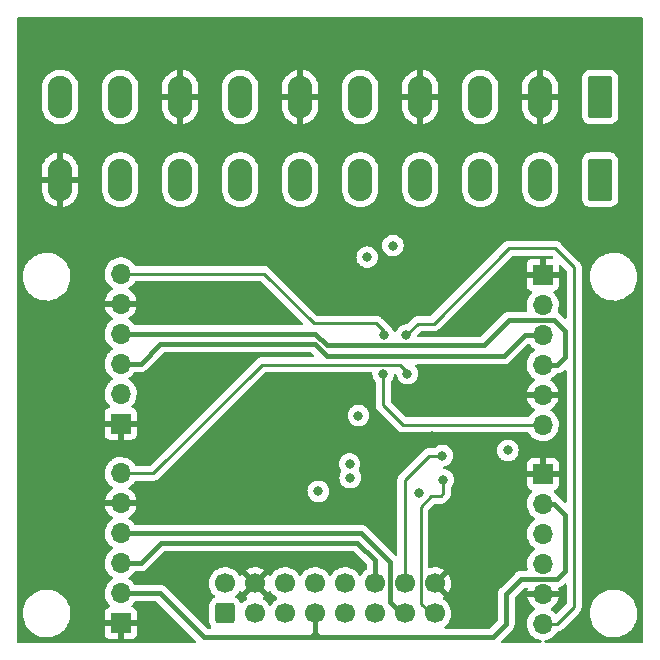
<source format=gbr>
%TF.GenerationSoftware,KiCad,Pcbnew,6.0.11+dfsg-1~bpo11+1*%
%TF.CreationDate,2023-07-05T16:37:14+02:00*%
%TF.ProjectId,aout4rib21,616f7574-3472-4696-9232-312e6b696361,1.1*%
%TF.SameCoordinates,Original*%
%TF.FileFunction,Copper,L3,Inr*%
%TF.FilePolarity,Positive*%
%FSLAX46Y46*%
G04 Gerber Fmt 4.6, Leading zero omitted, Abs format (unit mm)*
G04 Created by KiCad (PCBNEW 6.0.11+dfsg-1~bpo11+1) date 2023-07-05 16:37:14*
%MOMM*%
%LPD*%
G01*
G04 APERTURE LIST*
G04 Aperture macros list*
%AMRoundRect*
0 Rectangle with rounded corners*
0 $1 Rounding radius*
0 $2 $3 $4 $5 $6 $7 $8 $9 X,Y pos of 4 corners*
0 Add a 4 corners polygon primitive as box body*
4,1,4,$2,$3,$4,$5,$6,$7,$8,$9,$2,$3,0*
0 Add four circle primitives for the rounded corners*
1,1,$1+$1,$2,$3*
1,1,$1+$1,$4,$5*
1,1,$1+$1,$6,$7*
1,1,$1+$1,$8,$9*
0 Add four rect primitives between the rounded corners*
20,1,$1+$1,$2,$3,$4,$5,0*
20,1,$1+$1,$4,$5,$6,$7,0*
20,1,$1+$1,$6,$7,$8,$9,0*
20,1,$1+$1,$8,$9,$2,$3,0*%
G04 Aperture macros list end*
%TA.AperFunction,ComponentPad*%
%ADD10RoundRect,0.249999X0.790001X1.550001X-0.790001X1.550001X-0.790001X-1.550001X0.790001X-1.550001X0*%
%TD*%
%TA.AperFunction,ComponentPad*%
%ADD11O,2.080000X3.600000*%
%TD*%
%TA.AperFunction,ComponentPad*%
%ADD12R,1.700000X1.700000*%
%TD*%
%TA.AperFunction,ComponentPad*%
%ADD13O,1.700000X1.700000*%
%TD*%
%TA.AperFunction,ComponentPad*%
%ADD14RoundRect,0.250000X0.600000X-0.600000X0.600000X0.600000X-0.600000X0.600000X-0.600000X-0.600000X0*%
%TD*%
%TA.AperFunction,ComponentPad*%
%ADD15C,1.700000*%
%TD*%
%TA.AperFunction,ViaPad*%
%ADD16C,0.800000*%
%TD*%
%TA.AperFunction,Conductor*%
%ADD17C,0.400000*%
%TD*%
%TA.AperFunction,Conductor*%
%ADD18C,0.250000*%
%TD*%
G04 APERTURE END LIST*
D10*
%TO.N,+VSW*%
%TO.C,J3*%
X168360000Y-80277500D03*
D11*
%TO.N,Earth*%
X163280000Y-80277500D03*
%TO.N,+VSW*%
X158200000Y-80277500D03*
%TO.N,Earth*%
X153120000Y-80277500D03*
%TO.N,+VSW*%
X148040000Y-80277500D03*
%TO.N,Earth*%
X142960000Y-80277500D03*
%TO.N,+VSW*%
X137880000Y-80277500D03*
%TO.N,Earth*%
X132800000Y-80277500D03*
%TO.N,+VSW*%
X127720000Y-80277500D03*
%TO.N,GNDD*%
X122640000Y-80277500D03*
%TD*%
D12*
%TO.N,GNDD*%
%TO.C,J6*%
X127775000Y-117825000D03*
D13*
%TO.N,+5V*%
X127775000Y-115285000D03*
%TO.N,/SDA1*%
X127775000Y-112745000D03*
%TO.N,/SCL1*%
X127775000Y-110205000D03*
%TO.N,GNDD*%
X127775000Y-107665000D03*
%TO.N,/VOM3*%
X127775000Y-105125000D03*
%TD*%
D10*
%TO.N,Earth*%
%TO.C,J2*%
X168360000Y-73277500D03*
D11*
%TO.N,GNDD*%
X163280000Y-73277500D03*
%TO.N,/VO4*%
X158200000Y-73277500D03*
%TO.N,GNDD*%
X153120000Y-73277500D03*
%TO.N,/VO3*%
X148040000Y-73277500D03*
%TO.N,GNDD*%
X142960000Y-73277500D03*
%TO.N,/VO2*%
X137880000Y-73277500D03*
%TO.N,GNDD*%
X132800000Y-73277500D03*
%TO.N,/VO1*%
X127720000Y-73277500D03*
%TO.N,+VSW*%
X122640000Y-73277500D03*
%TD*%
D12*
%TO.N,GNDD*%
%TO.C,J5*%
X163500000Y-88340000D03*
D13*
%TO.N,+5V*%
X163500000Y-90880000D03*
%TO.N,/SDA0*%
X163500000Y-93420000D03*
%TO.N,/SCL0*%
X163500000Y-95960000D03*
%TO.N,GNDD*%
X163500000Y-98500000D03*
%TO.N,/VOM2*%
X163500000Y-101040000D03*
%TD*%
D12*
%TO.N,GNDD*%
%TO.C,J7*%
X163525000Y-105200000D03*
D13*
%TO.N,+5V*%
X163525000Y-107740000D03*
%TO.N,/SDA1*%
X163525000Y-110280000D03*
%TO.N,/SCL1*%
X163525000Y-112820000D03*
%TO.N,GNDD*%
X163525000Y-115360000D03*
%TO.N,/VOM4*%
X163525000Y-117900000D03*
%TD*%
D12*
%TO.N,GNDD*%
%TO.C,J4*%
X127775000Y-100925000D03*
D13*
%TO.N,+5V*%
X127775000Y-98385000D03*
%TO.N,/SDA0*%
X127775000Y-95845000D03*
%TO.N,/SCL0*%
X127775000Y-93305000D03*
%TO.N,GNDD*%
X127775000Y-90765000D03*
%TO.N,/VOM1*%
X127775000Y-88225000D03*
%TD*%
D14*
%TO.N,+VSW*%
%TO.C,J1*%
X136610000Y-116992500D03*
D15*
X136610000Y-114452500D03*
%TO.N,Earth*%
X139150000Y-116992500D03*
%TO.N,GNDD*%
X139150000Y-114452500D03*
%TO.N,+12V*%
X141690000Y-116992500D03*
%TO.N,-12V*%
X141690000Y-114452500D03*
%TO.N,+5V*%
X144230000Y-116992500D03*
%TO.N,unconnected-(J1-Pad8)*%
X144230000Y-114452500D03*
%TO.N,unconnected-(J1-Pad9)*%
X146770000Y-116992500D03*
%TO.N,unconnected-(J1-Pad10)*%
X146770000Y-114452500D03*
%TO.N,unconnected-(J1-Pad11)*%
X149310000Y-116992500D03*
%TO.N,/SDA1*%
X149310000Y-114452500D03*
%TO.N,/SCL1*%
X151850000Y-116992500D03*
%TO.N,/SDA0*%
X151850000Y-114452500D03*
%TO.N,/SCL0*%
X154390000Y-116992500D03*
%TO.N,GNDD*%
X154390000Y-114452500D03*
%TD*%
D16*
%TO.N,+12V*%
X148640000Y-86830000D03*
%TO.N,GNDD*%
X140870500Y-106550000D03*
X150370000Y-106680000D03*
X159500000Y-91500000D03*
X154100000Y-101960000D03*
X140700000Y-101810000D03*
X145250000Y-112550000D03*
%TO.N,-12V*%
X150820000Y-85860000D03*
%TO.N,/SCL0*%
X155100000Y-105700000D03*
X160550000Y-103200000D03*
X147200000Y-105500000D03*
%TO.N,/SDA0*%
X155000000Y-103650000D03*
X147150000Y-104350000D03*
%TO.N,/VOM1*%
X147900000Y-100250000D03*
X150035500Y-93450000D03*
%TO.N,/VOM2*%
X150000000Y-96700000D03*
%TO.N,/VOM3*%
X152050000Y-96700000D03*
X144500000Y-106670000D03*
%TO.N,/VOM4*%
X151950000Y-93450000D03*
X153000000Y-106800000D03*
%TD*%
D17*
%TO.N,+5V*%
X144700000Y-119000000D02*
X159300000Y-119000000D01*
X143850000Y-119000000D02*
X144210000Y-118640000D01*
X164690000Y-114110000D02*
X161690000Y-114110000D01*
X163525000Y-107740000D02*
X164440000Y-107740000D01*
X160410000Y-117890000D02*
X160410000Y-115390000D01*
X144210000Y-118620000D02*
X144490000Y-118900000D01*
X131095000Y-115285000D02*
X134810000Y-119000000D01*
X144210000Y-118640000D02*
X144210000Y-117250000D01*
X143500000Y-119000000D02*
X143850000Y-119000000D01*
X144210000Y-117250000D02*
X144210000Y-118620000D01*
X165400000Y-108700000D02*
X165400000Y-113400000D01*
X144700000Y-119000000D02*
X144570000Y-119000000D01*
X164440000Y-107740000D02*
X165400000Y-108700000D01*
X159300000Y-119000000D02*
X160150000Y-118150000D01*
X144570000Y-119000000D02*
X144210000Y-118640000D01*
X143500000Y-119000000D02*
X144700000Y-119000000D01*
X161690000Y-114110000D02*
X160410000Y-115390000D01*
X165400000Y-113400000D02*
X164690000Y-114110000D01*
X159400000Y-118900000D02*
X160150000Y-118150000D01*
X127775000Y-115285000D02*
X131095000Y-115285000D01*
X134810000Y-119000000D02*
X143500000Y-119000000D01*
X160150000Y-118150000D02*
X160410000Y-117890000D01*
%TO.N,/SCL0*%
X160630000Y-92170000D02*
X164470000Y-92170000D01*
X144205000Y-93305000D02*
X145200000Y-94300000D01*
X165400000Y-93100000D02*
X165400000Y-95300000D01*
D18*
X155100000Y-106850000D02*
X154850000Y-107100000D01*
X154050000Y-107100000D02*
X153195000Y-107955000D01*
D17*
X158500000Y-94300000D02*
X160630000Y-92170000D01*
D18*
X154850000Y-107100000D02*
X154050000Y-107100000D01*
X154012500Y-116992500D02*
X154390000Y-116992500D01*
X155100000Y-105700000D02*
X155100000Y-106850000D01*
D17*
X165400000Y-95300000D02*
X164740000Y-95960000D01*
D18*
X153195000Y-107955000D02*
X153195000Y-116175000D01*
D17*
X164740000Y-95960000D02*
X163500000Y-95960000D01*
X164470000Y-92170000D02*
X165400000Y-93100000D01*
D18*
X153195000Y-116175000D02*
X154012500Y-116992500D01*
D17*
X127775000Y-93305000D02*
X144205000Y-93305000D01*
X145200000Y-94300000D02*
X158500000Y-94300000D01*
D18*
%TO.N,/SDA0*%
X151830000Y-114710000D02*
X151830000Y-112100000D01*
D17*
X131100000Y-94200000D02*
X144200000Y-94200000D01*
X160200000Y-95200000D02*
X161980000Y-93420000D01*
X129455000Y-95845000D02*
X131100000Y-94200000D01*
D18*
X151830000Y-105720000D02*
X153900000Y-103650000D01*
X153900000Y-103650000D02*
X155000000Y-103650000D01*
X151830000Y-112100000D02*
X151830000Y-105720000D01*
D17*
X145200000Y-95200000D02*
X160200000Y-95200000D01*
X161980000Y-93420000D02*
X163500000Y-93420000D01*
X144200000Y-94200000D02*
X145200000Y-95200000D01*
D18*
X151850000Y-114452500D02*
X151850000Y-112120000D01*
X151850000Y-112120000D02*
X151830000Y-112100000D01*
D17*
X127775000Y-95845000D02*
X129455000Y-95845000D01*
%TO.N,/SCL1*%
X148105000Y-110205000D02*
X150580000Y-112680000D01*
X150580000Y-112680000D02*
X150580000Y-116010000D01*
X127775000Y-110205000D02*
X148105000Y-110205000D01*
X151562500Y-116992500D02*
X151850000Y-116992500D01*
X150580000Y-116010000D02*
X151562500Y-116992500D01*
%TO.N,/SDA1*%
X127775000Y-112745000D02*
X129455000Y-112745000D01*
X131200000Y-111000000D02*
X147800000Y-111000000D01*
X147800000Y-111000000D02*
X149310000Y-112510000D01*
X149310000Y-112510000D02*
X149310000Y-114452500D01*
X129455000Y-112745000D02*
X131200000Y-111000000D01*
D18*
%TO.N,/VOM1*%
X139895000Y-88225000D02*
X144120000Y-92450000D01*
X150035500Y-93085500D02*
X149400000Y-92450000D01*
X127775000Y-88225000D02*
X139895000Y-88225000D01*
X150035500Y-93450000D02*
X150035500Y-93085500D01*
X144120000Y-92450000D02*
X149400000Y-92450000D01*
%TO.N,/VOM2*%
X150000000Y-99380000D02*
X151660000Y-101040000D01*
X151660000Y-101040000D02*
X163500000Y-101040000D01*
X150000000Y-96700000D02*
X150000000Y-99380000D01*
%TO.N,/VOM3*%
X151430000Y-95930000D02*
X152050000Y-96550000D01*
X130545000Y-105125000D02*
X127775000Y-105125000D01*
X152050000Y-96550000D02*
X152050000Y-96700000D01*
X139740000Y-95930000D02*
X130545000Y-105125000D01*
X151430000Y-95930000D02*
X139740000Y-95930000D01*
%TO.N,/VOM4*%
X164720000Y-117900000D02*
X163525000Y-117900000D01*
X151950000Y-93450000D02*
X152930000Y-92470000D01*
X152930000Y-92470000D02*
X154270000Y-92470000D01*
X160650000Y-86090000D02*
X164560000Y-86090000D01*
X164560000Y-86090000D02*
X166160000Y-87690000D01*
X166160000Y-87690000D02*
X166160000Y-116460000D01*
X166160000Y-116460000D02*
X164720000Y-117900000D01*
X154270000Y-92470000D02*
X160650000Y-86090000D01*
%TD*%
%TA.AperFunction,Conductor*%
%TO.N,GNDD*%
G36*
X171933621Y-66528502D02*
G01*
X171980114Y-66582158D01*
X171991500Y-66634500D01*
X171991500Y-119365500D01*
X171971498Y-119433621D01*
X171917842Y-119480114D01*
X171865500Y-119491500D01*
X163768588Y-119491500D01*
X163700467Y-119471498D01*
X163653974Y-119417842D01*
X163643870Y-119347568D01*
X163673364Y-119282988D01*
X163733090Y-119244604D01*
X163752578Y-119240521D01*
X163803288Y-119234025D01*
X163803289Y-119234025D01*
X163808416Y-119233368D01*
X163813366Y-119231883D01*
X164017429Y-119170661D01*
X164017434Y-119170659D01*
X164022384Y-119169174D01*
X164222994Y-119070896D01*
X164404860Y-118941173D01*
X164433078Y-118913054D01*
X164559435Y-118787137D01*
X164563096Y-118783489D01*
X164568478Y-118776000D01*
X164690435Y-118606277D01*
X164693453Y-118602077D01*
X164695745Y-118597440D01*
X164698407Y-118593009D01*
X164700404Y-118594209D01*
X164741867Y-118549157D01*
X164802827Y-118531209D01*
X164810599Y-118530965D01*
X164811971Y-118530922D01*
X164811972Y-118530922D01*
X164819889Y-118530673D01*
X164839343Y-118525021D01*
X164858700Y-118521013D01*
X164870930Y-118519468D01*
X164870931Y-118519468D01*
X164878797Y-118518474D01*
X164886168Y-118515555D01*
X164886170Y-118515555D01*
X164919912Y-118502196D01*
X164931142Y-118498351D01*
X164965983Y-118488229D01*
X164965984Y-118488229D01*
X164973593Y-118486018D01*
X164980412Y-118481985D01*
X164980417Y-118481983D01*
X164991028Y-118475707D01*
X165008776Y-118467012D01*
X165027617Y-118459552D01*
X165040948Y-118449867D01*
X165063387Y-118433564D01*
X165073307Y-118427048D01*
X165104535Y-118408580D01*
X165104538Y-118408578D01*
X165111362Y-118404542D01*
X165125683Y-118390221D01*
X165140717Y-118377380D01*
X165150694Y-118370131D01*
X165157107Y-118365472D01*
X165185298Y-118331395D01*
X165193288Y-118322616D01*
X166536986Y-116978918D01*
X167486917Y-116978918D01*
X167487334Y-116986156D01*
X167502682Y-117252320D01*
X167555405Y-117521053D01*
X167556792Y-117525103D01*
X167556793Y-117525108D01*
X167635573Y-117755204D01*
X167644112Y-117780144D01*
X167692317Y-117875989D01*
X167755127Y-118000873D01*
X167767160Y-118024799D01*
X167769586Y-118028328D01*
X167769589Y-118028334D01*
X167901443Y-118220181D01*
X167922274Y-118250490D01*
X167925161Y-118253663D01*
X167925162Y-118253664D01*
X168103692Y-118449867D01*
X168106582Y-118453043D01*
X168109877Y-118455798D01*
X168109878Y-118455799D01*
X168133688Y-118475707D01*
X168316675Y-118628707D01*
X168320316Y-118630991D01*
X168545024Y-118771951D01*
X168545028Y-118771953D01*
X168548664Y-118774234D01*
X168616544Y-118804883D01*
X168794345Y-118885164D01*
X168794349Y-118885166D01*
X168798257Y-118886930D01*
X168802377Y-118888150D01*
X168802376Y-118888150D01*
X169056723Y-118963491D01*
X169056727Y-118963492D01*
X169060836Y-118964709D01*
X169065070Y-118965357D01*
X169065075Y-118965358D01*
X169327298Y-119005483D01*
X169327300Y-119005483D01*
X169331540Y-119006132D01*
X169470912Y-119008322D01*
X169601071Y-119010367D01*
X169601077Y-119010367D01*
X169605362Y-119010434D01*
X169877235Y-118977534D01*
X170142127Y-118908041D01*
X170146087Y-118906401D01*
X170146092Y-118906399D01*
X170268631Y-118855641D01*
X170395136Y-118803241D01*
X170513359Y-118734157D01*
X170627879Y-118667237D01*
X170627880Y-118667236D01*
X170631582Y-118665073D01*
X170847089Y-118496094D01*
X170856854Y-118486018D01*
X171034686Y-118302509D01*
X171037669Y-118299431D01*
X171040202Y-118295983D01*
X171040206Y-118295978D01*
X171197257Y-118082178D01*
X171199795Y-118078723D01*
X171201841Y-118074955D01*
X171328418Y-117841830D01*
X171328419Y-117841828D01*
X171330468Y-117838054D01*
X171386884Y-117688754D01*
X171425751Y-117585895D01*
X171425752Y-117585891D01*
X171427269Y-117581877D01*
X171461069Y-117434297D01*
X171487449Y-117319117D01*
X171487450Y-117319113D01*
X171488407Y-117314933D01*
X171495865Y-117231375D01*
X171512531Y-117044627D01*
X171512531Y-117044625D01*
X171512751Y-117042161D01*
X171513193Y-117000000D01*
X171511465Y-116974648D01*
X171494859Y-116731055D01*
X171494858Y-116731049D01*
X171494567Y-116726778D01*
X171487999Y-116695060D01*
X171459660Y-116558220D01*
X171439032Y-116458612D01*
X171347617Y-116200465D01*
X171230283Y-115973135D01*
X171223978Y-115960919D01*
X171223978Y-115960918D01*
X171222013Y-115957112D01*
X171212040Y-115942921D01*
X171107392Y-115794022D01*
X171064545Y-115733057D01*
X170982693Y-115644974D01*
X170881046Y-115535588D01*
X170881043Y-115535585D01*
X170878125Y-115532445D01*
X170874810Y-115529731D01*
X170874806Y-115529728D01*
X170729768Y-115411016D01*
X170666205Y-115358990D01*
X170432704Y-115215901D01*
X170422405Y-115211380D01*
X170185873Y-115107549D01*
X170185869Y-115107548D01*
X170181945Y-115105825D01*
X169918566Y-115030800D01*
X169914324Y-115030196D01*
X169914318Y-115030195D01*
X169713834Y-115001662D01*
X169647443Y-114992213D01*
X169503589Y-114991460D01*
X169377877Y-114990802D01*
X169377871Y-114990802D01*
X169373591Y-114990780D01*
X169369347Y-114991339D01*
X169369343Y-114991339D01*
X169250302Y-115007011D01*
X169102078Y-115026525D01*
X169097938Y-115027658D01*
X169097936Y-115027658D01*
X169037597Y-115044165D01*
X168837928Y-115098788D01*
X168833980Y-115100472D01*
X168589982Y-115204546D01*
X168589978Y-115204548D01*
X168586030Y-115206232D01*
X168500220Y-115257588D01*
X168354725Y-115344664D01*
X168354721Y-115344667D01*
X168351043Y-115346868D01*
X168137318Y-115518094D01*
X168046307Y-115614000D01*
X167960138Y-115704803D01*
X167948808Y-115716742D01*
X167789002Y-115939136D01*
X167660857Y-116181161D01*
X167659385Y-116185184D01*
X167659383Y-116185188D01*
X167597939Y-116353090D01*
X167566743Y-116438337D01*
X167508404Y-116705907D01*
X167507092Y-116722581D01*
X167489036Y-116952000D01*
X167486917Y-116978918D01*
X166536986Y-116978918D01*
X166552247Y-116963657D01*
X166560537Y-116956113D01*
X166567018Y-116952000D01*
X166613659Y-116902332D01*
X166616413Y-116899491D01*
X166636135Y-116879769D01*
X166638612Y-116876576D01*
X166646317Y-116867555D01*
X166655857Y-116857396D01*
X166676586Y-116835321D01*
X166680407Y-116828371D01*
X166686346Y-116817568D01*
X166697202Y-116801041D01*
X166704757Y-116791302D01*
X166704758Y-116791300D01*
X166709614Y-116785040D01*
X166727174Y-116744460D01*
X166732391Y-116733812D01*
X166749875Y-116702009D01*
X166749876Y-116702007D01*
X166753695Y-116695060D01*
X166758733Y-116675437D01*
X166765137Y-116656734D01*
X166770033Y-116645420D01*
X166770033Y-116645419D01*
X166773181Y-116638145D01*
X166774420Y-116630322D01*
X166774423Y-116630312D01*
X166780099Y-116594476D01*
X166782505Y-116582856D01*
X166791528Y-116547711D01*
X166791528Y-116547710D01*
X166793500Y-116540030D01*
X166793500Y-116519776D01*
X166795051Y-116500065D01*
X166796980Y-116487886D01*
X166798220Y-116480057D01*
X166794059Y-116436038D01*
X166793500Y-116424181D01*
X166793500Y-88478918D01*
X167486917Y-88478918D01*
X167487334Y-88486156D01*
X167502682Y-88752320D01*
X167555405Y-89021053D01*
X167556792Y-89025103D01*
X167556793Y-89025108D01*
X167640355Y-89269171D01*
X167644112Y-89280144D01*
X167673238Y-89338054D01*
X167742837Y-89476437D01*
X167767160Y-89524799D01*
X167769586Y-89528328D01*
X167769589Y-89528334D01*
X167919843Y-89746953D01*
X167922274Y-89750490D01*
X167925161Y-89753663D01*
X167925162Y-89753664D01*
X168085393Y-89929757D01*
X168106582Y-89953043D01*
X168316675Y-90128707D01*
X168320316Y-90130991D01*
X168545024Y-90271951D01*
X168545028Y-90271953D01*
X168548664Y-90274234D01*
X168673460Y-90330582D01*
X168794345Y-90385164D01*
X168794349Y-90385166D01*
X168798257Y-90386930D01*
X168802377Y-90388150D01*
X168802376Y-90388150D01*
X169056723Y-90463491D01*
X169056727Y-90463492D01*
X169060836Y-90464709D01*
X169065070Y-90465357D01*
X169065075Y-90465358D01*
X169327298Y-90505483D01*
X169327300Y-90505483D01*
X169331540Y-90506132D01*
X169470912Y-90508322D01*
X169601071Y-90510367D01*
X169601077Y-90510367D01*
X169605362Y-90510434D01*
X169877235Y-90477534D01*
X170142127Y-90408041D01*
X170146087Y-90406401D01*
X170146092Y-90406399D01*
X170268631Y-90355641D01*
X170395136Y-90303241D01*
X170631582Y-90165073D01*
X170847089Y-89996094D01*
X170888809Y-89953043D01*
X170978358Y-89860635D01*
X171037669Y-89799431D01*
X171040202Y-89795983D01*
X171040206Y-89795978D01*
X171197257Y-89582178D01*
X171199795Y-89578723D01*
X171203463Y-89571967D01*
X171328418Y-89341830D01*
X171328419Y-89341828D01*
X171330468Y-89338054D01*
X171427269Y-89081877D01*
X171473848Y-88878502D01*
X171487449Y-88819117D01*
X171487450Y-88819113D01*
X171488407Y-88814933D01*
X171496910Y-88719665D01*
X171512531Y-88544627D01*
X171512531Y-88544625D01*
X171512751Y-88542161D01*
X171513193Y-88500000D01*
X171511465Y-88474648D01*
X171494859Y-88231055D01*
X171494858Y-88231049D01*
X171494567Y-88226778D01*
X171439032Y-87958612D01*
X171347617Y-87700465D01*
X171222013Y-87457112D01*
X171212814Y-87444022D01*
X171100571Y-87284317D01*
X171064545Y-87233057D01*
X170931235Y-87089598D01*
X170881046Y-87035588D01*
X170881043Y-87035585D01*
X170878125Y-87032445D01*
X170874810Y-87029731D01*
X170874806Y-87029728D01*
X170724946Y-86907069D01*
X170666205Y-86858990D01*
X170477745Y-86743502D01*
X170436366Y-86718145D01*
X170436365Y-86718145D01*
X170432704Y-86715901D01*
X170428768Y-86714173D01*
X170185873Y-86607549D01*
X170185869Y-86607548D01*
X170181945Y-86605825D01*
X169918566Y-86530800D01*
X169914324Y-86530196D01*
X169914318Y-86530195D01*
X169713834Y-86501662D01*
X169647443Y-86492213D01*
X169503589Y-86491460D01*
X169377877Y-86490802D01*
X169377871Y-86490802D01*
X169373591Y-86490780D01*
X169369347Y-86491339D01*
X169369343Y-86491339D01*
X169250302Y-86507011D01*
X169102078Y-86526525D01*
X169097938Y-86527658D01*
X169097936Y-86527658D01*
X169074918Y-86533955D01*
X168837928Y-86598788D01*
X168833980Y-86600472D01*
X168589982Y-86704546D01*
X168589978Y-86704548D01*
X168586030Y-86706232D01*
X168546039Y-86730166D01*
X168354725Y-86844664D01*
X168354721Y-86844667D01*
X168351043Y-86846868D01*
X168137318Y-87018094D01*
X168071833Y-87087101D01*
X167962295Y-87202530D01*
X167948808Y-87216742D01*
X167789002Y-87439136D01*
X167660857Y-87681161D01*
X167659385Y-87685184D01*
X167659383Y-87685188D01*
X167568214Y-87934317D01*
X167566743Y-87938337D01*
X167508404Y-88205907D01*
X167486917Y-88478918D01*
X166793500Y-88478918D01*
X166793500Y-87768768D01*
X166794027Y-87757585D01*
X166795702Y-87750092D01*
X166793562Y-87682001D01*
X166793500Y-87678044D01*
X166793500Y-87650144D01*
X166792996Y-87646153D01*
X166792063Y-87634311D01*
X166791811Y-87626267D01*
X166790674Y-87590111D01*
X166788462Y-87582497D01*
X166788461Y-87582492D01*
X166785023Y-87570659D01*
X166781012Y-87551295D01*
X166779467Y-87539064D01*
X166778474Y-87531203D01*
X166775557Y-87523836D01*
X166775556Y-87523831D01*
X166762198Y-87490092D01*
X166758354Y-87478865D01*
X166753140Y-87460919D01*
X166746018Y-87436407D01*
X166735707Y-87418972D01*
X166727012Y-87401224D01*
X166719552Y-87382383D01*
X166693564Y-87346613D01*
X166687048Y-87336693D01*
X166668580Y-87305465D01*
X166668578Y-87305462D01*
X166664542Y-87298638D01*
X166650221Y-87284317D01*
X166637380Y-87269283D01*
X166630131Y-87259306D01*
X166625472Y-87252893D01*
X166591395Y-87224702D01*
X166582616Y-87216712D01*
X165063652Y-85697747D01*
X165056112Y-85689461D01*
X165052000Y-85682982D01*
X165002348Y-85636356D01*
X164999507Y-85633602D01*
X164979770Y-85613865D01*
X164976573Y-85611385D01*
X164967551Y-85603680D01*
X164963397Y-85599779D01*
X164935321Y-85573414D01*
X164928375Y-85569595D01*
X164928372Y-85569593D01*
X164917566Y-85563652D01*
X164901047Y-85552801D01*
X164900583Y-85552441D01*
X164885041Y-85540386D01*
X164877772Y-85537241D01*
X164877768Y-85537238D01*
X164844463Y-85522826D01*
X164833813Y-85517609D01*
X164795060Y-85496305D01*
X164775437Y-85491267D01*
X164756734Y-85484863D01*
X164745420Y-85479967D01*
X164745419Y-85479967D01*
X164738145Y-85476819D01*
X164730322Y-85475580D01*
X164730312Y-85475577D01*
X164694476Y-85469901D01*
X164682856Y-85467495D01*
X164647711Y-85458472D01*
X164647710Y-85458472D01*
X164640030Y-85456500D01*
X164619776Y-85456500D01*
X164600065Y-85454949D01*
X164587886Y-85453020D01*
X164580057Y-85451780D01*
X164550786Y-85454547D01*
X164536039Y-85455941D01*
X164524181Y-85456500D01*
X160728768Y-85456500D01*
X160717585Y-85455973D01*
X160710092Y-85454298D01*
X160702166Y-85454547D01*
X160702165Y-85454547D01*
X160642002Y-85456438D01*
X160638044Y-85456500D01*
X160610144Y-85456500D01*
X160606154Y-85457004D01*
X160594320Y-85457936D01*
X160550111Y-85459326D01*
X160542495Y-85461539D01*
X160542493Y-85461539D01*
X160530652Y-85464979D01*
X160511293Y-85468988D01*
X160509983Y-85469154D01*
X160491203Y-85471526D01*
X160483837Y-85474442D01*
X160483831Y-85474444D01*
X160450098Y-85487800D01*
X160438868Y-85491645D01*
X160428253Y-85494729D01*
X160396407Y-85503981D01*
X160389584Y-85508016D01*
X160378966Y-85514295D01*
X160361213Y-85522992D01*
X160353568Y-85526019D01*
X160342383Y-85530448D01*
X160328705Y-85540386D01*
X160306612Y-85556437D01*
X160296695Y-85562951D01*
X160258638Y-85585458D01*
X160244317Y-85599779D01*
X160229284Y-85612619D01*
X160212893Y-85624528D01*
X160204217Y-85635016D01*
X160184702Y-85658605D01*
X160176712Y-85667384D01*
X154044500Y-91799595D01*
X153982188Y-91833621D01*
X153955405Y-91836500D01*
X153008767Y-91836500D01*
X152997584Y-91835973D01*
X152990091Y-91834298D01*
X152982165Y-91834547D01*
X152982164Y-91834547D01*
X152922014Y-91836438D01*
X152918055Y-91836500D01*
X152890144Y-91836500D01*
X152886210Y-91836997D01*
X152886209Y-91836997D01*
X152886144Y-91837005D01*
X152874307Y-91837938D01*
X152842490Y-91838938D01*
X152838029Y-91839078D01*
X152830110Y-91839327D01*
X152812454Y-91844456D01*
X152810658Y-91844978D01*
X152791306Y-91848986D01*
X152784235Y-91849880D01*
X152771203Y-91851526D01*
X152763834Y-91854443D01*
X152763832Y-91854444D01*
X152730097Y-91867800D01*
X152718869Y-91871645D01*
X152676407Y-91883982D01*
X152669585Y-91888016D01*
X152669579Y-91888019D01*
X152658968Y-91894294D01*
X152641218Y-91902990D01*
X152629756Y-91907528D01*
X152629751Y-91907531D01*
X152622383Y-91910448D01*
X152604970Y-91923099D01*
X152586625Y-91936427D01*
X152576707Y-91942943D01*
X152568336Y-91947894D01*
X152538637Y-91965458D01*
X152524313Y-91979782D01*
X152509281Y-91992621D01*
X152492893Y-92004528D01*
X152464712Y-92038593D01*
X152456722Y-92047373D01*
X151999500Y-92504595D01*
X151937188Y-92538621D01*
X151910405Y-92541500D01*
X151854513Y-92541500D01*
X151848061Y-92542872D01*
X151848056Y-92542872D01*
X151761112Y-92561353D01*
X151667712Y-92581206D01*
X151661682Y-92583891D01*
X151661681Y-92583891D01*
X151499278Y-92656197D01*
X151499276Y-92656198D01*
X151493248Y-92658882D01*
X151487907Y-92662762D01*
X151487906Y-92662763D01*
X151457066Y-92685170D01*
X151338747Y-92771134D01*
X151334326Y-92776044D01*
X151334325Y-92776045D01*
X151221460Y-92901395D01*
X151210960Y-92913056D01*
X151175461Y-92974542D01*
X151129178Y-93054707D01*
X151115473Y-93078444D01*
X151113431Y-93084728D01*
X151113429Y-93084733D01*
X151112582Y-93087340D01*
X151111683Y-93088655D01*
X151110747Y-93090757D01*
X151110363Y-93090586D01*
X151072508Y-93145945D01*
X151007111Y-93173581D01*
X150937154Y-93161473D01*
X150884849Y-93113466D01*
X150872918Y-93087340D01*
X150872071Y-93084733D01*
X150872069Y-93084728D01*
X150870027Y-93078444D01*
X150856323Y-93054707D01*
X150810039Y-92974542D01*
X150774540Y-92913056D01*
X150764041Y-92901395D01*
X150651175Y-92776045D01*
X150651174Y-92776044D01*
X150646753Y-92771134D01*
X150546107Y-92698010D01*
X150531074Y-92685170D01*
X150525721Y-92679817D01*
X150512880Y-92664783D01*
X150505632Y-92654807D01*
X150500972Y-92648393D01*
X150466907Y-92620212D01*
X150458126Y-92612222D01*
X149903647Y-92057742D01*
X149896113Y-92049463D01*
X149892000Y-92042982D01*
X149842348Y-91996356D01*
X149839507Y-91993602D01*
X149819770Y-91973865D01*
X149816573Y-91971385D01*
X149807551Y-91963680D01*
X149790741Y-91947894D01*
X149775321Y-91933414D01*
X149768375Y-91929595D01*
X149768372Y-91929593D01*
X149757566Y-91923652D01*
X149741047Y-91912801D01*
X149738013Y-91910448D01*
X149725041Y-91900386D01*
X149717772Y-91897241D01*
X149717768Y-91897238D01*
X149684463Y-91882826D01*
X149673813Y-91877609D01*
X149635060Y-91856305D01*
X149615437Y-91851267D01*
X149596734Y-91844863D01*
X149585420Y-91839967D01*
X149585419Y-91839967D01*
X149578145Y-91836819D01*
X149570322Y-91835580D01*
X149570312Y-91835577D01*
X149534476Y-91829901D01*
X149522856Y-91827495D01*
X149487711Y-91818472D01*
X149487710Y-91818472D01*
X149480030Y-91816500D01*
X149459776Y-91816500D01*
X149440065Y-91814949D01*
X149427886Y-91813020D01*
X149420057Y-91811780D01*
X149412165Y-91812526D01*
X149376039Y-91815941D01*
X149364181Y-91816500D01*
X144434595Y-91816500D01*
X144366474Y-91796498D01*
X144345500Y-91779595D01*
X140398652Y-87832747D01*
X140391112Y-87824461D01*
X140387000Y-87817982D01*
X140337348Y-87771356D01*
X140334507Y-87768602D01*
X140314770Y-87748865D01*
X140311573Y-87746385D01*
X140302551Y-87738680D01*
X140270321Y-87708414D01*
X140263375Y-87704595D01*
X140263372Y-87704593D01*
X140252566Y-87698652D01*
X140236047Y-87687801D01*
X140232678Y-87685188D01*
X140220041Y-87675386D01*
X140212772Y-87672241D01*
X140212768Y-87672238D01*
X140179463Y-87657826D01*
X140168813Y-87652609D01*
X140130060Y-87631305D01*
X140110437Y-87626267D01*
X140091734Y-87619863D01*
X140080420Y-87614967D01*
X140080419Y-87614967D01*
X140073145Y-87611819D01*
X140065322Y-87610580D01*
X140065312Y-87610577D01*
X140029476Y-87604901D01*
X140017856Y-87602495D01*
X139982711Y-87593472D01*
X139982710Y-87593472D01*
X139975030Y-87591500D01*
X139954776Y-87591500D01*
X139935065Y-87589949D01*
X139922886Y-87588020D01*
X139915057Y-87586780D01*
X139907165Y-87587526D01*
X139871039Y-87590941D01*
X139859181Y-87591500D01*
X129051805Y-87591500D01*
X128983684Y-87571498D01*
X128946013Y-87533940D01*
X128857822Y-87397617D01*
X128857820Y-87397614D01*
X128855014Y-87393277D01*
X128704670Y-87228051D01*
X128700619Y-87224852D01*
X128700615Y-87224848D01*
X128533414Y-87092800D01*
X128533410Y-87092798D01*
X128529359Y-87089598D01*
X128333789Y-86981638D01*
X128328920Y-86979914D01*
X128328916Y-86979912D01*
X128128087Y-86908795D01*
X128128083Y-86908794D01*
X128123212Y-86907069D01*
X128118119Y-86906162D01*
X128118116Y-86906161D01*
X127908373Y-86868800D01*
X127908367Y-86868799D01*
X127903284Y-86867894D01*
X127829452Y-86866992D01*
X127685081Y-86865228D01*
X127685079Y-86865228D01*
X127679911Y-86865165D01*
X127459091Y-86898955D01*
X127246756Y-86968357D01*
X127048607Y-87071507D01*
X127044474Y-87074610D01*
X127044471Y-87074612D01*
X126874100Y-87202530D01*
X126869965Y-87205635D01*
X126804346Y-87274301D01*
X126721279Y-87361226D01*
X126715629Y-87367138D01*
X126712715Y-87371410D01*
X126712714Y-87371411D01*
X126668377Y-87436407D01*
X126589743Y-87551680D01*
X126551387Y-87634311D01*
X126514471Y-87713841D01*
X126495688Y-87754305D01*
X126435989Y-87969570D01*
X126412251Y-88191695D01*
X126412548Y-88196848D01*
X126412548Y-88196851D01*
X126414032Y-88222581D01*
X126425110Y-88414715D01*
X126426247Y-88419761D01*
X126426248Y-88419767D01*
X126439579Y-88478918D01*
X126474222Y-88632639D01*
X126558266Y-88839616D01*
X126674987Y-89030088D01*
X126821250Y-89198938D01*
X126960047Y-89314169D01*
X126983977Y-89334036D01*
X126993126Y-89341632D01*
X127066955Y-89384774D01*
X127115679Y-89436412D01*
X127128750Y-89506195D01*
X127102019Y-89571967D01*
X127061562Y-89605327D01*
X127053457Y-89609546D01*
X127044738Y-89615036D01*
X126874433Y-89742905D01*
X126866726Y-89749748D01*
X126719590Y-89903717D01*
X126713104Y-89911727D01*
X126593098Y-90087649D01*
X126588000Y-90096623D01*
X126498338Y-90289783D01*
X126494775Y-90299470D01*
X126439389Y-90499183D01*
X126440912Y-90507607D01*
X126453292Y-90511000D01*
X129093344Y-90511000D01*
X129106875Y-90507027D01*
X129108180Y-90497947D01*
X129066214Y-90330875D01*
X129062894Y-90321124D01*
X128977972Y-90125814D01*
X128973105Y-90116739D01*
X128857426Y-89937926D01*
X128851136Y-89929757D01*
X128707806Y-89772240D01*
X128700273Y-89765215D01*
X128533139Y-89633222D01*
X128524556Y-89627520D01*
X128487602Y-89607120D01*
X128437631Y-89556687D01*
X128422859Y-89487245D01*
X128447975Y-89420839D01*
X128475327Y-89394232D01*
X128498797Y-89377491D01*
X128654860Y-89266173D01*
X128679630Y-89241490D01*
X128809435Y-89112137D01*
X128813096Y-89108489D01*
X128839652Y-89071533D01*
X128940435Y-88931277D01*
X128943453Y-88927077D01*
X128945746Y-88922437D01*
X128947446Y-88919608D01*
X128999674Y-88871518D01*
X129055451Y-88858500D01*
X139580406Y-88858500D01*
X139648527Y-88878502D01*
X139669501Y-88895405D01*
X143155501Y-92381405D01*
X143189527Y-92443717D01*
X143184462Y-92514532D01*
X143141915Y-92571368D01*
X143075395Y-92596179D01*
X143066406Y-92596500D01*
X129003286Y-92596500D01*
X128935165Y-92576498D01*
X128897494Y-92538941D01*
X128881703Y-92514532D01*
X128855014Y-92473277D01*
X128704670Y-92308051D01*
X128700619Y-92304852D01*
X128700615Y-92304848D01*
X128533414Y-92172800D01*
X128533410Y-92172798D01*
X128529359Y-92169598D01*
X128487569Y-92146529D01*
X128437598Y-92096097D01*
X128422826Y-92026654D01*
X128447942Y-91960248D01*
X128475294Y-91933641D01*
X128650328Y-91808792D01*
X128658200Y-91802139D01*
X128809052Y-91651812D01*
X128815730Y-91643965D01*
X128940003Y-91471020D01*
X128945313Y-91462183D01*
X129039670Y-91271267D01*
X129043469Y-91261672D01*
X129105377Y-91057910D01*
X129107555Y-91047837D01*
X129108986Y-91036962D01*
X129106775Y-91022778D01*
X129093617Y-91019000D01*
X126458225Y-91019000D01*
X126444694Y-91022973D01*
X126443257Y-91032966D01*
X126473565Y-91167446D01*
X126476645Y-91177275D01*
X126556770Y-91374603D01*
X126561413Y-91383794D01*
X126672694Y-91565388D01*
X126678777Y-91573699D01*
X126818213Y-91734667D01*
X126825580Y-91741883D01*
X126989434Y-91877916D01*
X126997881Y-91883831D01*
X127066969Y-91924203D01*
X127115693Y-91975842D01*
X127128764Y-92045625D01*
X127102033Y-92111396D01*
X127061584Y-92144752D01*
X127048607Y-92151507D01*
X127044474Y-92154610D01*
X127044471Y-92154612D01*
X126874100Y-92282530D01*
X126869965Y-92285635D01*
X126715629Y-92447138D01*
X126712715Y-92451410D01*
X126712714Y-92451411D01*
X126653005Y-92538941D01*
X126589743Y-92631680D01*
X126495688Y-92834305D01*
X126435989Y-93049570D01*
X126412251Y-93271695D01*
X126412548Y-93276848D01*
X126412548Y-93276851D01*
X126422153Y-93443435D01*
X126425110Y-93494715D01*
X126426247Y-93499761D01*
X126426248Y-93499767D01*
X126446273Y-93588621D01*
X126474222Y-93712639D01*
X126558266Y-93919616D01*
X126560965Y-93924020D01*
X126660936Y-94087158D01*
X126674987Y-94110088D01*
X126821250Y-94278938D01*
X126993126Y-94421632D01*
X127048622Y-94454061D01*
X127066445Y-94464476D01*
X127115169Y-94516114D01*
X127128240Y-94585897D01*
X127101509Y-94651669D01*
X127061055Y-94685027D01*
X127048607Y-94691507D01*
X127044474Y-94694610D01*
X127044471Y-94694612D01*
X126874100Y-94822530D01*
X126869965Y-94825635D01*
X126866393Y-94829373D01*
X126763036Y-94937530D01*
X126715629Y-94987138D01*
X126589743Y-95171680D01*
X126587564Y-95176375D01*
X126507890Y-95348019D01*
X126495688Y-95374305D01*
X126435989Y-95589570D01*
X126412251Y-95811695D01*
X126412548Y-95816848D01*
X126412548Y-95816851D01*
X126418001Y-95911420D01*
X126425110Y-96034715D01*
X126426247Y-96039761D01*
X126426248Y-96039767D01*
X126444062Y-96118810D01*
X126474222Y-96252639D01*
X126507190Y-96333830D01*
X126552788Y-96446124D01*
X126558266Y-96459616D01*
X126604325Y-96534778D01*
X126667064Y-96637158D01*
X126674987Y-96650088D01*
X126821250Y-96818938D01*
X126993126Y-96961632D01*
X127054557Y-96997529D01*
X127066445Y-97004476D01*
X127115169Y-97056114D01*
X127128240Y-97125897D01*
X127101509Y-97191669D01*
X127061055Y-97225027D01*
X127048607Y-97231507D01*
X127044474Y-97234610D01*
X127044471Y-97234612D01*
X126874100Y-97362530D01*
X126869965Y-97365635D01*
X126851605Y-97384848D01*
X126750051Y-97491118D01*
X126715629Y-97527138D01*
X126712715Y-97531410D01*
X126712714Y-97531411D01*
X126660128Y-97608500D01*
X126589743Y-97711680D01*
X126574003Y-97745590D01*
X126520518Y-97860814D01*
X126495688Y-97914305D01*
X126435989Y-98129570D01*
X126412251Y-98351695D01*
X126412548Y-98356848D01*
X126412548Y-98356851D01*
X126418011Y-98451590D01*
X126425110Y-98574715D01*
X126426247Y-98579761D01*
X126426248Y-98579767D01*
X126446119Y-98667939D01*
X126474222Y-98792639D01*
X126558266Y-98999616D01*
X126674987Y-99190088D01*
X126821250Y-99358938D01*
X126825225Y-99362238D01*
X126825231Y-99362244D01*
X126830425Y-99366556D01*
X126870059Y-99425460D01*
X126871555Y-99496441D01*
X126834439Y-99556962D01*
X126794168Y-99581480D01*
X126686946Y-99621676D01*
X126671351Y-99630214D01*
X126569276Y-99706715D01*
X126556715Y-99719276D01*
X126480214Y-99821351D01*
X126471676Y-99836946D01*
X126426522Y-99957394D01*
X126422895Y-99972649D01*
X126417369Y-100023514D01*
X126417000Y-100030328D01*
X126417000Y-100652885D01*
X126421475Y-100668124D01*
X126422865Y-100669329D01*
X126430548Y-100671000D01*
X129114884Y-100671000D01*
X129130123Y-100666525D01*
X129131328Y-100665135D01*
X129132999Y-100657452D01*
X129132999Y-100030331D01*
X129132629Y-100023510D01*
X129127105Y-99972648D01*
X129123479Y-99957396D01*
X129078324Y-99836946D01*
X129069786Y-99821351D01*
X128993285Y-99719276D01*
X128980724Y-99706715D01*
X128878649Y-99630214D01*
X128863054Y-99621676D01*
X128752813Y-99580348D01*
X128696049Y-99537706D01*
X128671349Y-99471145D01*
X128686557Y-99401796D01*
X128708104Y-99373115D01*
X128809430Y-99272144D01*
X128809440Y-99272132D01*
X128813096Y-99268489D01*
X128872594Y-99185689D01*
X128940435Y-99091277D01*
X128943453Y-99087077D01*
X129042430Y-98886811D01*
X129107370Y-98673069D01*
X129136529Y-98451590D01*
X129138156Y-98385000D01*
X129119852Y-98162361D01*
X129065431Y-97945702D01*
X128976354Y-97740840D01*
X128910288Y-97638717D01*
X128857822Y-97557617D01*
X128857820Y-97557614D01*
X128855014Y-97553277D01*
X128704670Y-97388051D01*
X128700619Y-97384852D01*
X128700615Y-97384848D01*
X128533414Y-97252800D01*
X128533410Y-97252798D01*
X128529359Y-97249598D01*
X128488053Y-97226796D01*
X128438084Y-97176364D01*
X128423312Y-97106921D01*
X128448428Y-97040516D01*
X128475780Y-97013909D01*
X128519603Y-96982650D01*
X128654860Y-96886173D01*
X128697694Y-96843489D01*
X128809435Y-96732137D01*
X128813096Y-96728489D01*
X128816112Y-96724292D01*
X128901132Y-96605974D01*
X128957127Y-96562326D01*
X129003455Y-96553500D01*
X129426088Y-96553500D01*
X129434658Y-96553792D01*
X129484776Y-96557209D01*
X129484780Y-96557209D01*
X129492352Y-96557725D01*
X129499829Y-96556420D01*
X129499830Y-96556420D01*
X129526308Y-96551799D01*
X129555303Y-96546738D01*
X129561821Y-96545777D01*
X129625242Y-96538102D01*
X129632343Y-96535419D01*
X129634952Y-96534778D01*
X129651262Y-96530315D01*
X129653798Y-96529550D01*
X129661284Y-96528243D01*
X129719800Y-96502556D01*
X129725904Y-96500065D01*
X129726974Y-96499661D01*
X129785656Y-96477487D01*
X129791919Y-96473183D01*
X129794285Y-96471946D01*
X129809097Y-96463701D01*
X129811351Y-96462368D01*
X129818305Y-96459315D01*
X129869002Y-96420413D01*
X129874332Y-96416541D01*
X129920720Y-96384661D01*
X129920725Y-96384656D01*
X129926981Y-96380357D01*
X129938313Y-96367639D01*
X129968435Y-96333830D01*
X129973416Y-96328554D01*
X131356566Y-94945405D01*
X131418878Y-94911379D01*
X131445661Y-94908500D01*
X143854340Y-94908500D01*
X143922461Y-94928502D01*
X143943435Y-94945405D01*
X144079435Y-95081405D01*
X144113461Y-95143717D01*
X144108396Y-95214532D01*
X144065849Y-95271368D01*
X143999329Y-95296179D01*
X143990340Y-95296500D01*
X139818768Y-95296500D01*
X139807585Y-95295973D01*
X139800092Y-95294298D01*
X139792166Y-95294547D01*
X139792165Y-95294547D01*
X139732002Y-95296438D01*
X139728044Y-95296500D01*
X139700144Y-95296500D01*
X139696154Y-95297004D01*
X139684320Y-95297936D01*
X139640111Y-95299326D01*
X139632497Y-95301538D01*
X139632492Y-95301539D01*
X139620659Y-95304977D01*
X139601296Y-95308988D01*
X139581203Y-95311526D01*
X139573836Y-95314443D01*
X139573831Y-95314444D01*
X139540092Y-95327802D01*
X139528865Y-95331646D01*
X139486407Y-95343982D01*
X139479581Y-95348019D01*
X139468972Y-95354293D01*
X139451224Y-95362988D01*
X139432383Y-95370448D01*
X139425967Y-95375110D01*
X139425966Y-95375110D01*
X139396613Y-95396436D01*
X139386693Y-95402952D01*
X139355465Y-95421420D01*
X139355462Y-95421422D01*
X139348638Y-95425458D01*
X139334317Y-95439779D01*
X139319284Y-95452619D01*
X139302893Y-95464528D01*
X139297842Y-95470634D01*
X139274702Y-95498605D01*
X139266712Y-95507384D01*
X130319500Y-104454595D01*
X130257188Y-104488621D01*
X130230405Y-104491500D01*
X129051805Y-104491500D01*
X128983684Y-104471498D01*
X128946013Y-104433940D01*
X128857822Y-104297617D01*
X128857820Y-104297614D01*
X128855014Y-104293277D01*
X128704670Y-104128051D01*
X128700619Y-104124852D01*
X128700615Y-104124848D01*
X128533414Y-103992800D01*
X128533410Y-103992798D01*
X128529359Y-103989598D01*
X128509154Y-103978444D01*
X128477136Y-103960769D01*
X128333789Y-103881638D01*
X128328920Y-103879914D01*
X128328916Y-103879912D01*
X128128087Y-103808795D01*
X128128083Y-103808794D01*
X128123212Y-103807069D01*
X128118119Y-103806162D01*
X128118116Y-103806161D01*
X127908373Y-103768800D01*
X127908367Y-103768799D01*
X127903284Y-103767894D01*
X127829452Y-103766992D01*
X127685081Y-103765228D01*
X127685079Y-103765228D01*
X127679911Y-103765165D01*
X127459091Y-103798955D01*
X127246756Y-103868357D01*
X127048607Y-103971507D01*
X127044474Y-103974610D01*
X127044471Y-103974612D01*
X126917205Y-104070166D01*
X126869965Y-104105635D01*
X126715629Y-104267138D01*
X126712715Y-104271410D01*
X126712714Y-104271411D01*
X126679883Y-104319540D01*
X126589743Y-104451680D01*
X126495688Y-104654305D01*
X126435989Y-104869570D01*
X126412251Y-105091695D01*
X126412548Y-105096848D01*
X126412548Y-105096851D01*
X126416695Y-105168774D01*
X126425110Y-105314715D01*
X126426247Y-105319761D01*
X126426248Y-105319767D01*
X126435864Y-105362434D01*
X126474222Y-105532639D01*
X126530056Y-105670142D01*
X126551662Y-105723351D01*
X126558266Y-105739616D01*
X126572517Y-105762872D01*
X126655058Y-105897566D01*
X126674987Y-105930088D01*
X126821250Y-106098938D01*
X126993126Y-106241632D01*
X127018039Y-106256190D01*
X127066955Y-106284774D01*
X127115679Y-106336412D01*
X127128750Y-106406195D01*
X127102019Y-106471967D01*
X127061562Y-106505327D01*
X127053457Y-106509546D01*
X127044738Y-106515036D01*
X126874433Y-106642905D01*
X126866726Y-106649748D01*
X126719590Y-106803717D01*
X126713104Y-106811727D01*
X126593098Y-106987649D01*
X126588000Y-106996623D01*
X126498338Y-107189783D01*
X126494775Y-107199470D01*
X126439389Y-107399183D01*
X126440912Y-107407607D01*
X126453292Y-107411000D01*
X129093344Y-107411000D01*
X129106875Y-107407027D01*
X129108180Y-107397947D01*
X129066214Y-107230875D01*
X129062894Y-107221124D01*
X128977972Y-107025814D01*
X128973105Y-107016739D01*
X128857426Y-106837926D01*
X128851136Y-106829757D01*
X128707806Y-106672240D01*
X128705404Y-106670000D01*
X143586496Y-106670000D01*
X143587186Y-106676565D01*
X143604146Y-106837926D01*
X143606458Y-106859928D01*
X143665473Y-107041556D01*
X143668776Y-107047278D01*
X143668777Y-107047279D01*
X143679978Y-107066680D01*
X143760960Y-107206944D01*
X143765378Y-107211851D01*
X143765379Y-107211852D01*
X143877363Y-107336223D01*
X143888747Y-107348866D01*
X144043248Y-107461118D01*
X144049276Y-107463802D01*
X144049278Y-107463803D01*
X144201093Y-107531395D01*
X144217712Y-107538794D01*
X144311112Y-107558647D01*
X144398056Y-107577128D01*
X144398061Y-107577128D01*
X144404513Y-107578500D01*
X144595487Y-107578500D01*
X144601939Y-107577128D01*
X144601944Y-107577128D01*
X144688888Y-107558647D01*
X144782288Y-107538794D01*
X144798907Y-107531395D01*
X144950722Y-107463803D01*
X144950724Y-107463802D01*
X144956752Y-107461118D01*
X145111253Y-107348866D01*
X145122637Y-107336223D01*
X145234621Y-107211852D01*
X145234622Y-107211851D01*
X145239040Y-107206944D01*
X145320022Y-107066680D01*
X145331223Y-107047279D01*
X145331224Y-107047278D01*
X145334527Y-107041556D01*
X145393542Y-106859928D01*
X145395855Y-106837926D01*
X145412814Y-106676565D01*
X145413504Y-106670000D01*
X145396385Y-106507120D01*
X145394232Y-106486635D01*
X145394232Y-106486633D01*
X145393542Y-106480072D01*
X145334527Y-106298444D01*
X145330298Y-106291118D01*
X145256056Y-106162529D01*
X145239040Y-106133056D01*
X145228306Y-106121134D01*
X145115675Y-105996045D01*
X145115674Y-105996044D01*
X145111253Y-105991134D01*
X144982468Y-105897566D01*
X144962094Y-105882763D01*
X144962093Y-105882762D01*
X144956752Y-105878882D01*
X144950724Y-105876198D01*
X144950722Y-105876197D01*
X144788319Y-105803891D01*
X144788318Y-105803891D01*
X144782288Y-105801206D01*
X144688888Y-105781353D01*
X144601944Y-105762872D01*
X144601939Y-105762872D01*
X144595487Y-105761500D01*
X144404513Y-105761500D01*
X144398061Y-105762872D01*
X144398056Y-105762872D01*
X144311112Y-105781353D01*
X144217712Y-105801206D01*
X144211682Y-105803891D01*
X144211681Y-105803891D01*
X144049278Y-105876197D01*
X144049276Y-105876198D01*
X144043248Y-105878882D01*
X144037907Y-105882762D01*
X144037906Y-105882763D01*
X144017532Y-105897566D01*
X143888747Y-105991134D01*
X143884326Y-105996044D01*
X143884325Y-105996045D01*
X143771695Y-106121134D01*
X143760960Y-106133056D01*
X143743944Y-106162529D01*
X143669703Y-106291118D01*
X143665473Y-106298444D01*
X143606458Y-106480072D01*
X143605768Y-106486633D01*
X143605768Y-106486635D01*
X143603615Y-106507120D01*
X143586496Y-106670000D01*
X128705404Y-106670000D01*
X128700273Y-106665215D01*
X128533139Y-106533222D01*
X128524556Y-106527520D01*
X128487602Y-106507120D01*
X128437631Y-106456687D01*
X128422859Y-106387245D01*
X128447975Y-106320839D01*
X128475327Y-106294232D01*
X128528660Y-106256190D01*
X128654860Y-106166173D01*
X128668730Y-106152352D01*
X128809435Y-106012137D01*
X128813096Y-106008489D01*
X128872594Y-105925689D01*
X128940435Y-105831277D01*
X128943453Y-105827077D01*
X128945746Y-105822437D01*
X128947446Y-105819608D01*
X128999674Y-105771518D01*
X129055451Y-105758500D01*
X130466233Y-105758500D01*
X130477416Y-105759027D01*
X130484909Y-105760702D01*
X130492835Y-105760453D01*
X130492836Y-105760453D01*
X130552986Y-105758562D01*
X130556945Y-105758500D01*
X130584856Y-105758500D01*
X130588791Y-105758003D01*
X130588856Y-105757995D01*
X130600693Y-105757062D01*
X130632951Y-105756048D01*
X130636970Y-105755922D01*
X130644889Y-105755673D01*
X130664343Y-105750021D01*
X130683700Y-105746013D01*
X130695930Y-105744468D01*
X130695931Y-105744468D01*
X130703797Y-105743474D01*
X130711168Y-105740555D01*
X130711170Y-105740555D01*
X130744912Y-105727196D01*
X130756142Y-105723351D01*
X130790983Y-105713229D01*
X130790984Y-105713229D01*
X130798593Y-105711018D01*
X130805412Y-105706985D01*
X130805417Y-105706983D01*
X130816028Y-105700707D01*
X130833776Y-105692012D01*
X130852617Y-105684552D01*
X130888387Y-105658564D01*
X130898307Y-105652048D01*
X130929535Y-105633580D01*
X130929538Y-105633578D01*
X130936362Y-105629542D01*
X130950683Y-105615221D01*
X130965717Y-105602380D01*
X130982107Y-105590472D01*
X131010298Y-105556395D01*
X131018288Y-105547616D01*
X132215904Y-104350000D01*
X146236496Y-104350000D01*
X146237186Y-104356565D01*
X146253955Y-104516109D01*
X146256458Y-104539928D01*
X146315473Y-104721556D01*
X146410960Y-104886944D01*
X146415375Y-104891847D01*
X146415589Y-104892142D01*
X146439447Y-104959010D01*
X146422771Y-105029201D01*
X146389654Y-105086562D01*
X146365473Y-105128444D01*
X146306458Y-105310072D01*
X146305768Y-105316633D01*
X146305768Y-105316635D01*
X146300042Y-105371117D01*
X146286496Y-105500000D01*
X146287186Y-105506565D01*
X146303162Y-105658564D01*
X146306458Y-105689928D01*
X146365473Y-105871556D01*
X146368776Y-105877278D01*
X146368777Y-105877279D01*
X146377780Y-105892872D01*
X146460960Y-106036944D01*
X146465378Y-106041851D01*
X146465379Y-106041852D01*
X146584325Y-106173955D01*
X146588747Y-106178866D01*
X146743248Y-106291118D01*
X146749276Y-106293802D01*
X146749278Y-106293803D01*
X146885243Y-106354338D01*
X146917712Y-106368794D01*
X147004517Y-106387245D01*
X147098056Y-106407128D01*
X147098061Y-106407128D01*
X147104513Y-106408500D01*
X147295487Y-106408500D01*
X147301939Y-106407128D01*
X147301944Y-106407128D01*
X147395483Y-106387245D01*
X147482288Y-106368794D01*
X147514757Y-106354338D01*
X147650722Y-106293803D01*
X147650724Y-106293802D01*
X147656752Y-106291118D01*
X147811253Y-106178866D01*
X147815675Y-106173955D01*
X147934621Y-106041852D01*
X147934622Y-106041851D01*
X147939040Y-106036944D01*
X148022220Y-105892872D01*
X148031223Y-105877279D01*
X148031224Y-105877278D01*
X148034527Y-105871556D01*
X148093542Y-105689928D01*
X148096839Y-105658564D01*
X148112814Y-105506565D01*
X148113504Y-105500000D01*
X148099958Y-105371117D01*
X148094232Y-105316635D01*
X148094232Y-105316633D01*
X148093542Y-105310072D01*
X148034527Y-105128444D01*
X147939040Y-104963056D01*
X147934625Y-104958153D01*
X147934411Y-104957858D01*
X147910553Y-104890990D01*
X147927229Y-104820799D01*
X147981223Y-104727279D01*
X147981224Y-104727278D01*
X147984527Y-104721556D01*
X148043542Y-104539928D01*
X148046046Y-104516109D01*
X148062814Y-104356565D01*
X148063504Y-104350000D01*
X148060767Y-104323955D01*
X148044232Y-104166635D01*
X148044232Y-104166633D01*
X148043542Y-104160072D01*
X147984527Y-103978444D01*
X147889040Y-103813056D01*
X147877791Y-103800562D01*
X147765675Y-103676045D01*
X147765674Y-103676044D01*
X147761253Y-103671134D01*
X147606752Y-103558882D01*
X147600724Y-103556198D01*
X147600722Y-103556197D01*
X147438319Y-103483891D01*
X147438318Y-103483891D01*
X147432288Y-103481206D01*
X147332861Y-103460072D01*
X147251944Y-103442872D01*
X147251939Y-103442872D01*
X147245487Y-103441500D01*
X147054513Y-103441500D01*
X147048061Y-103442872D01*
X147048056Y-103442872D01*
X146967139Y-103460072D01*
X146867712Y-103481206D01*
X146861682Y-103483891D01*
X146861681Y-103483891D01*
X146699278Y-103556197D01*
X146699276Y-103556198D01*
X146693248Y-103558882D01*
X146538747Y-103671134D01*
X146534326Y-103676044D01*
X146534325Y-103676045D01*
X146422210Y-103800562D01*
X146410960Y-103813056D01*
X146315473Y-103978444D01*
X146256458Y-104160072D01*
X146255768Y-104166633D01*
X146255768Y-104166635D01*
X146239233Y-104323955D01*
X146236496Y-104350000D01*
X132215904Y-104350000D01*
X136315904Y-100250000D01*
X146986496Y-100250000D01*
X146987186Y-100256565D01*
X147002945Y-100406500D01*
X147006458Y-100439928D01*
X147065473Y-100621556D01*
X147160960Y-100786944D01*
X147165378Y-100791851D01*
X147165379Y-100791852D01*
X147284325Y-100923955D01*
X147288747Y-100928866D01*
X147443248Y-101041118D01*
X147449276Y-101043802D01*
X147449278Y-101043803D01*
X147611681Y-101116109D01*
X147617712Y-101118794D01*
X147711112Y-101138647D01*
X147798056Y-101157128D01*
X147798061Y-101157128D01*
X147804513Y-101158500D01*
X147995487Y-101158500D01*
X148001939Y-101157128D01*
X148001944Y-101157128D01*
X148088888Y-101138647D01*
X148182288Y-101118794D01*
X148188319Y-101116109D01*
X148350722Y-101043803D01*
X148350724Y-101043802D01*
X148356752Y-101041118D01*
X148511253Y-100928866D01*
X148515675Y-100923955D01*
X148634621Y-100791852D01*
X148634622Y-100791851D01*
X148639040Y-100786944D01*
X148734527Y-100621556D01*
X148793542Y-100439928D01*
X148797056Y-100406500D01*
X148812814Y-100256565D01*
X148813504Y-100250000D01*
X148793542Y-100060072D01*
X148734527Y-99878444D01*
X148639040Y-99713056D01*
X148586023Y-99654174D01*
X148515675Y-99576045D01*
X148515674Y-99576044D01*
X148511253Y-99571134D01*
X148356752Y-99458882D01*
X148350724Y-99456198D01*
X148350722Y-99456197D01*
X148188319Y-99383891D01*
X148188318Y-99383891D01*
X148182288Y-99381206D01*
X148077526Y-99358938D01*
X148001944Y-99342872D01*
X148001939Y-99342872D01*
X147995487Y-99341500D01*
X147804513Y-99341500D01*
X147798061Y-99342872D01*
X147798056Y-99342872D01*
X147722474Y-99358938D01*
X147617712Y-99381206D01*
X147611682Y-99383891D01*
X147611681Y-99383891D01*
X147449278Y-99456197D01*
X147449276Y-99456198D01*
X147443248Y-99458882D01*
X147288747Y-99571134D01*
X147284326Y-99576044D01*
X147284325Y-99576045D01*
X147213978Y-99654174D01*
X147160960Y-99713056D01*
X147065473Y-99878444D01*
X147006458Y-100060072D01*
X146986496Y-100250000D01*
X136315904Y-100250000D01*
X139965499Y-96600405D01*
X140027811Y-96566379D01*
X140054594Y-96563500D01*
X148961186Y-96563500D01*
X149029307Y-96583502D01*
X149075800Y-96637158D01*
X149087186Y-96689500D01*
X149087186Y-96693435D01*
X149086496Y-96700000D01*
X149087186Y-96706565D01*
X149101961Y-96847137D01*
X149106458Y-96889928D01*
X149165473Y-97071556D01*
X149168776Y-97077278D01*
X149168777Y-97077279D01*
X149191593Y-97116797D01*
X149260960Y-97236944D01*
X149334137Y-97318215D01*
X149364853Y-97382221D01*
X149366500Y-97402524D01*
X149366500Y-99301233D01*
X149365973Y-99312416D01*
X149364298Y-99319909D01*
X149364547Y-99327835D01*
X149364547Y-99327836D01*
X149366438Y-99387986D01*
X149366500Y-99391945D01*
X149366500Y-99419856D01*
X149366997Y-99423790D01*
X149366997Y-99423791D01*
X149367005Y-99423856D01*
X149367938Y-99435693D01*
X149369327Y-99479889D01*
X149374136Y-99496441D01*
X149374978Y-99499339D01*
X149378987Y-99518700D01*
X149381526Y-99538797D01*
X149384445Y-99546168D01*
X149384445Y-99546170D01*
X149397804Y-99579912D01*
X149401649Y-99591142D01*
X149413982Y-99633593D01*
X149418015Y-99640412D01*
X149418017Y-99640417D01*
X149424293Y-99651028D01*
X149432988Y-99668776D01*
X149440448Y-99687617D01*
X149445110Y-99694033D01*
X149445110Y-99694034D01*
X149466436Y-99723387D01*
X149472952Y-99733307D01*
X149489717Y-99761654D01*
X149495458Y-99771362D01*
X149509779Y-99785683D01*
X149522619Y-99800716D01*
X149534528Y-99817107D01*
X149540634Y-99822158D01*
X149568605Y-99845298D01*
X149577384Y-99853288D01*
X151156343Y-101432247D01*
X151163887Y-101440537D01*
X151168000Y-101447018D01*
X151173777Y-101452443D01*
X151217667Y-101493658D01*
X151220509Y-101496413D01*
X151240231Y-101516135D01*
X151243355Y-101518558D01*
X151243359Y-101518562D01*
X151243424Y-101518612D01*
X151252445Y-101526317D01*
X151284679Y-101556586D01*
X151291627Y-101560405D01*
X151291629Y-101560407D01*
X151302432Y-101566346D01*
X151318959Y-101577202D01*
X151328698Y-101584757D01*
X151328700Y-101584758D01*
X151334960Y-101589614D01*
X151375540Y-101607174D01*
X151386188Y-101612391D01*
X151424940Y-101633695D01*
X151432616Y-101635666D01*
X151432619Y-101635667D01*
X151444562Y-101638733D01*
X151463267Y-101645137D01*
X151481855Y-101653181D01*
X151489678Y-101654420D01*
X151489688Y-101654423D01*
X151525524Y-101660099D01*
X151537144Y-101662505D01*
X151572289Y-101671528D01*
X151579970Y-101673500D01*
X151600224Y-101673500D01*
X151619934Y-101675051D01*
X151639943Y-101678220D01*
X151647835Y-101677474D01*
X151683961Y-101674059D01*
X151695819Y-101673500D01*
X162224274Y-101673500D01*
X162292395Y-101693502D01*
X162331707Y-101733665D01*
X162399987Y-101845088D01*
X162546250Y-102013938D01*
X162718126Y-102156632D01*
X162911000Y-102269338D01*
X162915825Y-102271180D01*
X162915826Y-102271181D01*
X162945811Y-102282631D01*
X163119692Y-102349030D01*
X163124760Y-102350061D01*
X163124763Y-102350062D01*
X163232017Y-102371883D01*
X163338597Y-102393567D01*
X163343772Y-102393757D01*
X163343774Y-102393757D01*
X163556673Y-102401564D01*
X163556677Y-102401564D01*
X163561837Y-102401753D01*
X163566957Y-102401097D01*
X163566959Y-102401097D01*
X163778288Y-102374025D01*
X163778289Y-102374025D01*
X163783416Y-102373368D01*
X163788366Y-102371883D01*
X163992429Y-102310661D01*
X163992434Y-102310659D01*
X163997384Y-102309174D01*
X164197994Y-102210896D01*
X164379860Y-102081173D01*
X164448218Y-102013054D01*
X164534435Y-101927137D01*
X164538096Y-101923489D01*
X164607797Y-101826490D01*
X164665435Y-101746277D01*
X164668453Y-101742077D01*
X164672611Y-101733665D01*
X164765136Y-101546453D01*
X164765137Y-101546451D01*
X164767430Y-101541811D01*
X164832370Y-101328069D01*
X164861529Y-101106590D01*
X164863156Y-101040000D01*
X164844852Y-100817361D01*
X164790431Y-100600702D01*
X164701354Y-100395840D01*
X164580014Y-100208277D01*
X164429670Y-100043051D01*
X164425619Y-100039852D01*
X164425615Y-100039848D01*
X164258414Y-99907800D01*
X164258410Y-99907798D01*
X164254359Y-99904598D01*
X164212569Y-99881529D01*
X164162598Y-99831097D01*
X164147826Y-99761654D01*
X164172942Y-99695248D01*
X164200294Y-99668641D01*
X164375328Y-99543792D01*
X164383200Y-99537139D01*
X164534052Y-99386812D01*
X164540730Y-99378965D01*
X164665003Y-99206020D01*
X164670313Y-99197183D01*
X164764670Y-99006267D01*
X164768469Y-98996672D01*
X164830377Y-98792910D01*
X164832555Y-98782837D01*
X164833986Y-98771962D01*
X164831775Y-98757778D01*
X164818617Y-98754000D01*
X162183225Y-98754000D01*
X162169694Y-98757973D01*
X162168257Y-98767966D01*
X162198565Y-98902446D01*
X162201645Y-98912275D01*
X162281770Y-99109603D01*
X162286413Y-99118794D01*
X162397694Y-99300388D01*
X162403777Y-99308699D01*
X162543213Y-99469667D01*
X162550580Y-99476883D01*
X162714434Y-99612916D01*
X162722881Y-99618831D01*
X162791969Y-99659203D01*
X162840693Y-99710842D01*
X162853764Y-99780625D01*
X162827033Y-99846396D01*
X162786584Y-99879752D01*
X162773607Y-99886507D01*
X162769474Y-99889610D01*
X162769471Y-99889612D01*
X162658876Y-99972649D01*
X162594965Y-100020635D01*
X162440629Y-100182138D01*
X162437715Y-100186410D01*
X162437714Y-100186411D01*
X162325095Y-100351504D01*
X162270184Y-100396507D01*
X162221007Y-100406500D01*
X151974594Y-100406500D01*
X151906473Y-100386498D01*
X151885499Y-100369595D01*
X150670405Y-99154500D01*
X150636379Y-99092188D01*
X150633500Y-99065405D01*
X150633500Y-97402524D01*
X150653502Y-97334403D01*
X150665858Y-97318221D01*
X150739040Y-97236944D01*
X150808407Y-97116797D01*
X150831223Y-97077279D01*
X150831224Y-97077278D01*
X150834527Y-97071556D01*
X150893542Y-96889928D01*
X150898040Y-96847137D01*
X150899690Y-96831433D01*
X150926703Y-96765776D01*
X150984925Y-96725146D01*
X151055870Y-96722443D01*
X151117014Y-96758525D01*
X151148944Y-96821936D01*
X151150310Y-96831433D01*
X151151961Y-96847137D01*
X151156458Y-96889928D01*
X151215473Y-97071556D01*
X151218776Y-97077278D01*
X151218777Y-97077279D01*
X151241593Y-97116797D01*
X151310960Y-97236944D01*
X151315375Y-97241847D01*
X151315379Y-97241852D01*
X151384135Y-97318213D01*
X151438747Y-97378866D01*
X151593248Y-97491118D01*
X151599276Y-97493802D01*
X151599278Y-97493803D01*
X151683748Y-97531411D01*
X151767712Y-97568794D01*
X151861112Y-97588647D01*
X151948056Y-97607128D01*
X151948061Y-97607128D01*
X151954513Y-97608500D01*
X152145487Y-97608500D01*
X152151939Y-97607128D01*
X152151944Y-97607128D01*
X152238888Y-97588647D01*
X152332288Y-97568794D01*
X152416252Y-97531411D01*
X152500722Y-97493803D01*
X152500724Y-97493802D01*
X152506752Y-97491118D01*
X152661253Y-97378866D01*
X152715865Y-97318213D01*
X152784621Y-97241852D01*
X152784625Y-97241847D01*
X152789040Y-97236944D01*
X152858407Y-97116797D01*
X152881223Y-97077279D01*
X152881224Y-97077278D01*
X152884527Y-97071556D01*
X152943542Y-96889928D01*
X152948040Y-96847137D01*
X152962814Y-96706565D01*
X152963504Y-96700000D01*
X152957796Y-96645689D01*
X152944232Y-96516635D01*
X152944232Y-96516633D01*
X152943542Y-96510072D01*
X152884527Y-96328444D01*
X152789040Y-96163056D01*
X152749199Y-96118808D01*
X152718483Y-96054802D01*
X152727248Y-95984349D01*
X152772711Y-95929818D01*
X152842837Y-95908500D01*
X160171088Y-95908500D01*
X160179658Y-95908792D01*
X160229776Y-95912209D01*
X160229780Y-95912209D01*
X160237352Y-95912725D01*
X160244829Y-95911420D01*
X160244830Y-95911420D01*
X160271308Y-95906799D01*
X160300303Y-95901738D01*
X160306821Y-95900777D01*
X160370242Y-95893102D01*
X160377343Y-95890419D01*
X160379952Y-95889778D01*
X160396262Y-95885315D01*
X160398798Y-95884550D01*
X160406284Y-95883243D01*
X160464800Y-95857556D01*
X160470904Y-95855065D01*
X160523548Y-95835173D01*
X160523549Y-95835172D01*
X160530656Y-95832487D01*
X160536919Y-95828183D01*
X160539285Y-95826946D01*
X160554097Y-95818701D01*
X160556351Y-95817368D01*
X160563305Y-95814315D01*
X160614002Y-95775413D01*
X160619332Y-95771541D01*
X160665720Y-95739661D01*
X160665725Y-95739656D01*
X160671981Y-95735357D01*
X160713436Y-95688829D01*
X160718416Y-95683554D01*
X162202199Y-94199772D01*
X162264511Y-94165746D01*
X162335327Y-94170811D01*
X162392162Y-94213358D01*
X162395172Y-94217793D01*
X162397290Y-94220687D01*
X162399987Y-94225088D01*
X162546250Y-94393938D01*
X162718126Y-94536632D01*
X162769960Y-94566921D01*
X162791445Y-94579476D01*
X162840169Y-94631114D01*
X162853240Y-94700897D01*
X162826509Y-94766669D01*
X162786055Y-94800027D01*
X162773607Y-94806507D01*
X162769474Y-94809610D01*
X162769471Y-94809612D01*
X162599100Y-94937530D01*
X162594965Y-94940635D01*
X162591393Y-94944373D01*
X162462797Y-95078941D01*
X162440629Y-95102138D01*
X162314743Y-95286680D01*
X162286271Y-95348019D01*
X162229355Y-95470634D01*
X162220688Y-95489305D01*
X162160989Y-95704570D01*
X162137251Y-95926695D01*
X162137548Y-95931848D01*
X162137548Y-95931851D01*
X162144637Y-96054802D01*
X162150110Y-96149715D01*
X162151247Y-96154761D01*
X162151248Y-96154767D01*
X162154405Y-96168774D01*
X162199222Y-96367639D01*
X162243826Y-96477487D01*
X162278276Y-96562326D01*
X162283266Y-96574616D01*
X162302482Y-96605974D01*
X162379795Y-96732137D01*
X162399987Y-96765088D01*
X162546250Y-96933938D01*
X162718126Y-97076632D01*
X162769960Y-97106921D01*
X162791955Y-97119774D01*
X162840679Y-97171412D01*
X162853750Y-97241195D01*
X162827019Y-97306967D01*
X162786562Y-97340327D01*
X162778457Y-97344546D01*
X162769738Y-97350036D01*
X162599433Y-97477905D01*
X162591726Y-97484748D01*
X162444590Y-97638717D01*
X162438104Y-97646727D01*
X162318098Y-97822649D01*
X162313000Y-97831623D01*
X162223338Y-98024783D01*
X162219775Y-98034470D01*
X162164389Y-98234183D01*
X162165912Y-98242607D01*
X162178292Y-98246000D01*
X164818344Y-98246000D01*
X164831875Y-98242027D01*
X164833180Y-98232947D01*
X164791214Y-98065875D01*
X164787894Y-98056124D01*
X164702972Y-97860814D01*
X164698105Y-97851739D01*
X164582426Y-97672926D01*
X164576136Y-97664757D01*
X164432806Y-97507240D01*
X164425273Y-97500215D01*
X164258139Y-97368222D01*
X164249556Y-97362520D01*
X164212602Y-97342120D01*
X164162631Y-97291687D01*
X164147859Y-97222245D01*
X164172975Y-97155839D01*
X164200327Y-97129232D01*
X164231606Y-97106921D01*
X164379860Y-97001173D01*
X164419540Y-96961632D01*
X164492254Y-96889171D01*
X164538096Y-96843489D01*
X164541110Y-96839295D01*
X164541119Y-96839284D01*
X164625322Y-96722103D01*
X164681316Y-96678455D01*
X164736212Y-96669921D01*
X164769774Y-96672209D01*
X164769779Y-96672209D01*
X164777352Y-96672725D01*
X164784829Y-96671420D01*
X164784830Y-96671420D01*
X164811308Y-96666799D01*
X164840303Y-96661738D01*
X164846821Y-96660777D01*
X164910242Y-96653102D01*
X164917343Y-96650419D01*
X164919952Y-96649778D01*
X164936262Y-96645315D01*
X164938798Y-96644550D01*
X164946284Y-96643243D01*
X165004800Y-96617556D01*
X165010904Y-96615065D01*
X165063548Y-96595173D01*
X165063549Y-96595172D01*
X165070656Y-96592487D01*
X165076919Y-96588183D01*
X165079285Y-96586946D01*
X165094097Y-96578701D01*
X165096351Y-96577368D01*
X165103305Y-96574315D01*
X165154002Y-96535413D01*
X165159332Y-96531541D01*
X165205720Y-96499661D01*
X165205725Y-96499656D01*
X165211981Y-96495357D01*
X165225510Y-96480173D01*
X165253435Y-96448830D01*
X165258416Y-96443554D01*
X165311405Y-96390565D01*
X165373717Y-96356539D01*
X165444532Y-96361604D01*
X165501368Y-96404151D01*
X165526179Y-96470671D01*
X165526500Y-96479660D01*
X165526500Y-107520340D01*
X165506498Y-107588461D01*
X165452842Y-107634954D01*
X165382568Y-107645058D01*
X165317988Y-107615564D01*
X165311405Y-107609435D01*
X164961450Y-107259480D01*
X164955596Y-107253215D01*
X164955201Y-107252762D01*
X164917561Y-107209615D01*
X164865280Y-107172871D01*
X164859986Y-107168939D01*
X164815693Y-107134209D01*
X164809718Y-107129524D01*
X164802802Y-107126401D01*
X164800516Y-107125017D01*
X164785835Y-107116643D01*
X164783475Y-107115378D01*
X164777261Y-107111010D01*
X164769234Y-107107880D01*
X164760221Y-107104366D01*
X164700202Y-107055414D01*
X164607822Y-106912617D01*
X164607820Y-106912614D01*
X164605014Y-106908277D01*
X164601540Y-106904459D01*
X164601533Y-106904450D01*
X164457435Y-106746088D01*
X164426383Y-106682242D01*
X164434779Y-106611744D01*
X164479956Y-106556976D01*
X164506400Y-106543307D01*
X164613052Y-106503325D01*
X164628649Y-106494786D01*
X164730724Y-106418285D01*
X164743285Y-106405724D01*
X164819786Y-106303649D01*
X164828324Y-106288054D01*
X164873478Y-106167606D01*
X164877105Y-106152351D01*
X164882631Y-106101486D01*
X164883000Y-106094672D01*
X164883000Y-105472115D01*
X164878525Y-105456876D01*
X164877135Y-105455671D01*
X164869452Y-105454000D01*
X162185116Y-105454000D01*
X162169877Y-105458475D01*
X162168672Y-105459865D01*
X162167001Y-105467548D01*
X162167001Y-106094669D01*
X162167371Y-106101490D01*
X162172895Y-106152352D01*
X162176521Y-106167604D01*
X162221676Y-106288054D01*
X162230214Y-106303649D01*
X162306715Y-106405724D01*
X162319276Y-106418285D01*
X162421351Y-106494786D01*
X162436946Y-106503324D01*
X162545827Y-106544142D01*
X162602591Y-106586784D01*
X162627291Y-106653345D01*
X162612083Y-106722694D01*
X162592691Y-106749175D01*
X162480854Y-106866206D01*
X162465629Y-106882138D01*
X162339743Y-107066680D01*
X162327988Y-107092005D01*
X162249132Y-107261886D01*
X162245688Y-107269305D01*
X162185989Y-107484570D01*
X162162251Y-107706695D01*
X162162548Y-107711848D01*
X162162548Y-107711851D01*
X162164700Y-107749166D01*
X162175110Y-107929715D01*
X162176247Y-107934761D01*
X162176248Y-107934767D01*
X162176288Y-107934943D01*
X162224222Y-108147639D01*
X162308266Y-108354616D01*
X162424987Y-108545088D01*
X162571250Y-108713938D01*
X162743126Y-108856632D01*
X162795213Y-108887069D01*
X162816445Y-108899476D01*
X162865169Y-108951114D01*
X162878240Y-109020897D01*
X162851509Y-109086669D01*
X162811055Y-109120027D01*
X162798607Y-109126507D01*
X162794474Y-109129610D01*
X162794471Y-109129612D01*
X162677238Y-109217633D01*
X162619965Y-109260635D01*
X162465629Y-109422138D01*
X162462715Y-109426410D01*
X162462714Y-109426411D01*
X162387702Y-109536375D01*
X162339743Y-109606680D01*
X162245688Y-109809305D01*
X162185989Y-110024570D01*
X162162251Y-110246695D01*
X162175110Y-110469715D01*
X162176247Y-110474761D01*
X162176248Y-110474767D01*
X162200304Y-110581508D01*
X162224222Y-110687639D01*
X162308266Y-110894616D01*
X162424987Y-111085088D01*
X162571250Y-111253938D01*
X162743126Y-111396632D01*
X162749773Y-111400516D01*
X162816445Y-111439476D01*
X162865169Y-111491114D01*
X162878240Y-111560897D01*
X162851509Y-111626669D01*
X162811055Y-111660027D01*
X162798607Y-111666507D01*
X162794474Y-111669610D01*
X162794471Y-111669612D01*
X162677238Y-111757633D01*
X162619965Y-111800635D01*
X162465629Y-111962138D01*
X162462715Y-111966410D01*
X162462714Y-111966411D01*
X162387702Y-112076375D01*
X162339743Y-112146680D01*
X162337564Y-112151375D01*
X162258516Y-112321670D01*
X162245688Y-112349305D01*
X162185989Y-112564570D01*
X162162251Y-112786695D01*
X162175110Y-113009715D01*
X162176247Y-113014761D01*
X162176248Y-113014767D01*
X162185363Y-113055212D01*
X162224222Y-113227639D01*
X162226166Y-113232427D01*
X162227714Y-113237367D01*
X162225391Y-113238095D01*
X162231523Y-113298636D01*
X162199352Y-113361926D01*
X162138072Y-113397776D01*
X162107665Y-113401500D01*
X161718912Y-113401500D01*
X161710342Y-113401208D01*
X161660224Y-113397791D01*
X161660220Y-113397791D01*
X161652648Y-113397275D01*
X161645171Y-113398580D01*
X161645170Y-113398580D01*
X161628440Y-113401500D01*
X161589703Y-113408261D01*
X161583186Y-113409222D01*
X161519758Y-113416898D01*
X161512650Y-113419584D01*
X161510056Y-113420221D01*
X161493750Y-113424682D01*
X161491199Y-113425452D01*
X161483716Y-113426758D01*
X161476764Y-113429810D01*
X161476763Y-113429810D01*
X161425212Y-113452439D01*
X161419105Y-113454931D01*
X161407358Y-113459370D01*
X161359344Y-113477513D01*
X161353083Y-113481816D01*
X161350717Y-113483053D01*
X161335937Y-113491280D01*
X161333652Y-113492631D01*
X161326695Y-113495685D01*
X161320675Y-113500305D01*
X161320669Y-113500308D01*
X161289542Y-113524194D01*
X161275998Y-113534587D01*
X161270668Y-113538459D01*
X161224280Y-113570339D01*
X161224275Y-113570344D01*
X161218019Y-113574643D01*
X161212968Y-113580313D01*
X161212966Y-113580314D01*
X161176565Y-113621170D01*
X161171584Y-113626446D01*
X159929480Y-114868550D01*
X159923215Y-114874404D01*
X159879615Y-114912439D01*
X159875248Y-114918653D01*
X159842872Y-114964719D01*
X159838939Y-114970014D01*
X159799524Y-115020282D01*
X159796401Y-115027198D01*
X159795017Y-115029484D01*
X159786643Y-115044165D01*
X159785378Y-115046525D01*
X159781010Y-115052739D01*
X159778250Y-115059818D01*
X159778249Y-115059820D01*
X159757798Y-115112275D01*
X159755247Y-115118344D01*
X159728955Y-115176573D01*
X159727571Y-115184040D01*
X159726770Y-115186595D01*
X159722141Y-115202848D01*
X159721478Y-115205428D01*
X159718718Y-115212509D01*
X159717727Y-115220040D01*
X159717726Y-115220042D01*
X159710379Y-115275852D01*
X159709348Y-115282359D01*
X159697704Y-115345186D01*
X159698141Y-115352766D01*
X159698141Y-115352767D01*
X159701291Y-115407392D01*
X159701500Y-115414646D01*
X159701500Y-117544339D01*
X159681498Y-117612460D01*
X159664600Y-117633429D01*
X159043434Y-118254596D01*
X158981123Y-118288620D01*
X158954340Y-118291500D01*
X155302024Y-118291500D01*
X155233903Y-118271498D01*
X155187410Y-118217842D01*
X155177306Y-118147568D01*
X155206800Y-118082988D01*
X155228855Y-118062922D01*
X155265654Y-118036673D01*
X155269860Y-118033673D01*
X155282610Y-118020968D01*
X155376674Y-117927232D01*
X155428096Y-117875989D01*
X155434775Y-117866695D01*
X155555435Y-117698777D01*
X155558453Y-117694577D01*
X155579320Y-117652357D01*
X155655136Y-117498953D01*
X155655137Y-117498951D01*
X155657430Y-117494311D01*
X155722370Y-117280569D01*
X155751529Y-117059090D01*
X155751839Y-117046411D01*
X155753074Y-116995865D01*
X155753074Y-116995861D01*
X155753156Y-116992500D01*
X155734852Y-116769861D01*
X155680431Y-116553202D01*
X155591354Y-116348340D01*
X155498304Y-116204506D01*
X155472822Y-116165117D01*
X155472820Y-116165114D01*
X155470014Y-116160777D01*
X155319670Y-115995551D01*
X155315619Y-115992352D01*
X155315615Y-115992348D01*
X155148414Y-115860300D01*
X155148410Y-115860298D01*
X155144359Y-115857098D01*
X155102569Y-115834029D01*
X155052598Y-115783597D01*
X155037826Y-115714154D01*
X155062942Y-115647748D01*
X155090293Y-115621142D01*
X155139247Y-115586223D01*
X155147648Y-115575523D01*
X155140660Y-115562370D01*
X154119885Y-114541595D01*
X154085859Y-114479283D01*
X154087694Y-114453632D01*
X154754408Y-114453632D01*
X154754539Y-114455465D01*
X154758790Y-114462080D01*
X155500474Y-115203764D01*
X155512484Y-115210323D01*
X155524223Y-115201355D01*
X155555004Y-115158519D01*
X155560315Y-115149680D01*
X155654670Y-114958767D01*
X155658469Y-114949172D01*
X155720376Y-114745415D01*
X155722555Y-114735334D01*
X155750590Y-114522387D01*
X155751109Y-114515712D01*
X155752572Y-114455864D01*
X155752378Y-114449146D01*
X155734781Y-114235104D01*
X155733096Y-114224924D01*
X155681214Y-114018375D01*
X155677894Y-114008624D01*
X155592972Y-113813314D01*
X155588105Y-113804239D01*
X155523063Y-113703697D01*
X155512377Y-113694495D01*
X155502812Y-113698898D01*
X154762022Y-114439688D01*
X154754408Y-114453632D01*
X154087694Y-114453632D01*
X154090924Y-114408468D01*
X154119885Y-114363405D01*
X155143389Y-113339901D01*
X155150410Y-113327044D01*
X155143611Y-113317713D01*
X155139554Y-113315018D01*
X154953117Y-113212099D01*
X154943705Y-113207869D01*
X154742959Y-113136780D01*
X154732989Y-113134146D01*
X154523327Y-113096801D01*
X154513073Y-113095831D01*
X154300116Y-113093228D01*
X154289832Y-113093948D01*
X154079321Y-113126161D01*
X154069293Y-113128550D01*
X153993645Y-113153275D01*
X153922681Y-113155426D01*
X153861819Y-113118870D01*
X153830383Y-113055212D01*
X153828500Y-113033510D01*
X153828500Y-108269594D01*
X153848502Y-108201473D01*
X153865405Y-108180499D01*
X154275499Y-107770405D01*
X154337811Y-107736379D01*
X154364594Y-107733500D01*
X154771233Y-107733500D01*
X154782416Y-107734027D01*
X154789909Y-107735702D01*
X154797835Y-107735453D01*
X154797836Y-107735453D01*
X154857986Y-107733562D01*
X154861945Y-107733500D01*
X154889856Y-107733500D01*
X154893791Y-107733003D01*
X154893856Y-107732995D01*
X154905693Y-107732062D01*
X154937951Y-107731048D01*
X154941970Y-107730922D01*
X154949889Y-107730673D01*
X154969343Y-107725021D01*
X154988700Y-107721013D01*
X155000930Y-107719468D01*
X155000931Y-107719468D01*
X155008797Y-107718474D01*
X155016168Y-107715555D01*
X155016170Y-107715555D01*
X155049912Y-107702196D01*
X155061142Y-107698351D01*
X155095983Y-107688229D01*
X155095984Y-107688229D01*
X155103593Y-107686018D01*
X155110412Y-107681985D01*
X155110417Y-107681983D01*
X155121028Y-107675707D01*
X155138776Y-107667012D01*
X155157617Y-107659552D01*
X155193387Y-107633564D01*
X155203307Y-107627048D01*
X155234535Y-107608580D01*
X155234538Y-107608578D01*
X155241362Y-107604542D01*
X155255683Y-107590221D01*
X155270717Y-107577380D01*
X155280694Y-107570131D01*
X155287107Y-107565472D01*
X155315298Y-107531395D01*
X155323288Y-107522616D01*
X155492247Y-107353657D01*
X155500537Y-107346113D01*
X155507018Y-107342000D01*
X155553659Y-107292332D01*
X155556413Y-107289491D01*
X155576134Y-107269770D01*
X155578612Y-107266575D01*
X155586318Y-107257553D01*
X155611158Y-107231101D01*
X155616586Y-107225321D01*
X155623991Y-107211852D01*
X155626346Y-107207568D01*
X155637199Y-107191045D01*
X155644753Y-107181306D01*
X155649613Y-107175041D01*
X155667176Y-107134457D01*
X155672383Y-107123827D01*
X155693695Y-107085060D01*
X155695666Y-107077383D01*
X155695668Y-107077378D01*
X155698732Y-107065442D01*
X155705138Y-107046730D01*
X155710034Y-107035417D01*
X155713181Y-107028145D01*
X155720097Y-106984481D01*
X155722504Y-106972860D01*
X155731528Y-106937711D01*
X155731528Y-106937710D01*
X155733500Y-106930030D01*
X155733500Y-106909769D01*
X155735051Y-106890058D01*
X155736306Y-106882138D01*
X155738219Y-106870057D01*
X155734059Y-106826046D01*
X155733500Y-106814189D01*
X155733500Y-106402524D01*
X155753502Y-106334403D01*
X155765858Y-106318221D01*
X155839040Y-106236944D01*
X155934527Y-106071556D01*
X155993542Y-105889928D01*
X155994872Y-105877279D01*
X156012814Y-105706565D01*
X156013504Y-105700000D01*
X156005509Y-105623931D01*
X155994232Y-105516635D01*
X155994232Y-105516633D01*
X155993542Y-105510072D01*
X155934527Y-105328444D01*
X155920043Y-105303356D01*
X155879871Y-105233777D01*
X155839040Y-105163056D01*
X155711253Y-105021134D01*
X155582907Y-104927885D01*
X162167000Y-104927885D01*
X162171475Y-104943124D01*
X162172865Y-104944329D01*
X162180548Y-104946000D01*
X163252885Y-104946000D01*
X163268124Y-104941525D01*
X163269329Y-104940135D01*
X163271000Y-104932452D01*
X163271000Y-104927885D01*
X163779000Y-104927885D01*
X163783475Y-104943124D01*
X163784865Y-104944329D01*
X163792548Y-104946000D01*
X164864884Y-104946000D01*
X164880123Y-104941525D01*
X164881328Y-104940135D01*
X164882999Y-104932452D01*
X164882999Y-104305331D01*
X164882629Y-104298510D01*
X164877105Y-104247648D01*
X164873479Y-104232396D01*
X164828324Y-104111946D01*
X164819786Y-104096351D01*
X164743285Y-103994276D01*
X164730724Y-103981715D01*
X164628649Y-103905214D01*
X164613054Y-103896676D01*
X164492606Y-103851522D01*
X164477351Y-103847895D01*
X164426486Y-103842369D01*
X164419672Y-103842000D01*
X163797115Y-103842000D01*
X163781876Y-103846475D01*
X163780671Y-103847865D01*
X163779000Y-103855548D01*
X163779000Y-104927885D01*
X163271000Y-104927885D01*
X163271000Y-103860116D01*
X163266525Y-103844877D01*
X163265135Y-103843672D01*
X163257452Y-103842001D01*
X162630331Y-103842001D01*
X162623510Y-103842371D01*
X162572648Y-103847895D01*
X162557396Y-103851521D01*
X162436946Y-103896676D01*
X162421351Y-103905214D01*
X162319276Y-103981715D01*
X162306715Y-103994276D01*
X162230214Y-104096351D01*
X162221676Y-104111946D01*
X162176522Y-104232394D01*
X162172895Y-104247649D01*
X162167369Y-104298514D01*
X162167000Y-104305328D01*
X162167000Y-104927885D01*
X155582907Y-104927885D01*
X155556752Y-104908882D01*
X155550724Y-104906198D01*
X155550722Y-104906197D01*
X155388319Y-104833891D01*
X155388318Y-104833891D01*
X155382288Y-104831206D01*
X155264513Y-104806172D01*
X155201943Y-104792872D01*
X155201940Y-104792872D01*
X155195487Y-104791500D01*
X155188886Y-104791500D01*
X155184080Y-104790995D01*
X155118423Y-104763982D01*
X155077792Y-104705761D01*
X155075089Y-104634816D01*
X155111170Y-104573672D01*
X155171052Y-104542438D01*
X155282288Y-104518794D01*
X155350058Y-104488621D01*
X155450722Y-104443803D01*
X155450724Y-104443802D01*
X155456752Y-104441118D01*
X155611253Y-104328866D01*
X155639390Y-104297617D01*
X155734621Y-104191852D01*
X155734622Y-104191851D01*
X155739040Y-104186944D01*
X155834527Y-104021556D01*
X155893542Y-103839928D01*
X155895766Y-103818774D01*
X155912814Y-103656565D01*
X155913504Y-103650000D01*
X155903645Y-103556197D01*
X155894232Y-103466635D01*
X155894232Y-103466633D01*
X155893542Y-103460072D01*
X155834527Y-103278444D01*
X155789237Y-103200000D01*
X159636496Y-103200000D01*
X159656458Y-103389928D01*
X159715473Y-103571556D01*
X159810960Y-103736944D01*
X159815378Y-103741851D01*
X159815379Y-103741852D01*
X159914125Y-103851521D01*
X159938747Y-103878866D01*
X159975012Y-103905214D01*
X160070530Y-103974612D01*
X160093248Y-103991118D01*
X160099276Y-103993802D01*
X160099278Y-103993803D01*
X160161613Y-104021556D01*
X160267712Y-104068794D01*
X160361113Y-104088647D01*
X160448056Y-104107128D01*
X160448061Y-104107128D01*
X160454513Y-104108500D01*
X160645487Y-104108500D01*
X160651939Y-104107128D01*
X160651944Y-104107128D01*
X160738887Y-104088647D01*
X160832288Y-104068794D01*
X160938387Y-104021556D01*
X161000722Y-103993803D01*
X161000724Y-103993802D01*
X161006752Y-103991118D01*
X161029471Y-103974612D01*
X161124988Y-103905214D01*
X161161253Y-103878866D01*
X161185875Y-103851521D01*
X161284621Y-103741852D01*
X161284622Y-103741851D01*
X161289040Y-103736944D01*
X161384527Y-103571556D01*
X161443542Y-103389928D01*
X161463504Y-103200000D01*
X161458361Y-103151069D01*
X161444232Y-103016635D01*
X161444232Y-103016633D01*
X161443542Y-103010072D01*
X161384527Y-102828444D01*
X161289040Y-102663056D01*
X161161253Y-102521134D01*
X161006752Y-102408882D01*
X161000724Y-102406198D01*
X161000722Y-102406197D01*
X160838319Y-102333891D01*
X160838318Y-102333891D01*
X160832288Y-102331206D01*
X160728636Y-102309174D01*
X160651944Y-102292872D01*
X160651939Y-102292872D01*
X160645487Y-102291500D01*
X160454513Y-102291500D01*
X160448061Y-102292872D01*
X160448056Y-102292872D01*
X160371364Y-102309174D01*
X160267712Y-102331206D01*
X160261682Y-102333891D01*
X160261681Y-102333891D01*
X160099278Y-102406197D01*
X160099276Y-102406198D01*
X160093248Y-102408882D01*
X159938747Y-102521134D01*
X159810960Y-102663056D01*
X159715473Y-102828444D01*
X159656458Y-103010072D01*
X159655768Y-103016633D01*
X159655768Y-103016635D01*
X159641639Y-103151069D01*
X159636496Y-103200000D01*
X155789237Y-103200000D01*
X155739040Y-103113056D01*
X155722882Y-103095110D01*
X155615675Y-102976045D01*
X155615674Y-102976044D01*
X155611253Y-102971134D01*
X155456752Y-102858882D01*
X155450724Y-102856198D01*
X155450722Y-102856197D01*
X155288319Y-102783891D01*
X155288318Y-102783891D01*
X155282288Y-102781206D01*
X155188887Y-102761353D01*
X155101944Y-102742872D01*
X155101939Y-102742872D01*
X155095487Y-102741500D01*
X154904513Y-102741500D01*
X154898061Y-102742872D01*
X154898056Y-102742872D01*
X154811112Y-102761353D01*
X154717712Y-102781206D01*
X154711682Y-102783891D01*
X154711681Y-102783891D01*
X154549278Y-102856197D01*
X154549276Y-102856198D01*
X154543248Y-102858882D01*
X154388747Y-102971134D01*
X154384332Y-102976037D01*
X154379420Y-102980460D01*
X154378295Y-102979211D01*
X154324986Y-103012051D01*
X154291800Y-103016500D01*
X153978767Y-103016500D01*
X153967584Y-103015973D01*
X153960091Y-103014298D01*
X153952165Y-103014547D01*
X153952164Y-103014547D01*
X153892014Y-103016438D01*
X153888055Y-103016500D01*
X153860144Y-103016500D01*
X153856210Y-103016997D01*
X153856209Y-103016997D01*
X153856144Y-103017005D01*
X153844307Y-103017938D01*
X153812049Y-103018952D01*
X153808030Y-103019078D01*
X153800111Y-103019327D01*
X153780657Y-103024979D01*
X153761300Y-103028987D01*
X153749070Y-103030532D01*
X153749069Y-103030532D01*
X153741203Y-103031526D01*
X153733832Y-103034445D01*
X153733830Y-103034445D01*
X153700088Y-103047804D01*
X153688858Y-103051649D01*
X153654017Y-103061771D01*
X153654016Y-103061771D01*
X153646407Y-103063982D01*
X153639588Y-103068015D01*
X153639583Y-103068017D01*
X153628972Y-103074293D01*
X153611224Y-103082988D01*
X153592383Y-103090448D01*
X153585967Y-103095110D01*
X153585966Y-103095110D01*
X153556613Y-103116436D01*
X153546693Y-103122952D01*
X153515465Y-103141420D01*
X153515462Y-103141422D01*
X153508638Y-103145458D01*
X153494317Y-103159779D01*
X153479284Y-103172619D01*
X153462893Y-103184528D01*
X153434702Y-103218605D01*
X153426712Y-103227384D01*
X151437747Y-105216348D01*
X151429461Y-105223888D01*
X151422982Y-105228000D01*
X151417557Y-105233777D01*
X151376357Y-105277651D01*
X151373602Y-105280493D01*
X151353865Y-105300230D01*
X151351385Y-105303427D01*
X151343682Y-105312447D01*
X151313414Y-105344679D01*
X151309595Y-105351625D01*
X151309593Y-105351628D01*
X151303652Y-105362434D01*
X151292801Y-105378953D01*
X151280386Y-105394959D01*
X151277241Y-105402228D01*
X151277238Y-105402232D01*
X151262826Y-105435537D01*
X151257609Y-105446187D01*
X151236305Y-105484940D01*
X151234334Y-105492615D01*
X151234334Y-105492616D01*
X151231267Y-105504562D01*
X151224863Y-105523266D01*
X151216819Y-105541855D01*
X151215580Y-105549678D01*
X151215577Y-105549688D01*
X151209901Y-105585524D01*
X151207495Y-105597144D01*
X151196500Y-105639970D01*
X151196500Y-105660224D01*
X151194949Y-105679934D01*
X151191780Y-105699943D01*
X151192526Y-105707835D01*
X151195941Y-105743961D01*
X151196500Y-105755819D01*
X151196500Y-111990339D01*
X151176498Y-112058460D01*
X151122842Y-112104953D01*
X151052568Y-112115057D01*
X150987988Y-112085563D01*
X150981405Y-112079434D01*
X148626442Y-109724472D01*
X148620588Y-109718206D01*
X148587556Y-109680340D01*
X148587553Y-109680337D01*
X148582561Y-109674615D01*
X148530280Y-109637871D01*
X148524986Y-109633939D01*
X148480693Y-109599209D01*
X148474718Y-109594524D01*
X148467802Y-109591401D01*
X148465516Y-109590017D01*
X148450835Y-109581643D01*
X148448475Y-109580378D01*
X148442261Y-109576010D01*
X148435182Y-109573250D01*
X148435180Y-109573249D01*
X148382725Y-109552798D01*
X148376656Y-109550247D01*
X148318427Y-109523955D01*
X148310960Y-109522571D01*
X148308405Y-109521770D01*
X148292152Y-109517141D01*
X148289572Y-109516478D01*
X148282491Y-109513718D01*
X148274960Y-109512727D01*
X148274958Y-109512726D01*
X148245339Y-109508827D01*
X148219139Y-109505378D01*
X148212641Y-109504348D01*
X148149814Y-109492704D01*
X148142234Y-109493141D01*
X148142233Y-109493141D01*
X148087608Y-109496291D01*
X148080354Y-109496500D01*
X129003286Y-109496500D01*
X128935165Y-109476498D01*
X128897494Y-109438941D01*
X128857818Y-109377612D01*
X128855014Y-109373277D01*
X128704670Y-109208051D01*
X128700619Y-109204852D01*
X128700615Y-109204848D01*
X128533414Y-109072800D01*
X128533410Y-109072798D01*
X128529359Y-109069598D01*
X128487569Y-109046529D01*
X128437598Y-108996097D01*
X128422826Y-108926654D01*
X128447942Y-108860248D01*
X128475294Y-108833641D01*
X128650328Y-108708792D01*
X128658200Y-108702139D01*
X128809052Y-108551812D01*
X128815730Y-108543965D01*
X128940003Y-108371020D01*
X128945313Y-108362183D01*
X129039670Y-108171267D01*
X129043469Y-108161672D01*
X129105377Y-107957910D01*
X129107555Y-107947837D01*
X129108986Y-107936962D01*
X129106775Y-107922778D01*
X129093617Y-107919000D01*
X126458225Y-107919000D01*
X126444694Y-107922973D01*
X126443257Y-107932966D01*
X126473565Y-108067446D01*
X126476645Y-108077275D01*
X126556770Y-108274603D01*
X126561413Y-108283794D01*
X126672694Y-108465388D01*
X126678777Y-108473699D01*
X126818213Y-108634667D01*
X126825580Y-108641883D01*
X126989434Y-108777916D01*
X126997881Y-108783831D01*
X127066969Y-108824203D01*
X127115693Y-108875842D01*
X127128764Y-108945625D01*
X127102033Y-109011396D01*
X127061584Y-109044752D01*
X127048607Y-109051507D01*
X127044474Y-109054610D01*
X127044471Y-109054612D01*
X126874100Y-109182530D01*
X126869965Y-109185635D01*
X126866393Y-109189373D01*
X126720204Y-109342351D01*
X126715629Y-109347138D01*
X126589743Y-109531680D01*
X126569166Y-109576010D01*
X126520738Y-109680340D01*
X126495688Y-109734305D01*
X126435989Y-109949570D01*
X126412251Y-110171695D01*
X126412548Y-110176848D01*
X126412548Y-110176851D01*
X126424812Y-110389547D01*
X126425110Y-110394715D01*
X126426247Y-110399761D01*
X126426248Y-110399767D01*
X126442012Y-110469715D01*
X126474222Y-110612639D01*
X126558266Y-110819616D01*
X126560965Y-110824020D01*
X126660936Y-110987158D01*
X126674987Y-111010088D01*
X126821250Y-111178938D01*
X126993126Y-111321632D01*
X127063595Y-111362811D01*
X127066445Y-111364476D01*
X127115169Y-111416114D01*
X127128240Y-111485897D01*
X127101509Y-111551669D01*
X127061055Y-111585027D01*
X127048607Y-111591507D01*
X127044474Y-111594610D01*
X127044471Y-111594612D01*
X126888952Y-111711379D01*
X126869965Y-111725635D01*
X126866393Y-111729373D01*
X126720204Y-111882351D01*
X126715629Y-111887138D01*
X126589743Y-112071680D01*
X126495688Y-112274305D01*
X126435989Y-112489570D01*
X126412251Y-112711695D01*
X126412548Y-112716848D01*
X126412548Y-112716851D01*
X126420552Y-112855661D01*
X126425110Y-112934715D01*
X126426247Y-112939761D01*
X126426248Y-112939767D01*
X126442012Y-113009715D01*
X126474222Y-113152639D01*
X126507190Y-113233830D01*
X126550812Y-113341258D01*
X126558266Y-113359616D01*
X126584581Y-113402558D01*
X126667861Y-113538459D01*
X126674987Y-113550088D01*
X126821250Y-113718938D01*
X126993126Y-113861632D01*
X127063595Y-113902811D01*
X127066445Y-113904476D01*
X127115169Y-113956114D01*
X127128240Y-114025897D01*
X127101509Y-114091669D01*
X127061055Y-114125027D01*
X127048607Y-114131507D01*
X127044474Y-114134610D01*
X127044471Y-114134612D01*
X126874100Y-114262530D01*
X126869965Y-114265635D01*
X126851605Y-114284848D01*
X126723220Y-114419195D01*
X126715629Y-114427138D01*
X126589743Y-114611680D01*
X126569166Y-114656010D01*
X126500249Y-114804480D01*
X126495688Y-114814305D01*
X126435989Y-115029570D01*
X126412251Y-115251695D01*
X126412548Y-115256848D01*
X126412548Y-115256851D01*
X126422101Y-115422531D01*
X126425110Y-115474715D01*
X126426247Y-115479761D01*
X126426248Y-115479767D01*
X126440619Y-115543533D01*
X126474222Y-115692639D01*
X126513494Y-115789354D01*
X126542302Y-115860300D01*
X126558266Y-115899616D01*
X126595832Y-115960919D01*
X126668618Y-116079694D01*
X126674987Y-116090088D01*
X126821250Y-116258938D01*
X126825225Y-116262238D01*
X126825231Y-116262244D01*
X126830425Y-116266556D01*
X126870059Y-116325460D01*
X126871555Y-116396441D01*
X126834439Y-116456962D01*
X126794168Y-116481480D01*
X126686946Y-116521676D01*
X126671351Y-116530214D01*
X126569276Y-116606715D01*
X126556715Y-116619276D01*
X126480214Y-116721351D01*
X126471676Y-116736946D01*
X126426522Y-116857394D01*
X126422895Y-116872649D01*
X126417369Y-116923514D01*
X126417000Y-116930328D01*
X126417000Y-117552885D01*
X126421475Y-117568124D01*
X126422865Y-117569329D01*
X126430548Y-117571000D01*
X129114884Y-117571000D01*
X129130123Y-117566525D01*
X129131328Y-117565135D01*
X129132999Y-117557452D01*
X129132999Y-116930331D01*
X129132629Y-116923510D01*
X129127105Y-116872648D01*
X129123479Y-116857396D01*
X129078324Y-116736946D01*
X129069786Y-116721351D01*
X128993285Y-116619276D01*
X128980724Y-116606715D01*
X128878649Y-116530214D01*
X128863054Y-116521676D01*
X128752813Y-116480348D01*
X128696049Y-116437706D01*
X128671349Y-116371145D01*
X128686557Y-116301796D01*
X128708104Y-116273115D01*
X128809430Y-116172144D01*
X128809440Y-116172132D01*
X128813096Y-116168489D01*
X128827299Y-116148723D01*
X128901132Y-116045974D01*
X128957127Y-116002326D01*
X129003455Y-115993500D01*
X130749340Y-115993500D01*
X130817461Y-116013502D01*
X130838435Y-116030405D01*
X134084434Y-119276405D01*
X134118460Y-119338717D01*
X134113395Y-119409533D01*
X134070848Y-119466368D01*
X134004328Y-119491179D01*
X133995339Y-119491500D01*
X119134500Y-119491500D01*
X119066379Y-119471498D01*
X119019886Y-119417842D01*
X119008500Y-119365500D01*
X119008500Y-116978918D01*
X119486917Y-116978918D01*
X119487334Y-116986156D01*
X119502682Y-117252320D01*
X119555405Y-117521053D01*
X119556792Y-117525103D01*
X119556793Y-117525108D01*
X119635573Y-117755204D01*
X119644112Y-117780144D01*
X119692317Y-117875989D01*
X119755127Y-118000873D01*
X119767160Y-118024799D01*
X119769586Y-118028328D01*
X119769589Y-118028334D01*
X119901443Y-118220181D01*
X119922274Y-118250490D01*
X119925161Y-118253663D01*
X119925162Y-118253664D01*
X120103692Y-118449867D01*
X120106582Y-118453043D01*
X120109877Y-118455798D01*
X120109878Y-118455799D01*
X120133688Y-118475707D01*
X120316675Y-118628707D01*
X120320316Y-118630991D01*
X120545024Y-118771951D01*
X120545028Y-118771953D01*
X120548664Y-118774234D01*
X120616544Y-118804883D01*
X120794345Y-118885164D01*
X120794349Y-118885166D01*
X120798257Y-118886930D01*
X120802377Y-118888150D01*
X120802376Y-118888150D01*
X121056723Y-118963491D01*
X121056727Y-118963492D01*
X121060836Y-118964709D01*
X121065070Y-118965357D01*
X121065075Y-118965358D01*
X121327298Y-119005483D01*
X121327300Y-119005483D01*
X121331540Y-119006132D01*
X121470912Y-119008322D01*
X121601071Y-119010367D01*
X121601077Y-119010367D01*
X121605362Y-119010434D01*
X121877235Y-118977534D01*
X122142127Y-118908041D01*
X122146087Y-118906401D01*
X122146092Y-118906399D01*
X122268631Y-118855641D01*
X122395136Y-118803241D01*
X122513359Y-118734157D01*
X122538152Y-118719669D01*
X126417001Y-118719669D01*
X126417371Y-118726490D01*
X126422895Y-118777352D01*
X126426521Y-118792604D01*
X126471676Y-118913054D01*
X126480214Y-118928649D01*
X126556715Y-119030724D01*
X126569276Y-119043285D01*
X126671351Y-119119786D01*
X126686946Y-119128324D01*
X126807394Y-119173478D01*
X126822649Y-119177105D01*
X126873514Y-119182631D01*
X126880328Y-119183000D01*
X127502885Y-119183000D01*
X127518124Y-119178525D01*
X127519329Y-119177135D01*
X127521000Y-119169452D01*
X127521000Y-119164884D01*
X128029000Y-119164884D01*
X128033475Y-119180123D01*
X128034865Y-119181328D01*
X128042548Y-119182999D01*
X128669669Y-119182999D01*
X128676490Y-119182629D01*
X128727352Y-119177105D01*
X128742604Y-119173479D01*
X128863054Y-119128324D01*
X128878649Y-119119786D01*
X128980724Y-119043285D01*
X128993285Y-119030724D01*
X129069786Y-118928649D01*
X129078324Y-118913054D01*
X129123478Y-118792606D01*
X129127105Y-118777351D01*
X129132631Y-118726486D01*
X129133000Y-118719672D01*
X129133000Y-118097115D01*
X129128525Y-118081876D01*
X129127135Y-118080671D01*
X129119452Y-118079000D01*
X128047115Y-118079000D01*
X128031876Y-118083475D01*
X128030671Y-118084865D01*
X128029000Y-118092548D01*
X128029000Y-119164884D01*
X127521000Y-119164884D01*
X127521000Y-118097115D01*
X127516525Y-118081876D01*
X127515135Y-118080671D01*
X127507452Y-118079000D01*
X126435116Y-118079000D01*
X126419877Y-118083475D01*
X126418672Y-118084865D01*
X126417001Y-118092548D01*
X126417001Y-118719669D01*
X122538152Y-118719669D01*
X122627879Y-118667237D01*
X122627880Y-118667236D01*
X122631582Y-118665073D01*
X122847089Y-118496094D01*
X122856854Y-118486018D01*
X123034686Y-118302509D01*
X123037669Y-118299431D01*
X123040202Y-118295983D01*
X123040206Y-118295978D01*
X123197257Y-118082178D01*
X123199795Y-118078723D01*
X123201841Y-118074955D01*
X123328418Y-117841830D01*
X123328419Y-117841828D01*
X123330468Y-117838054D01*
X123386884Y-117688754D01*
X123425751Y-117585895D01*
X123425752Y-117585891D01*
X123427269Y-117581877D01*
X123461069Y-117434297D01*
X123487449Y-117319117D01*
X123487450Y-117319113D01*
X123488407Y-117314933D01*
X123495865Y-117231375D01*
X123512531Y-117044627D01*
X123512531Y-117044625D01*
X123512751Y-117042161D01*
X123513193Y-117000000D01*
X123511465Y-116974648D01*
X123494859Y-116731055D01*
X123494858Y-116731049D01*
X123494567Y-116726778D01*
X123487999Y-116695060D01*
X123459660Y-116558220D01*
X123439032Y-116458612D01*
X123347617Y-116200465D01*
X123230283Y-115973135D01*
X123223978Y-115960919D01*
X123223978Y-115960918D01*
X123222013Y-115957112D01*
X123212040Y-115942921D01*
X123107392Y-115794022D01*
X123064545Y-115733057D01*
X122982693Y-115644974D01*
X122881046Y-115535588D01*
X122881043Y-115535585D01*
X122878125Y-115532445D01*
X122874810Y-115529731D01*
X122874806Y-115529728D01*
X122729768Y-115411016D01*
X122666205Y-115358990D01*
X122432704Y-115215901D01*
X122422405Y-115211380D01*
X122185873Y-115107549D01*
X122185869Y-115107548D01*
X122181945Y-115105825D01*
X121918566Y-115030800D01*
X121914324Y-115030196D01*
X121914318Y-115030195D01*
X121713834Y-115001662D01*
X121647443Y-114992213D01*
X121503589Y-114991460D01*
X121377877Y-114990802D01*
X121377871Y-114990802D01*
X121373591Y-114990780D01*
X121369347Y-114991339D01*
X121369343Y-114991339D01*
X121250302Y-115007011D01*
X121102078Y-115026525D01*
X121097938Y-115027658D01*
X121097936Y-115027658D01*
X121037597Y-115044165D01*
X120837928Y-115098788D01*
X120833980Y-115100472D01*
X120589982Y-115204546D01*
X120589978Y-115204548D01*
X120586030Y-115206232D01*
X120500220Y-115257588D01*
X120354725Y-115344664D01*
X120354721Y-115344667D01*
X120351043Y-115346868D01*
X120137318Y-115518094D01*
X120046307Y-115614000D01*
X119960138Y-115704803D01*
X119948808Y-115716742D01*
X119789002Y-115939136D01*
X119660857Y-116181161D01*
X119659385Y-116185184D01*
X119659383Y-116185188D01*
X119597939Y-116353090D01*
X119566743Y-116438337D01*
X119508404Y-116705907D01*
X119507092Y-116722581D01*
X119489036Y-116952000D01*
X119486917Y-116978918D01*
X119008500Y-116978918D01*
X119008500Y-101819669D01*
X126417001Y-101819669D01*
X126417371Y-101826490D01*
X126422895Y-101877352D01*
X126426521Y-101892604D01*
X126471676Y-102013054D01*
X126480214Y-102028649D01*
X126556715Y-102130724D01*
X126569276Y-102143285D01*
X126671351Y-102219786D01*
X126686946Y-102228324D01*
X126807394Y-102273478D01*
X126822649Y-102277105D01*
X126873514Y-102282631D01*
X126880328Y-102283000D01*
X127502885Y-102283000D01*
X127518124Y-102278525D01*
X127519329Y-102277135D01*
X127521000Y-102269452D01*
X127521000Y-102264884D01*
X128029000Y-102264884D01*
X128033475Y-102280123D01*
X128034865Y-102281328D01*
X128042548Y-102282999D01*
X128669669Y-102282999D01*
X128676490Y-102282629D01*
X128727352Y-102277105D01*
X128742604Y-102273479D01*
X128863054Y-102228324D01*
X128878649Y-102219786D01*
X128980724Y-102143285D01*
X128993285Y-102130724D01*
X129069786Y-102028649D01*
X129078324Y-102013054D01*
X129123478Y-101892606D01*
X129127105Y-101877351D01*
X129132631Y-101826486D01*
X129133000Y-101819672D01*
X129133000Y-101197115D01*
X129128525Y-101181876D01*
X129127135Y-101180671D01*
X129119452Y-101179000D01*
X128047115Y-101179000D01*
X128031876Y-101183475D01*
X128030671Y-101184865D01*
X128029000Y-101192548D01*
X128029000Y-102264884D01*
X127521000Y-102264884D01*
X127521000Y-101197115D01*
X127516525Y-101181876D01*
X127515135Y-101180671D01*
X127507452Y-101179000D01*
X126435116Y-101179000D01*
X126419877Y-101183475D01*
X126418672Y-101184865D01*
X126417001Y-101192548D01*
X126417001Y-101819669D01*
X119008500Y-101819669D01*
X119008500Y-88478918D01*
X119486917Y-88478918D01*
X119487334Y-88486156D01*
X119502682Y-88752320D01*
X119555405Y-89021053D01*
X119556792Y-89025103D01*
X119556793Y-89025108D01*
X119640355Y-89269171D01*
X119644112Y-89280144D01*
X119673238Y-89338054D01*
X119742837Y-89476437D01*
X119767160Y-89524799D01*
X119769586Y-89528328D01*
X119769589Y-89528334D01*
X119919843Y-89746953D01*
X119922274Y-89750490D01*
X119925161Y-89753663D01*
X119925162Y-89753664D01*
X120085393Y-89929757D01*
X120106582Y-89953043D01*
X120316675Y-90128707D01*
X120320316Y-90130991D01*
X120545024Y-90271951D01*
X120545028Y-90271953D01*
X120548664Y-90274234D01*
X120673460Y-90330582D01*
X120794345Y-90385164D01*
X120794349Y-90385166D01*
X120798257Y-90386930D01*
X120802377Y-90388150D01*
X120802376Y-90388150D01*
X121056723Y-90463491D01*
X121056727Y-90463492D01*
X121060836Y-90464709D01*
X121065070Y-90465357D01*
X121065075Y-90465358D01*
X121327298Y-90505483D01*
X121327300Y-90505483D01*
X121331540Y-90506132D01*
X121470912Y-90508322D01*
X121601071Y-90510367D01*
X121601077Y-90510367D01*
X121605362Y-90510434D01*
X121877235Y-90477534D01*
X122142127Y-90408041D01*
X122146087Y-90406401D01*
X122146092Y-90406399D01*
X122268631Y-90355641D01*
X122395136Y-90303241D01*
X122631582Y-90165073D01*
X122847089Y-89996094D01*
X122888809Y-89953043D01*
X122978358Y-89860635D01*
X123037669Y-89799431D01*
X123040202Y-89795983D01*
X123040206Y-89795978D01*
X123197257Y-89582178D01*
X123199795Y-89578723D01*
X123203463Y-89571967D01*
X123328418Y-89341830D01*
X123328419Y-89341828D01*
X123330468Y-89338054D01*
X123427269Y-89081877D01*
X123473848Y-88878502D01*
X123487449Y-88819117D01*
X123487450Y-88819113D01*
X123488407Y-88814933D01*
X123496910Y-88719665D01*
X123512531Y-88544627D01*
X123512531Y-88544625D01*
X123512751Y-88542161D01*
X123513193Y-88500000D01*
X123511465Y-88474648D01*
X123494859Y-88231055D01*
X123494858Y-88231049D01*
X123494567Y-88226778D01*
X123439032Y-87958612D01*
X123347617Y-87700465D01*
X123222013Y-87457112D01*
X123212814Y-87444022D01*
X123100571Y-87284317D01*
X123064545Y-87233057D01*
X122931235Y-87089598D01*
X122881046Y-87035588D01*
X122881043Y-87035585D01*
X122878125Y-87032445D01*
X122874810Y-87029731D01*
X122874806Y-87029728D01*
X122724946Y-86907069D01*
X122666205Y-86858990D01*
X122618897Y-86830000D01*
X147726496Y-86830000D01*
X147727186Y-86836565D01*
X147743896Y-86995548D01*
X147746458Y-87019928D01*
X147805473Y-87201556D01*
X147808776Y-87207278D01*
X147808777Y-87207279D01*
X147818836Y-87224702D01*
X147900960Y-87366944D01*
X147905378Y-87371851D01*
X147905379Y-87371852D01*
X148011843Y-87490092D01*
X148028747Y-87508866D01*
X148114952Y-87571498D01*
X148168740Y-87610577D01*
X148183248Y-87621118D01*
X148189276Y-87623802D01*
X148189278Y-87623803D01*
X148351681Y-87696109D01*
X148357712Y-87698794D01*
X148451112Y-87718647D01*
X148538056Y-87737128D01*
X148538061Y-87737128D01*
X148544513Y-87738500D01*
X148735487Y-87738500D01*
X148741939Y-87737128D01*
X148741944Y-87737128D01*
X148828888Y-87718647D01*
X148922288Y-87698794D01*
X148928319Y-87696109D01*
X149090722Y-87623803D01*
X149090724Y-87623802D01*
X149096752Y-87621118D01*
X149111261Y-87610577D01*
X149165048Y-87571498D01*
X149251253Y-87508866D01*
X149268157Y-87490092D01*
X149374621Y-87371852D01*
X149374622Y-87371851D01*
X149379040Y-87366944D01*
X149461164Y-87224702D01*
X149471223Y-87207279D01*
X149471224Y-87207278D01*
X149474527Y-87201556D01*
X149533542Y-87019928D01*
X149536105Y-86995548D01*
X149552814Y-86836565D01*
X149553504Y-86830000D01*
X149540496Y-86706232D01*
X149534232Y-86646635D01*
X149534232Y-86646633D01*
X149533542Y-86640072D01*
X149474527Y-86458444D01*
X149379040Y-86293056D01*
X149251253Y-86151134D01*
X149152157Y-86079136D01*
X149102094Y-86042763D01*
X149102093Y-86042762D01*
X149096752Y-86038882D01*
X149090724Y-86036198D01*
X149090722Y-86036197D01*
X148928319Y-85963891D01*
X148928318Y-85963891D01*
X148922288Y-85961206D01*
X148828888Y-85941353D01*
X148741944Y-85922872D01*
X148741939Y-85922872D01*
X148735487Y-85921500D01*
X148544513Y-85921500D01*
X148538061Y-85922872D01*
X148538056Y-85922872D01*
X148451112Y-85941353D01*
X148357712Y-85961206D01*
X148351682Y-85963891D01*
X148351681Y-85963891D01*
X148189278Y-86036197D01*
X148189276Y-86036198D01*
X148183248Y-86038882D01*
X148177907Y-86042762D01*
X148177906Y-86042763D01*
X148127843Y-86079136D01*
X148028747Y-86151134D01*
X147900960Y-86293056D01*
X147805473Y-86458444D01*
X147746458Y-86640072D01*
X147745768Y-86646633D01*
X147745768Y-86646635D01*
X147739504Y-86706232D01*
X147726496Y-86830000D01*
X122618897Y-86830000D01*
X122477745Y-86743502D01*
X122436366Y-86718145D01*
X122436365Y-86718145D01*
X122432704Y-86715901D01*
X122428768Y-86714173D01*
X122185873Y-86607549D01*
X122185869Y-86607548D01*
X122181945Y-86605825D01*
X121918566Y-86530800D01*
X121914324Y-86530196D01*
X121914318Y-86530195D01*
X121713834Y-86501662D01*
X121647443Y-86492213D01*
X121503589Y-86491460D01*
X121377877Y-86490802D01*
X121377871Y-86490802D01*
X121373591Y-86490780D01*
X121369347Y-86491339D01*
X121369343Y-86491339D01*
X121250302Y-86507011D01*
X121102078Y-86526525D01*
X121097938Y-86527658D01*
X121097936Y-86527658D01*
X121074918Y-86533955D01*
X120837928Y-86598788D01*
X120833980Y-86600472D01*
X120589982Y-86704546D01*
X120589978Y-86704548D01*
X120586030Y-86706232D01*
X120546039Y-86730166D01*
X120354725Y-86844664D01*
X120354721Y-86844667D01*
X120351043Y-86846868D01*
X120137318Y-87018094D01*
X120071833Y-87087101D01*
X119962295Y-87202530D01*
X119948808Y-87216742D01*
X119789002Y-87439136D01*
X119660857Y-87681161D01*
X119659385Y-87685184D01*
X119659383Y-87685188D01*
X119568214Y-87934317D01*
X119566743Y-87938337D01*
X119508404Y-88205907D01*
X119486917Y-88478918D01*
X119008500Y-88478918D01*
X119008500Y-85860000D01*
X149906496Y-85860000D01*
X149926458Y-86049928D01*
X149985473Y-86231556D01*
X150080960Y-86396944D01*
X150085378Y-86401851D01*
X150085379Y-86401852D01*
X150201484Y-86530800D01*
X150208747Y-86538866D01*
X150289664Y-86597656D01*
X150357078Y-86646635D01*
X150363248Y-86651118D01*
X150369276Y-86653802D01*
X150369278Y-86653803D01*
X150525821Y-86723500D01*
X150537712Y-86728794D01*
X150631112Y-86748647D01*
X150718056Y-86767128D01*
X150718061Y-86767128D01*
X150724513Y-86768500D01*
X150915487Y-86768500D01*
X150921939Y-86767128D01*
X150921944Y-86767128D01*
X151008888Y-86748647D01*
X151102288Y-86728794D01*
X151114179Y-86723500D01*
X151270722Y-86653803D01*
X151270724Y-86653802D01*
X151276752Y-86651118D01*
X151282923Y-86646635D01*
X151350336Y-86597656D01*
X151431253Y-86538866D01*
X151438516Y-86530800D01*
X151554621Y-86401852D01*
X151554622Y-86401851D01*
X151559040Y-86396944D01*
X151654527Y-86231556D01*
X151713542Y-86049928D01*
X151733504Y-85860000D01*
X151716451Y-85697747D01*
X151714232Y-85676635D01*
X151714232Y-85676633D01*
X151713542Y-85670072D01*
X151654527Y-85488444D01*
X151644760Y-85471526D01*
X151562341Y-85328774D01*
X151559040Y-85323056D01*
X151431253Y-85181134D01*
X151276752Y-85068882D01*
X151270724Y-85066198D01*
X151270722Y-85066197D01*
X151108319Y-84993891D01*
X151108318Y-84993891D01*
X151102288Y-84991206D01*
X151008887Y-84971353D01*
X150921944Y-84952872D01*
X150921939Y-84952872D01*
X150915487Y-84951500D01*
X150724513Y-84951500D01*
X150718061Y-84952872D01*
X150718056Y-84952872D01*
X150631113Y-84971353D01*
X150537712Y-84991206D01*
X150531682Y-84993891D01*
X150531681Y-84993891D01*
X150369278Y-85066197D01*
X150369276Y-85066198D01*
X150363248Y-85068882D01*
X150208747Y-85181134D01*
X150080960Y-85323056D01*
X150077659Y-85328774D01*
X149995241Y-85471526D01*
X149985473Y-85488444D01*
X149926458Y-85670072D01*
X149925768Y-85676633D01*
X149925768Y-85676635D01*
X149923549Y-85697747D01*
X149906496Y-85860000D01*
X119008500Y-85860000D01*
X119008500Y-81097572D01*
X121092000Y-81097572D01*
X121092202Y-81102604D01*
X121106536Y-81280759D01*
X121108148Y-81290712D01*
X121165154Y-81522800D01*
X121168337Y-81532370D01*
X121261718Y-81752360D01*
X121266392Y-81761299D01*
X121393739Y-81963524D01*
X121399780Y-81971599D01*
X121557827Y-82150868D01*
X121565079Y-82157871D01*
X121749750Y-82309562D01*
X121758033Y-82315318D01*
X121964579Y-82435531D01*
X121973684Y-82439893D01*
X122196785Y-82525534D01*
X122206474Y-82528385D01*
X122368264Y-82562185D01*
X122382325Y-82561062D01*
X122386000Y-82550954D01*
X122386000Y-82548358D01*
X122894000Y-82548358D01*
X122898136Y-82562444D01*
X122911114Y-82564493D01*
X122936631Y-82561540D01*
X122946521Y-82559581D01*
X123176476Y-82494511D01*
X123185927Y-82490997D01*
X123402528Y-82389994D01*
X123411292Y-82385015D01*
X123608951Y-82250686D01*
X123616815Y-82244362D01*
X123790451Y-82080164D01*
X123797210Y-82072657D01*
X123942357Y-81882812D01*
X123947821Y-81874333D01*
X124060752Y-81663717D01*
X124064792Y-81654471D01*
X124142596Y-81428513D01*
X124145107Y-81418732D01*
X124185969Y-81182166D01*
X124186824Y-81174294D01*
X124187936Y-81149815D01*
X124188000Y-81146982D01*
X124188000Y-81100118D01*
X126171500Y-81100118D01*
X126171702Y-81102626D01*
X126171702Y-81102631D01*
X126186034Y-81280759D01*
X126186446Y-81285882D01*
X126245885Y-81527873D01*
X126343249Y-81757248D01*
X126345947Y-81761532D01*
X126473148Y-81963524D01*
X126476033Y-81968106D01*
X126640822Y-82155022D01*
X126833375Y-82313187D01*
X127048738Y-82438531D01*
X127165055Y-82483181D01*
X127276643Y-82526016D01*
X127276646Y-82526017D01*
X127281372Y-82527831D01*
X127525290Y-82578788D01*
X127530339Y-82579017D01*
X127530345Y-82579018D01*
X127644004Y-82584179D01*
X127774218Y-82590092D01*
X127779238Y-82589511D01*
X127779242Y-82589511D01*
X127896026Y-82575998D01*
X128021750Y-82561451D01*
X128026624Y-82560072D01*
X128026628Y-82560071D01*
X128256651Y-82494981D01*
X128256653Y-82494980D01*
X128261520Y-82493603D01*
X128266095Y-82491469D01*
X128266102Y-82491467D01*
X128482776Y-82390429D01*
X128487357Y-82388293D01*
X128491537Y-82385452D01*
X128491541Y-82385450D01*
X128689264Y-82251078D01*
X128689265Y-82251077D01*
X128693453Y-82248231D01*
X128697545Y-82244362D01*
X128870824Y-82080500D01*
X128874504Y-82077020D01*
X128941884Y-81988890D01*
X129022779Y-81883084D01*
X129022782Y-81883080D01*
X129025852Y-81879064D01*
X129143604Y-81659457D01*
X129188913Y-81527873D01*
X129223082Y-81428638D01*
X129224731Y-81423849D01*
X129242482Y-81321079D01*
X129266469Y-81182211D01*
X129266470Y-81182205D01*
X129267144Y-81178301D01*
X129268500Y-81148441D01*
X129268500Y-81100118D01*
X131251500Y-81100118D01*
X131251702Y-81102626D01*
X131251702Y-81102631D01*
X131266034Y-81280759D01*
X131266446Y-81285882D01*
X131325885Y-81527873D01*
X131423249Y-81757248D01*
X131425947Y-81761532D01*
X131553148Y-81963524D01*
X131556033Y-81968106D01*
X131720822Y-82155022D01*
X131913375Y-82313187D01*
X132128738Y-82438531D01*
X132245055Y-82483181D01*
X132356643Y-82526016D01*
X132356646Y-82526017D01*
X132361372Y-82527831D01*
X132605290Y-82578788D01*
X132610339Y-82579017D01*
X132610345Y-82579018D01*
X132724004Y-82584179D01*
X132854218Y-82590092D01*
X132859238Y-82589511D01*
X132859242Y-82589511D01*
X132976026Y-82575998D01*
X133101750Y-82561451D01*
X133106624Y-82560072D01*
X133106628Y-82560071D01*
X133336651Y-82494981D01*
X133336653Y-82494980D01*
X133341520Y-82493603D01*
X133346095Y-82491469D01*
X133346102Y-82491467D01*
X133562776Y-82390429D01*
X133567357Y-82388293D01*
X133571537Y-82385452D01*
X133571541Y-82385450D01*
X133769264Y-82251078D01*
X133769265Y-82251077D01*
X133773453Y-82248231D01*
X133777545Y-82244362D01*
X133950824Y-82080500D01*
X133954504Y-82077020D01*
X134021884Y-81988890D01*
X134102779Y-81883084D01*
X134102782Y-81883080D01*
X134105852Y-81879064D01*
X134223604Y-81659457D01*
X134268913Y-81527873D01*
X134303082Y-81428638D01*
X134304731Y-81423849D01*
X134322482Y-81321079D01*
X134346469Y-81182211D01*
X134346470Y-81182205D01*
X134347144Y-81178301D01*
X134348500Y-81148441D01*
X134348500Y-81100118D01*
X136331500Y-81100118D01*
X136331702Y-81102626D01*
X136331702Y-81102631D01*
X136346034Y-81280759D01*
X136346446Y-81285882D01*
X136405885Y-81527873D01*
X136503249Y-81757248D01*
X136505947Y-81761532D01*
X136633148Y-81963524D01*
X136636033Y-81968106D01*
X136800822Y-82155022D01*
X136993375Y-82313187D01*
X137208738Y-82438531D01*
X137325055Y-82483181D01*
X137436643Y-82526016D01*
X137436646Y-82526017D01*
X137441372Y-82527831D01*
X137685290Y-82578788D01*
X137690339Y-82579017D01*
X137690345Y-82579018D01*
X137804004Y-82584179D01*
X137934218Y-82590092D01*
X137939238Y-82589511D01*
X137939242Y-82589511D01*
X138056026Y-82575998D01*
X138181750Y-82561451D01*
X138186624Y-82560072D01*
X138186628Y-82560071D01*
X138416651Y-82494981D01*
X138416653Y-82494980D01*
X138421520Y-82493603D01*
X138426095Y-82491469D01*
X138426102Y-82491467D01*
X138642776Y-82390429D01*
X138647357Y-82388293D01*
X138651537Y-82385452D01*
X138651541Y-82385450D01*
X138849264Y-82251078D01*
X138849265Y-82251077D01*
X138853453Y-82248231D01*
X138857545Y-82244362D01*
X139030824Y-82080500D01*
X139034504Y-82077020D01*
X139101884Y-81988890D01*
X139182779Y-81883084D01*
X139182782Y-81883080D01*
X139185852Y-81879064D01*
X139303604Y-81659457D01*
X139348913Y-81527873D01*
X139383082Y-81428638D01*
X139384731Y-81423849D01*
X139402482Y-81321079D01*
X139426469Y-81182211D01*
X139426470Y-81182205D01*
X139427144Y-81178301D01*
X139428500Y-81148441D01*
X139428500Y-81100118D01*
X141411500Y-81100118D01*
X141411702Y-81102626D01*
X141411702Y-81102631D01*
X141426034Y-81280759D01*
X141426446Y-81285882D01*
X141485885Y-81527873D01*
X141583249Y-81757248D01*
X141585947Y-81761532D01*
X141713148Y-81963524D01*
X141716033Y-81968106D01*
X141880822Y-82155022D01*
X142073375Y-82313187D01*
X142288738Y-82438531D01*
X142405055Y-82483181D01*
X142516643Y-82526016D01*
X142516646Y-82526017D01*
X142521372Y-82527831D01*
X142765290Y-82578788D01*
X142770339Y-82579017D01*
X142770345Y-82579018D01*
X142884004Y-82584179D01*
X143014218Y-82590092D01*
X143019238Y-82589511D01*
X143019242Y-82589511D01*
X143136026Y-82575998D01*
X143261750Y-82561451D01*
X143266624Y-82560072D01*
X143266628Y-82560071D01*
X143496651Y-82494981D01*
X143496653Y-82494980D01*
X143501520Y-82493603D01*
X143506095Y-82491469D01*
X143506102Y-82491467D01*
X143722776Y-82390429D01*
X143727357Y-82388293D01*
X143731537Y-82385452D01*
X143731541Y-82385450D01*
X143929264Y-82251078D01*
X143929265Y-82251077D01*
X143933453Y-82248231D01*
X143937545Y-82244362D01*
X144110824Y-82080500D01*
X144114504Y-82077020D01*
X144181884Y-81988890D01*
X144262779Y-81883084D01*
X144262782Y-81883080D01*
X144265852Y-81879064D01*
X144383604Y-81659457D01*
X144428913Y-81527873D01*
X144463082Y-81428638D01*
X144464731Y-81423849D01*
X144482482Y-81321079D01*
X144506469Y-81182211D01*
X144506470Y-81182205D01*
X144507144Y-81178301D01*
X144508500Y-81148441D01*
X144508500Y-81100118D01*
X146491500Y-81100118D01*
X146491702Y-81102626D01*
X146491702Y-81102631D01*
X146506034Y-81280759D01*
X146506446Y-81285882D01*
X146565885Y-81527873D01*
X146663249Y-81757248D01*
X146665947Y-81761532D01*
X146793148Y-81963524D01*
X146796033Y-81968106D01*
X146960822Y-82155022D01*
X147153375Y-82313187D01*
X147368738Y-82438531D01*
X147485055Y-82483181D01*
X147596643Y-82526016D01*
X147596646Y-82526017D01*
X147601372Y-82527831D01*
X147845290Y-82578788D01*
X147850339Y-82579017D01*
X147850345Y-82579018D01*
X147964004Y-82584179D01*
X148094218Y-82590092D01*
X148099238Y-82589511D01*
X148099242Y-82589511D01*
X148216026Y-82575998D01*
X148341750Y-82561451D01*
X148346624Y-82560072D01*
X148346628Y-82560071D01*
X148576651Y-82494981D01*
X148576653Y-82494980D01*
X148581520Y-82493603D01*
X148586095Y-82491469D01*
X148586102Y-82491467D01*
X148802776Y-82390429D01*
X148807357Y-82388293D01*
X148811537Y-82385452D01*
X148811541Y-82385450D01*
X149009264Y-82251078D01*
X149009265Y-82251077D01*
X149013453Y-82248231D01*
X149017545Y-82244362D01*
X149190824Y-82080500D01*
X149194504Y-82077020D01*
X149261884Y-81988890D01*
X149342779Y-81883084D01*
X149342782Y-81883080D01*
X149345852Y-81879064D01*
X149463604Y-81659457D01*
X149508913Y-81527873D01*
X149543082Y-81428638D01*
X149544731Y-81423849D01*
X149562482Y-81321079D01*
X149586469Y-81182211D01*
X149586470Y-81182205D01*
X149587144Y-81178301D01*
X149588500Y-81148441D01*
X149588500Y-81100118D01*
X151571500Y-81100118D01*
X151571702Y-81102626D01*
X151571702Y-81102631D01*
X151586034Y-81280759D01*
X151586446Y-81285882D01*
X151645885Y-81527873D01*
X151743249Y-81757248D01*
X151745947Y-81761532D01*
X151873148Y-81963524D01*
X151876033Y-81968106D01*
X152040822Y-82155022D01*
X152233375Y-82313187D01*
X152448738Y-82438531D01*
X152565055Y-82483181D01*
X152676643Y-82526016D01*
X152676646Y-82526017D01*
X152681372Y-82527831D01*
X152925290Y-82578788D01*
X152930339Y-82579017D01*
X152930345Y-82579018D01*
X153044004Y-82584179D01*
X153174218Y-82590092D01*
X153179238Y-82589511D01*
X153179242Y-82589511D01*
X153296026Y-82575998D01*
X153421750Y-82561451D01*
X153426624Y-82560072D01*
X153426628Y-82560071D01*
X153656651Y-82494981D01*
X153656653Y-82494980D01*
X153661520Y-82493603D01*
X153666095Y-82491469D01*
X153666102Y-82491467D01*
X153882776Y-82390429D01*
X153887357Y-82388293D01*
X153891537Y-82385452D01*
X153891541Y-82385450D01*
X154089264Y-82251078D01*
X154089265Y-82251077D01*
X154093453Y-82248231D01*
X154097545Y-82244362D01*
X154270824Y-82080500D01*
X154274504Y-82077020D01*
X154341884Y-81988890D01*
X154422779Y-81883084D01*
X154422782Y-81883080D01*
X154425852Y-81879064D01*
X154543604Y-81659457D01*
X154588913Y-81527873D01*
X154623082Y-81428638D01*
X154624731Y-81423849D01*
X154642482Y-81321079D01*
X154666469Y-81182211D01*
X154666470Y-81182205D01*
X154667144Y-81178301D01*
X154668500Y-81148441D01*
X154668500Y-81100118D01*
X156651500Y-81100118D01*
X156651702Y-81102626D01*
X156651702Y-81102631D01*
X156666034Y-81280759D01*
X156666446Y-81285882D01*
X156725885Y-81527873D01*
X156823249Y-81757248D01*
X156825947Y-81761532D01*
X156953148Y-81963524D01*
X156956033Y-81968106D01*
X157120822Y-82155022D01*
X157313375Y-82313187D01*
X157528738Y-82438531D01*
X157645055Y-82483181D01*
X157756643Y-82526016D01*
X157756646Y-82526017D01*
X157761372Y-82527831D01*
X158005290Y-82578788D01*
X158010339Y-82579017D01*
X158010345Y-82579018D01*
X158124004Y-82584179D01*
X158254218Y-82590092D01*
X158259238Y-82589511D01*
X158259242Y-82589511D01*
X158376026Y-82575998D01*
X158501750Y-82561451D01*
X158506624Y-82560072D01*
X158506628Y-82560071D01*
X158736651Y-82494981D01*
X158736653Y-82494980D01*
X158741520Y-82493603D01*
X158746095Y-82491469D01*
X158746102Y-82491467D01*
X158962776Y-82390429D01*
X158967357Y-82388293D01*
X158971537Y-82385452D01*
X158971541Y-82385450D01*
X159169264Y-82251078D01*
X159169265Y-82251077D01*
X159173453Y-82248231D01*
X159177545Y-82244362D01*
X159350824Y-82080500D01*
X159354504Y-82077020D01*
X159421884Y-81988890D01*
X159502779Y-81883084D01*
X159502782Y-81883080D01*
X159505852Y-81879064D01*
X159623604Y-81659457D01*
X159668913Y-81527873D01*
X159703082Y-81428638D01*
X159704731Y-81423849D01*
X159722482Y-81321079D01*
X159746469Y-81182211D01*
X159746470Y-81182205D01*
X159747144Y-81178301D01*
X159748500Y-81148441D01*
X159748500Y-81100118D01*
X161731500Y-81100118D01*
X161731702Y-81102626D01*
X161731702Y-81102631D01*
X161746034Y-81280759D01*
X161746446Y-81285882D01*
X161805885Y-81527873D01*
X161903249Y-81757248D01*
X161905947Y-81761532D01*
X162033148Y-81963524D01*
X162036033Y-81968106D01*
X162200822Y-82155022D01*
X162393375Y-82313187D01*
X162608738Y-82438531D01*
X162725055Y-82483181D01*
X162836643Y-82526016D01*
X162836646Y-82526017D01*
X162841372Y-82527831D01*
X163085290Y-82578788D01*
X163090339Y-82579017D01*
X163090345Y-82579018D01*
X163204004Y-82584179D01*
X163334218Y-82590092D01*
X163339238Y-82589511D01*
X163339242Y-82589511D01*
X163456026Y-82575998D01*
X163581750Y-82561451D01*
X163586624Y-82560072D01*
X163586628Y-82560071D01*
X163816651Y-82494981D01*
X163816653Y-82494980D01*
X163821520Y-82493603D01*
X163826095Y-82491469D01*
X163826102Y-82491467D01*
X164042776Y-82390429D01*
X164047357Y-82388293D01*
X164051537Y-82385452D01*
X164051541Y-82385450D01*
X164249264Y-82251078D01*
X164249265Y-82251077D01*
X164253453Y-82248231D01*
X164257545Y-82244362D01*
X164430824Y-82080500D01*
X164434504Y-82077020D01*
X164501884Y-81988890D01*
X164582779Y-81883084D01*
X164582782Y-81883080D01*
X164585852Y-81879064D01*
X164703604Y-81659457D01*
X164748913Y-81527873D01*
X164783082Y-81428638D01*
X164784731Y-81423849D01*
X164802482Y-81321079D01*
X164826469Y-81182211D01*
X164826470Y-81182205D01*
X164827144Y-81178301D01*
X164828500Y-81148441D01*
X164828500Y-79454882D01*
X164828298Y-79452369D01*
X164813960Y-79274159D01*
X164813959Y-79274154D01*
X164813554Y-79269118D01*
X164754115Y-79027127D01*
X164656751Y-78797752D01*
X164580772Y-78677099D01*
X166811500Y-78677099D01*
X166811501Y-81877900D01*
X166822474Y-81983667D01*
X166824658Y-81990213D01*
X166875730Y-82143292D01*
X166878450Y-82151446D01*
X166971521Y-82301849D01*
X166976703Y-82307022D01*
X166979661Y-82309975D01*
X167096697Y-82426806D01*
X167117928Y-82439893D01*
X167201597Y-82491467D01*
X167247261Y-82519615D01*
X167327004Y-82546064D01*
X167408610Y-82573132D01*
X167408612Y-82573132D01*
X167415138Y-82575297D01*
X167421974Y-82575997D01*
X167421977Y-82575998D01*
X167465030Y-82580409D01*
X167519599Y-82586000D01*
X168353519Y-82586000D01*
X169200400Y-82585999D01*
X169306167Y-82575026D01*
X169386100Y-82548358D01*
X169467002Y-82521367D01*
X169467004Y-82521366D01*
X169473946Y-82519050D01*
X169624349Y-82425979D01*
X169749306Y-82300803D01*
X169842115Y-82150239D01*
X169897797Y-81982362D01*
X169908500Y-81877901D01*
X169908499Y-78677100D01*
X169897526Y-78571333D01*
X169865220Y-78474500D01*
X169843867Y-78410498D01*
X169843866Y-78410496D01*
X169841550Y-78403554D01*
X169748479Y-78253151D01*
X169740753Y-78245438D01*
X169661883Y-78166707D01*
X169623303Y-78128194D01*
X169519166Y-78064003D01*
X169478969Y-78039225D01*
X169478967Y-78039224D01*
X169472739Y-78035385D01*
X169352245Y-77995419D01*
X169311390Y-77981868D01*
X169311388Y-77981868D01*
X169304862Y-77979703D01*
X169298026Y-77979003D01*
X169298023Y-77979002D01*
X169254970Y-77974591D01*
X169200401Y-77969000D01*
X168366481Y-77969000D01*
X167519600Y-77969001D01*
X167413833Y-77979974D01*
X167407286Y-77982158D01*
X167407287Y-77982158D01*
X167252998Y-78033633D01*
X167252996Y-78033634D01*
X167246054Y-78035950D01*
X167095651Y-78129021D01*
X166970694Y-78254197D01*
X166877885Y-78404761D01*
X166822203Y-78572638D01*
X166811500Y-78677099D01*
X164580772Y-78677099D01*
X164569998Y-78659990D01*
X164526663Y-78591175D01*
X164526662Y-78591174D01*
X164523967Y-78586894D01*
X164359178Y-78399978D01*
X164166625Y-78241813D01*
X163951262Y-78116469D01*
X163807795Y-78061397D01*
X163723357Y-78028984D01*
X163723354Y-78028983D01*
X163718628Y-78027169D01*
X163474710Y-77976212D01*
X163469661Y-77975983D01*
X163469655Y-77975982D01*
X163355996Y-77970821D01*
X163225782Y-77964908D01*
X163220762Y-77965489D01*
X163220758Y-77965489D01*
X163130074Y-77975982D01*
X162978250Y-77993549D01*
X162973376Y-77994928D01*
X162973372Y-77994929D01*
X162743349Y-78060019D01*
X162743347Y-78060020D01*
X162738480Y-78061397D01*
X162733905Y-78063531D01*
X162733898Y-78063533D01*
X162584143Y-78133366D01*
X162512643Y-78166707D01*
X162508463Y-78169548D01*
X162508459Y-78169550D01*
X162310736Y-78303922D01*
X162306547Y-78306769D01*
X162302872Y-78310244D01*
X162302871Y-78310245D01*
X162211375Y-78396768D01*
X162125496Y-78477980D01*
X162122418Y-78482006D01*
X162122417Y-78482007D01*
X161977221Y-78671916D01*
X161977218Y-78671920D01*
X161974148Y-78675936D01*
X161856396Y-78895543D01*
X161854750Y-78900324D01*
X161854748Y-78900328D01*
X161809341Y-79032200D01*
X161775269Y-79131151D01*
X161774407Y-79136143D01*
X161750568Y-79274159D01*
X161732856Y-79376699D01*
X161731500Y-79406559D01*
X161731500Y-81100118D01*
X159748500Y-81100118D01*
X159748500Y-79454882D01*
X159748298Y-79452369D01*
X159733960Y-79274159D01*
X159733959Y-79274154D01*
X159733554Y-79269118D01*
X159674115Y-79027127D01*
X159576751Y-78797752D01*
X159489998Y-78659990D01*
X159446663Y-78591175D01*
X159446662Y-78591174D01*
X159443967Y-78586894D01*
X159279178Y-78399978D01*
X159086625Y-78241813D01*
X158871262Y-78116469D01*
X158727795Y-78061397D01*
X158643357Y-78028984D01*
X158643354Y-78028983D01*
X158638628Y-78027169D01*
X158394710Y-77976212D01*
X158389661Y-77975983D01*
X158389655Y-77975982D01*
X158275996Y-77970821D01*
X158145782Y-77964908D01*
X158140762Y-77965489D01*
X158140758Y-77965489D01*
X158050074Y-77975982D01*
X157898250Y-77993549D01*
X157893376Y-77994928D01*
X157893372Y-77994929D01*
X157663349Y-78060019D01*
X157663347Y-78060020D01*
X157658480Y-78061397D01*
X157653905Y-78063531D01*
X157653898Y-78063533D01*
X157504143Y-78133366D01*
X157432643Y-78166707D01*
X157428463Y-78169548D01*
X157428459Y-78169550D01*
X157230736Y-78303922D01*
X157226547Y-78306769D01*
X157222872Y-78310244D01*
X157222871Y-78310245D01*
X157131375Y-78396768D01*
X157045496Y-78477980D01*
X157042418Y-78482006D01*
X157042417Y-78482007D01*
X156897221Y-78671916D01*
X156897218Y-78671920D01*
X156894148Y-78675936D01*
X156776396Y-78895543D01*
X156774750Y-78900324D01*
X156774748Y-78900328D01*
X156729341Y-79032200D01*
X156695269Y-79131151D01*
X156694407Y-79136143D01*
X156670568Y-79274159D01*
X156652856Y-79376699D01*
X156651500Y-79406559D01*
X156651500Y-81100118D01*
X154668500Y-81100118D01*
X154668500Y-79454882D01*
X154668298Y-79452369D01*
X154653960Y-79274159D01*
X154653959Y-79274154D01*
X154653554Y-79269118D01*
X154594115Y-79027127D01*
X154496751Y-78797752D01*
X154409998Y-78659990D01*
X154366663Y-78591175D01*
X154366662Y-78591174D01*
X154363967Y-78586894D01*
X154199178Y-78399978D01*
X154006625Y-78241813D01*
X153791262Y-78116469D01*
X153647795Y-78061397D01*
X153563357Y-78028984D01*
X153563354Y-78028983D01*
X153558628Y-78027169D01*
X153314710Y-77976212D01*
X153309661Y-77975983D01*
X153309655Y-77975982D01*
X153195996Y-77970821D01*
X153065782Y-77964908D01*
X153060762Y-77965489D01*
X153060758Y-77965489D01*
X152970074Y-77975982D01*
X152818250Y-77993549D01*
X152813376Y-77994928D01*
X152813372Y-77994929D01*
X152583349Y-78060019D01*
X152583347Y-78060020D01*
X152578480Y-78061397D01*
X152573905Y-78063531D01*
X152573898Y-78063533D01*
X152424143Y-78133366D01*
X152352643Y-78166707D01*
X152348463Y-78169548D01*
X152348459Y-78169550D01*
X152150736Y-78303922D01*
X152146547Y-78306769D01*
X152142872Y-78310244D01*
X152142871Y-78310245D01*
X152051375Y-78396768D01*
X151965496Y-78477980D01*
X151962418Y-78482006D01*
X151962417Y-78482007D01*
X151817221Y-78671916D01*
X151817218Y-78671920D01*
X151814148Y-78675936D01*
X151696396Y-78895543D01*
X151694750Y-78900324D01*
X151694748Y-78900328D01*
X151649341Y-79032200D01*
X151615269Y-79131151D01*
X151614407Y-79136143D01*
X151590568Y-79274159D01*
X151572856Y-79376699D01*
X151571500Y-79406559D01*
X151571500Y-81100118D01*
X149588500Y-81100118D01*
X149588500Y-79454882D01*
X149588298Y-79452369D01*
X149573960Y-79274159D01*
X149573959Y-79274154D01*
X149573554Y-79269118D01*
X149514115Y-79027127D01*
X149416751Y-78797752D01*
X149329998Y-78659990D01*
X149286663Y-78591175D01*
X149286662Y-78591174D01*
X149283967Y-78586894D01*
X149119178Y-78399978D01*
X148926625Y-78241813D01*
X148711262Y-78116469D01*
X148567795Y-78061397D01*
X148483357Y-78028984D01*
X148483354Y-78028983D01*
X148478628Y-78027169D01*
X148234710Y-77976212D01*
X148229661Y-77975983D01*
X148229655Y-77975982D01*
X148115996Y-77970821D01*
X147985782Y-77964908D01*
X147980762Y-77965489D01*
X147980758Y-77965489D01*
X147890074Y-77975982D01*
X147738250Y-77993549D01*
X147733376Y-77994928D01*
X147733372Y-77994929D01*
X147503349Y-78060019D01*
X147503347Y-78060020D01*
X147498480Y-78061397D01*
X147493905Y-78063531D01*
X147493898Y-78063533D01*
X147344143Y-78133366D01*
X147272643Y-78166707D01*
X147268463Y-78169548D01*
X147268459Y-78169550D01*
X147070736Y-78303922D01*
X147066547Y-78306769D01*
X147062872Y-78310244D01*
X147062871Y-78310245D01*
X146971375Y-78396768D01*
X146885496Y-78477980D01*
X146882418Y-78482006D01*
X146882417Y-78482007D01*
X146737221Y-78671916D01*
X146737218Y-78671920D01*
X146734148Y-78675936D01*
X146616396Y-78895543D01*
X146614750Y-78900324D01*
X146614748Y-78900328D01*
X146569341Y-79032200D01*
X146535269Y-79131151D01*
X146534407Y-79136143D01*
X146510568Y-79274159D01*
X146492856Y-79376699D01*
X146491500Y-79406559D01*
X146491500Y-81100118D01*
X144508500Y-81100118D01*
X144508500Y-79454882D01*
X144508298Y-79452369D01*
X144493960Y-79274159D01*
X144493959Y-79274154D01*
X144493554Y-79269118D01*
X144434115Y-79027127D01*
X144336751Y-78797752D01*
X144249998Y-78659990D01*
X144206663Y-78591175D01*
X144206662Y-78591174D01*
X144203967Y-78586894D01*
X144039178Y-78399978D01*
X143846625Y-78241813D01*
X143631262Y-78116469D01*
X143487795Y-78061397D01*
X143403357Y-78028984D01*
X143403354Y-78028983D01*
X143398628Y-78027169D01*
X143154710Y-77976212D01*
X143149661Y-77975983D01*
X143149655Y-77975982D01*
X143035996Y-77970821D01*
X142905782Y-77964908D01*
X142900762Y-77965489D01*
X142900758Y-77965489D01*
X142810074Y-77975982D01*
X142658250Y-77993549D01*
X142653376Y-77994928D01*
X142653372Y-77994929D01*
X142423349Y-78060019D01*
X142423347Y-78060020D01*
X142418480Y-78061397D01*
X142413905Y-78063531D01*
X142413898Y-78063533D01*
X142264143Y-78133366D01*
X142192643Y-78166707D01*
X142188463Y-78169548D01*
X142188459Y-78169550D01*
X141990736Y-78303922D01*
X141986547Y-78306769D01*
X141982872Y-78310244D01*
X141982871Y-78310245D01*
X141891375Y-78396768D01*
X141805496Y-78477980D01*
X141802418Y-78482006D01*
X141802417Y-78482007D01*
X141657221Y-78671916D01*
X141657218Y-78671920D01*
X141654148Y-78675936D01*
X141536396Y-78895543D01*
X141534750Y-78900324D01*
X141534748Y-78900328D01*
X141489341Y-79032200D01*
X141455269Y-79131151D01*
X141454407Y-79136143D01*
X141430568Y-79274159D01*
X141412856Y-79376699D01*
X141411500Y-79406559D01*
X141411500Y-81100118D01*
X139428500Y-81100118D01*
X139428500Y-79454882D01*
X139428298Y-79452369D01*
X139413960Y-79274159D01*
X139413959Y-79274154D01*
X139413554Y-79269118D01*
X139354115Y-79027127D01*
X139256751Y-78797752D01*
X139169998Y-78659990D01*
X139126663Y-78591175D01*
X139126662Y-78591174D01*
X139123967Y-78586894D01*
X138959178Y-78399978D01*
X138766625Y-78241813D01*
X138551262Y-78116469D01*
X138407795Y-78061397D01*
X138323357Y-78028984D01*
X138323354Y-78028983D01*
X138318628Y-78027169D01*
X138074710Y-77976212D01*
X138069661Y-77975983D01*
X138069655Y-77975982D01*
X137955996Y-77970821D01*
X137825782Y-77964908D01*
X137820762Y-77965489D01*
X137820758Y-77965489D01*
X137730074Y-77975982D01*
X137578250Y-77993549D01*
X137573376Y-77994928D01*
X137573372Y-77994929D01*
X137343349Y-78060019D01*
X137343347Y-78060020D01*
X137338480Y-78061397D01*
X137333905Y-78063531D01*
X137333898Y-78063533D01*
X137184143Y-78133366D01*
X137112643Y-78166707D01*
X137108463Y-78169548D01*
X137108459Y-78169550D01*
X136910736Y-78303922D01*
X136906547Y-78306769D01*
X136902872Y-78310244D01*
X136902871Y-78310245D01*
X136811375Y-78396768D01*
X136725496Y-78477980D01*
X136722418Y-78482006D01*
X136722417Y-78482007D01*
X136577221Y-78671916D01*
X136577218Y-78671920D01*
X136574148Y-78675936D01*
X136456396Y-78895543D01*
X136454750Y-78900324D01*
X136454748Y-78900328D01*
X136409341Y-79032200D01*
X136375269Y-79131151D01*
X136374407Y-79136143D01*
X136350568Y-79274159D01*
X136332856Y-79376699D01*
X136331500Y-79406559D01*
X136331500Y-81100118D01*
X134348500Y-81100118D01*
X134348500Y-79454882D01*
X134348298Y-79452369D01*
X134333960Y-79274159D01*
X134333959Y-79274154D01*
X134333554Y-79269118D01*
X134274115Y-79027127D01*
X134176751Y-78797752D01*
X134089998Y-78659990D01*
X134046663Y-78591175D01*
X134046662Y-78591174D01*
X134043967Y-78586894D01*
X133879178Y-78399978D01*
X133686625Y-78241813D01*
X133471262Y-78116469D01*
X133327795Y-78061397D01*
X133243357Y-78028984D01*
X133243354Y-78028983D01*
X133238628Y-78027169D01*
X132994710Y-77976212D01*
X132989661Y-77975983D01*
X132989655Y-77975982D01*
X132875996Y-77970821D01*
X132745782Y-77964908D01*
X132740762Y-77965489D01*
X132740758Y-77965489D01*
X132650074Y-77975982D01*
X132498250Y-77993549D01*
X132493376Y-77994928D01*
X132493372Y-77994929D01*
X132263349Y-78060019D01*
X132263347Y-78060020D01*
X132258480Y-78061397D01*
X132253905Y-78063531D01*
X132253898Y-78063533D01*
X132104143Y-78133366D01*
X132032643Y-78166707D01*
X132028463Y-78169548D01*
X132028459Y-78169550D01*
X131830736Y-78303922D01*
X131826547Y-78306769D01*
X131822872Y-78310244D01*
X131822871Y-78310245D01*
X131731375Y-78396768D01*
X131645496Y-78477980D01*
X131642418Y-78482006D01*
X131642417Y-78482007D01*
X131497221Y-78671916D01*
X131497218Y-78671920D01*
X131494148Y-78675936D01*
X131376396Y-78895543D01*
X131374750Y-78900324D01*
X131374748Y-78900328D01*
X131329341Y-79032200D01*
X131295269Y-79131151D01*
X131294407Y-79136143D01*
X131270568Y-79274159D01*
X131252856Y-79376699D01*
X131251500Y-79406559D01*
X131251500Y-81100118D01*
X129268500Y-81100118D01*
X129268500Y-79454882D01*
X129268298Y-79452369D01*
X129253960Y-79274159D01*
X129253959Y-79274154D01*
X129253554Y-79269118D01*
X129194115Y-79027127D01*
X129096751Y-78797752D01*
X129009998Y-78659990D01*
X128966663Y-78591175D01*
X128966662Y-78591174D01*
X128963967Y-78586894D01*
X128799178Y-78399978D01*
X128606625Y-78241813D01*
X128391262Y-78116469D01*
X128247795Y-78061397D01*
X128163357Y-78028984D01*
X128163354Y-78028983D01*
X128158628Y-78027169D01*
X127914710Y-77976212D01*
X127909661Y-77975983D01*
X127909655Y-77975982D01*
X127795996Y-77970821D01*
X127665782Y-77964908D01*
X127660762Y-77965489D01*
X127660758Y-77965489D01*
X127570074Y-77975982D01*
X127418250Y-77993549D01*
X127413376Y-77994928D01*
X127413372Y-77994929D01*
X127183349Y-78060019D01*
X127183347Y-78060020D01*
X127178480Y-78061397D01*
X127173905Y-78063531D01*
X127173898Y-78063533D01*
X127024143Y-78133366D01*
X126952643Y-78166707D01*
X126948463Y-78169548D01*
X126948459Y-78169550D01*
X126750736Y-78303922D01*
X126746547Y-78306769D01*
X126742872Y-78310244D01*
X126742871Y-78310245D01*
X126651375Y-78396768D01*
X126565496Y-78477980D01*
X126562418Y-78482006D01*
X126562417Y-78482007D01*
X126417221Y-78671916D01*
X126417218Y-78671920D01*
X126414148Y-78675936D01*
X126296396Y-78895543D01*
X126294750Y-78900324D01*
X126294748Y-78900328D01*
X126249341Y-79032200D01*
X126215269Y-79131151D01*
X126214407Y-79136143D01*
X126190568Y-79274159D01*
X126172856Y-79376699D01*
X126171500Y-79406559D01*
X126171500Y-81100118D01*
X124188000Y-81100118D01*
X124188000Y-80549615D01*
X124183525Y-80534376D01*
X124182135Y-80533171D01*
X124174452Y-80531500D01*
X122912115Y-80531500D01*
X122896876Y-80535975D01*
X122895671Y-80537365D01*
X122894000Y-80545048D01*
X122894000Y-82548358D01*
X122386000Y-82548358D01*
X122386000Y-80549615D01*
X122381525Y-80534376D01*
X122380135Y-80533171D01*
X122372452Y-80531500D01*
X121110115Y-80531500D01*
X121094876Y-80535975D01*
X121093671Y-80537365D01*
X121092000Y-80545048D01*
X121092000Y-81097572D01*
X119008500Y-81097572D01*
X119008500Y-80005385D01*
X121092000Y-80005385D01*
X121096475Y-80020624D01*
X121097865Y-80021829D01*
X121105548Y-80023500D01*
X122367885Y-80023500D01*
X122383124Y-80019025D01*
X122384329Y-80017635D01*
X122386000Y-80009952D01*
X122386000Y-80005385D01*
X122894000Y-80005385D01*
X122898475Y-80020624D01*
X122899865Y-80021829D01*
X122907548Y-80023500D01*
X124169885Y-80023500D01*
X124185124Y-80019025D01*
X124186329Y-80017635D01*
X124188000Y-80009952D01*
X124188000Y-79457428D01*
X124187798Y-79452396D01*
X124173464Y-79274241D01*
X124171852Y-79264288D01*
X124114846Y-79032200D01*
X124111663Y-79022630D01*
X124018282Y-78802640D01*
X124013608Y-78793701D01*
X123886261Y-78591476D01*
X123880220Y-78583401D01*
X123722173Y-78404132D01*
X123714921Y-78397129D01*
X123530250Y-78245438D01*
X123521967Y-78239682D01*
X123315421Y-78119469D01*
X123306316Y-78115107D01*
X123083215Y-78029466D01*
X123073526Y-78026615D01*
X122911736Y-77992815D01*
X122897675Y-77993938D01*
X122894000Y-78004046D01*
X122894000Y-80005385D01*
X122386000Y-80005385D01*
X122386000Y-78006642D01*
X122381864Y-77992556D01*
X122368886Y-77990507D01*
X122343369Y-77993460D01*
X122333479Y-77995419D01*
X122103524Y-78060489D01*
X122094073Y-78064003D01*
X121877472Y-78165006D01*
X121868708Y-78169985D01*
X121671049Y-78304314D01*
X121663185Y-78310638D01*
X121489549Y-78474836D01*
X121482790Y-78482343D01*
X121337643Y-78672188D01*
X121332179Y-78680667D01*
X121219248Y-78891283D01*
X121215208Y-78900529D01*
X121137404Y-79126487D01*
X121134893Y-79136268D01*
X121094031Y-79372834D01*
X121093176Y-79380706D01*
X121092064Y-79405185D01*
X121092000Y-79408018D01*
X121092000Y-80005385D01*
X119008500Y-80005385D01*
X119008500Y-74100118D01*
X121091500Y-74100118D01*
X121091702Y-74102626D01*
X121091702Y-74102631D01*
X121106034Y-74280759D01*
X121106446Y-74285882D01*
X121165885Y-74527873D01*
X121263249Y-74757248D01*
X121265947Y-74761532D01*
X121393148Y-74963524D01*
X121396033Y-74968106D01*
X121560822Y-75155022D01*
X121753375Y-75313187D01*
X121968738Y-75438531D01*
X122085055Y-75483181D01*
X122196643Y-75526016D01*
X122196646Y-75526017D01*
X122201372Y-75527831D01*
X122445290Y-75578788D01*
X122450339Y-75579017D01*
X122450345Y-75579018D01*
X122564004Y-75584179D01*
X122694218Y-75590092D01*
X122699238Y-75589511D01*
X122699242Y-75589511D01*
X122816026Y-75575998D01*
X122941750Y-75561451D01*
X122946624Y-75560072D01*
X122946628Y-75560071D01*
X123176651Y-75494981D01*
X123176653Y-75494980D01*
X123181520Y-75493603D01*
X123186095Y-75491469D01*
X123186102Y-75491467D01*
X123402776Y-75390429D01*
X123407357Y-75388293D01*
X123411537Y-75385452D01*
X123411541Y-75385450D01*
X123609264Y-75251078D01*
X123609265Y-75251077D01*
X123613453Y-75248231D01*
X123617545Y-75244362D01*
X123790824Y-75080500D01*
X123794504Y-75077020D01*
X123861884Y-74988890D01*
X123942779Y-74883084D01*
X123942782Y-74883080D01*
X123945852Y-74879064D01*
X124063604Y-74659457D01*
X124108913Y-74527873D01*
X124143082Y-74428638D01*
X124144731Y-74423849D01*
X124162482Y-74321079D01*
X124186469Y-74182211D01*
X124186470Y-74182205D01*
X124187144Y-74178301D01*
X124188500Y-74148441D01*
X124188500Y-74100118D01*
X126171500Y-74100118D01*
X126171702Y-74102626D01*
X126171702Y-74102631D01*
X126186034Y-74280759D01*
X126186446Y-74285882D01*
X126245885Y-74527873D01*
X126343249Y-74757248D01*
X126345947Y-74761532D01*
X126473148Y-74963524D01*
X126476033Y-74968106D01*
X126640822Y-75155022D01*
X126833375Y-75313187D01*
X127048738Y-75438531D01*
X127165055Y-75483181D01*
X127276643Y-75526016D01*
X127276646Y-75526017D01*
X127281372Y-75527831D01*
X127525290Y-75578788D01*
X127530339Y-75579017D01*
X127530345Y-75579018D01*
X127644004Y-75584179D01*
X127774218Y-75590092D01*
X127779238Y-75589511D01*
X127779242Y-75589511D01*
X127896026Y-75575998D01*
X128021750Y-75561451D01*
X128026624Y-75560072D01*
X128026628Y-75560071D01*
X128256651Y-75494981D01*
X128256653Y-75494980D01*
X128261520Y-75493603D01*
X128266095Y-75491469D01*
X128266102Y-75491467D01*
X128482776Y-75390429D01*
X128487357Y-75388293D01*
X128491537Y-75385452D01*
X128491541Y-75385450D01*
X128689264Y-75251078D01*
X128689265Y-75251077D01*
X128693453Y-75248231D01*
X128697545Y-75244362D01*
X128870824Y-75080500D01*
X128874504Y-75077020D01*
X128941884Y-74988890D01*
X129022779Y-74883084D01*
X129022782Y-74883080D01*
X129025852Y-74879064D01*
X129143604Y-74659457D01*
X129188913Y-74527873D01*
X129223082Y-74428638D01*
X129224731Y-74423849D01*
X129242482Y-74321079D01*
X129266469Y-74182211D01*
X129266470Y-74182205D01*
X129267144Y-74178301D01*
X129268500Y-74148441D01*
X129268500Y-74097572D01*
X131252000Y-74097572D01*
X131252202Y-74102604D01*
X131266536Y-74280759D01*
X131268148Y-74290712D01*
X131325154Y-74522800D01*
X131328337Y-74532370D01*
X131421718Y-74752360D01*
X131426392Y-74761299D01*
X131553739Y-74963524D01*
X131559780Y-74971599D01*
X131717827Y-75150868D01*
X131725079Y-75157871D01*
X131909750Y-75309562D01*
X131918033Y-75315318D01*
X132124579Y-75435531D01*
X132133684Y-75439893D01*
X132356785Y-75525534D01*
X132366474Y-75528385D01*
X132528264Y-75562185D01*
X132542325Y-75561062D01*
X132546000Y-75550954D01*
X132546000Y-75548358D01*
X133054000Y-75548358D01*
X133058136Y-75562444D01*
X133071114Y-75564493D01*
X133096631Y-75561540D01*
X133106521Y-75559581D01*
X133336476Y-75494511D01*
X133345927Y-75490997D01*
X133562528Y-75389994D01*
X133571292Y-75385015D01*
X133768951Y-75250686D01*
X133776815Y-75244362D01*
X133950451Y-75080164D01*
X133957210Y-75072657D01*
X134102357Y-74882812D01*
X134107821Y-74874333D01*
X134220752Y-74663717D01*
X134224792Y-74654471D01*
X134302596Y-74428513D01*
X134305107Y-74418732D01*
X134345969Y-74182166D01*
X134346824Y-74174294D01*
X134347936Y-74149815D01*
X134348000Y-74146982D01*
X134348000Y-74100118D01*
X136331500Y-74100118D01*
X136331702Y-74102626D01*
X136331702Y-74102631D01*
X136346034Y-74280759D01*
X136346446Y-74285882D01*
X136405885Y-74527873D01*
X136503249Y-74757248D01*
X136505947Y-74761532D01*
X136633148Y-74963524D01*
X136636033Y-74968106D01*
X136800822Y-75155022D01*
X136993375Y-75313187D01*
X137208738Y-75438531D01*
X137325055Y-75483181D01*
X137436643Y-75526016D01*
X137436646Y-75526017D01*
X137441372Y-75527831D01*
X137685290Y-75578788D01*
X137690339Y-75579017D01*
X137690345Y-75579018D01*
X137804004Y-75584179D01*
X137934218Y-75590092D01*
X137939238Y-75589511D01*
X137939242Y-75589511D01*
X138056026Y-75575998D01*
X138181750Y-75561451D01*
X138186624Y-75560072D01*
X138186628Y-75560071D01*
X138416651Y-75494981D01*
X138416653Y-75494980D01*
X138421520Y-75493603D01*
X138426095Y-75491469D01*
X138426102Y-75491467D01*
X138642776Y-75390429D01*
X138647357Y-75388293D01*
X138651537Y-75385452D01*
X138651541Y-75385450D01*
X138849264Y-75251078D01*
X138849265Y-75251077D01*
X138853453Y-75248231D01*
X138857545Y-75244362D01*
X139030824Y-75080500D01*
X139034504Y-75077020D01*
X139101884Y-74988890D01*
X139182779Y-74883084D01*
X139182782Y-74883080D01*
X139185852Y-74879064D01*
X139303604Y-74659457D01*
X139348913Y-74527873D01*
X139383082Y-74428638D01*
X139384731Y-74423849D01*
X139402482Y-74321079D01*
X139426469Y-74182211D01*
X139426470Y-74182205D01*
X139427144Y-74178301D01*
X139428500Y-74148441D01*
X139428500Y-74097572D01*
X141412000Y-74097572D01*
X141412202Y-74102604D01*
X141426536Y-74280759D01*
X141428148Y-74290712D01*
X141485154Y-74522800D01*
X141488337Y-74532370D01*
X141581718Y-74752360D01*
X141586392Y-74761299D01*
X141713739Y-74963524D01*
X141719780Y-74971599D01*
X141877827Y-75150868D01*
X141885079Y-75157871D01*
X142069750Y-75309562D01*
X142078033Y-75315318D01*
X142284579Y-75435531D01*
X142293684Y-75439893D01*
X142516785Y-75525534D01*
X142526474Y-75528385D01*
X142688264Y-75562185D01*
X142702325Y-75561062D01*
X142706000Y-75550954D01*
X142706000Y-75548358D01*
X143214000Y-75548358D01*
X143218136Y-75562444D01*
X143231114Y-75564493D01*
X143256631Y-75561540D01*
X143266521Y-75559581D01*
X143496476Y-75494511D01*
X143505927Y-75490997D01*
X143722528Y-75389994D01*
X143731292Y-75385015D01*
X143928951Y-75250686D01*
X143936815Y-75244362D01*
X144110451Y-75080164D01*
X144117210Y-75072657D01*
X144262357Y-74882812D01*
X144267821Y-74874333D01*
X144380752Y-74663717D01*
X144384792Y-74654471D01*
X144462596Y-74428513D01*
X144465107Y-74418732D01*
X144505969Y-74182166D01*
X144506824Y-74174294D01*
X144507936Y-74149815D01*
X144508000Y-74146982D01*
X144508000Y-74100118D01*
X146491500Y-74100118D01*
X146491702Y-74102626D01*
X146491702Y-74102631D01*
X146506034Y-74280759D01*
X146506446Y-74285882D01*
X146565885Y-74527873D01*
X146663249Y-74757248D01*
X146665947Y-74761532D01*
X146793148Y-74963524D01*
X146796033Y-74968106D01*
X146960822Y-75155022D01*
X147153375Y-75313187D01*
X147368738Y-75438531D01*
X147485055Y-75483181D01*
X147596643Y-75526016D01*
X147596646Y-75526017D01*
X147601372Y-75527831D01*
X147845290Y-75578788D01*
X147850339Y-75579017D01*
X147850345Y-75579018D01*
X147964004Y-75584179D01*
X148094218Y-75590092D01*
X148099238Y-75589511D01*
X148099242Y-75589511D01*
X148216026Y-75575998D01*
X148341750Y-75561451D01*
X148346624Y-75560072D01*
X148346628Y-75560071D01*
X148576651Y-75494981D01*
X148576653Y-75494980D01*
X148581520Y-75493603D01*
X148586095Y-75491469D01*
X148586102Y-75491467D01*
X148802776Y-75390429D01*
X148807357Y-75388293D01*
X148811537Y-75385452D01*
X148811541Y-75385450D01*
X149009264Y-75251078D01*
X149009265Y-75251077D01*
X149013453Y-75248231D01*
X149017545Y-75244362D01*
X149190824Y-75080500D01*
X149194504Y-75077020D01*
X149261884Y-74988890D01*
X149342779Y-74883084D01*
X149342782Y-74883080D01*
X149345852Y-74879064D01*
X149463604Y-74659457D01*
X149508913Y-74527873D01*
X149543082Y-74428638D01*
X149544731Y-74423849D01*
X149562482Y-74321079D01*
X149586469Y-74182211D01*
X149586470Y-74182205D01*
X149587144Y-74178301D01*
X149588500Y-74148441D01*
X149588500Y-74097572D01*
X151572000Y-74097572D01*
X151572202Y-74102604D01*
X151586536Y-74280759D01*
X151588148Y-74290712D01*
X151645154Y-74522800D01*
X151648337Y-74532370D01*
X151741718Y-74752360D01*
X151746392Y-74761299D01*
X151873739Y-74963524D01*
X151879780Y-74971599D01*
X152037827Y-75150868D01*
X152045079Y-75157871D01*
X152229750Y-75309562D01*
X152238033Y-75315318D01*
X152444579Y-75435531D01*
X152453684Y-75439893D01*
X152676785Y-75525534D01*
X152686474Y-75528385D01*
X152848264Y-75562185D01*
X152862325Y-75561062D01*
X152866000Y-75550954D01*
X152866000Y-75548358D01*
X153374000Y-75548358D01*
X153378136Y-75562444D01*
X153391114Y-75564493D01*
X153416631Y-75561540D01*
X153426521Y-75559581D01*
X153656476Y-75494511D01*
X153665927Y-75490997D01*
X153882528Y-75389994D01*
X153891292Y-75385015D01*
X154088951Y-75250686D01*
X154096815Y-75244362D01*
X154270451Y-75080164D01*
X154277210Y-75072657D01*
X154422357Y-74882812D01*
X154427821Y-74874333D01*
X154540752Y-74663717D01*
X154544792Y-74654471D01*
X154622596Y-74428513D01*
X154625107Y-74418732D01*
X154665969Y-74182166D01*
X154666824Y-74174294D01*
X154667936Y-74149815D01*
X154668000Y-74146982D01*
X154668000Y-74100118D01*
X156651500Y-74100118D01*
X156651702Y-74102626D01*
X156651702Y-74102631D01*
X156666034Y-74280759D01*
X156666446Y-74285882D01*
X156725885Y-74527873D01*
X156823249Y-74757248D01*
X156825947Y-74761532D01*
X156953148Y-74963524D01*
X156956033Y-74968106D01*
X157120822Y-75155022D01*
X157313375Y-75313187D01*
X157528738Y-75438531D01*
X157645055Y-75483181D01*
X157756643Y-75526016D01*
X157756646Y-75526017D01*
X157761372Y-75527831D01*
X158005290Y-75578788D01*
X158010339Y-75579017D01*
X158010345Y-75579018D01*
X158124004Y-75584179D01*
X158254218Y-75590092D01*
X158259238Y-75589511D01*
X158259242Y-75589511D01*
X158376026Y-75575998D01*
X158501750Y-75561451D01*
X158506624Y-75560072D01*
X158506628Y-75560071D01*
X158736651Y-75494981D01*
X158736653Y-75494980D01*
X158741520Y-75493603D01*
X158746095Y-75491469D01*
X158746102Y-75491467D01*
X158962776Y-75390429D01*
X158967357Y-75388293D01*
X158971537Y-75385452D01*
X158971541Y-75385450D01*
X159169264Y-75251078D01*
X159169265Y-75251077D01*
X159173453Y-75248231D01*
X159177545Y-75244362D01*
X159350824Y-75080500D01*
X159354504Y-75077020D01*
X159421884Y-74988890D01*
X159502779Y-74883084D01*
X159502782Y-74883080D01*
X159505852Y-74879064D01*
X159623604Y-74659457D01*
X159668913Y-74527873D01*
X159703082Y-74428638D01*
X159704731Y-74423849D01*
X159722482Y-74321079D01*
X159746469Y-74182211D01*
X159746470Y-74182205D01*
X159747144Y-74178301D01*
X159748500Y-74148441D01*
X159748500Y-74097572D01*
X161732000Y-74097572D01*
X161732202Y-74102604D01*
X161746536Y-74280759D01*
X161748148Y-74290712D01*
X161805154Y-74522800D01*
X161808337Y-74532370D01*
X161901718Y-74752360D01*
X161906392Y-74761299D01*
X162033739Y-74963524D01*
X162039780Y-74971599D01*
X162197827Y-75150868D01*
X162205079Y-75157871D01*
X162389750Y-75309562D01*
X162398033Y-75315318D01*
X162604579Y-75435531D01*
X162613684Y-75439893D01*
X162836785Y-75525534D01*
X162846474Y-75528385D01*
X163008264Y-75562185D01*
X163022325Y-75561062D01*
X163026000Y-75550954D01*
X163026000Y-75548358D01*
X163534000Y-75548358D01*
X163538136Y-75562444D01*
X163551114Y-75564493D01*
X163576631Y-75561540D01*
X163586521Y-75559581D01*
X163816476Y-75494511D01*
X163825927Y-75490997D01*
X164042528Y-75389994D01*
X164051292Y-75385015D01*
X164248951Y-75250686D01*
X164256815Y-75244362D01*
X164430451Y-75080164D01*
X164437210Y-75072657D01*
X164582357Y-74882812D01*
X164587821Y-74874333D01*
X164700752Y-74663717D01*
X164704792Y-74654471D01*
X164782596Y-74428513D01*
X164785107Y-74418732D01*
X164825969Y-74182166D01*
X164826824Y-74174294D01*
X164827936Y-74149815D01*
X164828000Y-74146982D01*
X164828000Y-73549615D01*
X164823525Y-73534376D01*
X164822135Y-73533171D01*
X164814452Y-73531500D01*
X163552115Y-73531500D01*
X163536876Y-73535975D01*
X163535671Y-73537365D01*
X163534000Y-73545048D01*
X163534000Y-75548358D01*
X163026000Y-75548358D01*
X163026000Y-73549615D01*
X163021525Y-73534376D01*
X163020135Y-73533171D01*
X163012452Y-73531500D01*
X161750115Y-73531500D01*
X161734876Y-73535975D01*
X161733671Y-73537365D01*
X161732000Y-73545048D01*
X161732000Y-74097572D01*
X159748500Y-74097572D01*
X159748500Y-73005385D01*
X161732000Y-73005385D01*
X161736475Y-73020624D01*
X161737865Y-73021829D01*
X161745548Y-73023500D01*
X163007885Y-73023500D01*
X163023124Y-73019025D01*
X163024329Y-73017635D01*
X163026000Y-73009952D01*
X163026000Y-73005385D01*
X163534000Y-73005385D01*
X163538475Y-73020624D01*
X163539865Y-73021829D01*
X163547548Y-73023500D01*
X164809885Y-73023500D01*
X164825124Y-73019025D01*
X164826329Y-73017635D01*
X164828000Y-73009952D01*
X164828000Y-72457428D01*
X164827798Y-72452396D01*
X164813464Y-72274241D01*
X164811852Y-72264288D01*
X164754846Y-72032200D01*
X164751663Y-72022630D01*
X164658282Y-71802640D01*
X164653608Y-71793701D01*
X164580180Y-71677099D01*
X166811500Y-71677099D01*
X166811501Y-74877900D01*
X166822474Y-74983667D01*
X166824658Y-74990213D01*
X166875730Y-75143292D01*
X166878450Y-75151446D01*
X166971521Y-75301849D01*
X166976703Y-75307022D01*
X166979661Y-75309975D01*
X167096697Y-75426806D01*
X167117928Y-75439893D01*
X167201597Y-75491467D01*
X167247261Y-75519615D01*
X167327004Y-75546064D01*
X167408610Y-75573132D01*
X167408612Y-75573132D01*
X167415138Y-75575297D01*
X167421974Y-75575997D01*
X167421977Y-75575998D01*
X167465030Y-75580409D01*
X167519599Y-75586000D01*
X168353519Y-75586000D01*
X169200400Y-75585999D01*
X169306167Y-75575026D01*
X169386100Y-75548358D01*
X169467002Y-75521367D01*
X169467004Y-75521366D01*
X169473946Y-75519050D01*
X169624349Y-75425979D01*
X169749306Y-75300803D01*
X169842115Y-75150239D01*
X169897797Y-74982362D01*
X169908500Y-74877901D01*
X169908499Y-71677100D01*
X169897526Y-71571333D01*
X169865220Y-71474500D01*
X169843867Y-71410498D01*
X169843866Y-71410496D01*
X169841550Y-71403554D01*
X169748479Y-71253151D01*
X169740753Y-71245438D01*
X169661883Y-71166707D01*
X169623303Y-71128194D01*
X169519166Y-71064003D01*
X169478969Y-71039225D01*
X169478967Y-71039224D01*
X169472739Y-71035385D01*
X169352245Y-70995419D01*
X169311390Y-70981868D01*
X169311388Y-70981868D01*
X169304862Y-70979703D01*
X169298026Y-70979003D01*
X169298023Y-70979002D01*
X169254970Y-70974591D01*
X169200401Y-70969000D01*
X168366481Y-70969000D01*
X167519600Y-70969001D01*
X167413833Y-70979974D01*
X167407286Y-70982158D01*
X167407287Y-70982158D01*
X167252998Y-71033633D01*
X167252996Y-71033634D01*
X167246054Y-71035950D01*
X167095651Y-71129021D01*
X166970694Y-71254197D01*
X166877885Y-71404761D01*
X166822203Y-71572638D01*
X166811500Y-71677099D01*
X164580180Y-71677099D01*
X164526261Y-71591476D01*
X164520220Y-71583401D01*
X164362173Y-71404132D01*
X164354921Y-71397129D01*
X164170250Y-71245438D01*
X164161967Y-71239682D01*
X163955421Y-71119469D01*
X163946316Y-71115107D01*
X163723215Y-71029466D01*
X163713526Y-71026615D01*
X163551736Y-70992815D01*
X163537675Y-70993938D01*
X163534000Y-71004046D01*
X163534000Y-73005385D01*
X163026000Y-73005385D01*
X163026000Y-71006642D01*
X163021864Y-70992556D01*
X163008886Y-70990507D01*
X162983369Y-70993460D01*
X162973479Y-70995419D01*
X162743524Y-71060489D01*
X162734073Y-71064003D01*
X162517472Y-71165006D01*
X162508708Y-71169985D01*
X162311049Y-71304314D01*
X162303185Y-71310638D01*
X162129549Y-71474836D01*
X162122790Y-71482343D01*
X161977643Y-71672188D01*
X161972179Y-71680667D01*
X161859248Y-71891283D01*
X161855208Y-71900529D01*
X161777404Y-72126487D01*
X161774893Y-72136268D01*
X161734031Y-72372834D01*
X161733176Y-72380706D01*
X161732064Y-72405185D01*
X161732000Y-72408018D01*
X161732000Y-73005385D01*
X159748500Y-73005385D01*
X159748500Y-72454882D01*
X159748298Y-72452369D01*
X159733960Y-72274159D01*
X159733959Y-72274154D01*
X159733554Y-72269118D01*
X159674115Y-72027127D01*
X159576751Y-71797752D01*
X159489998Y-71659990D01*
X159446663Y-71591175D01*
X159446662Y-71591174D01*
X159443967Y-71586894D01*
X159279178Y-71399978D01*
X159086625Y-71241813D01*
X158871262Y-71116469D01*
X158727795Y-71061397D01*
X158643357Y-71028984D01*
X158643354Y-71028983D01*
X158638628Y-71027169D01*
X158394710Y-70976212D01*
X158389661Y-70975983D01*
X158389655Y-70975982D01*
X158275996Y-70970821D01*
X158145782Y-70964908D01*
X158140762Y-70965489D01*
X158140758Y-70965489D01*
X158050074Y-70975982D01*
X157898250Y-70993549D01*
X157893376Y-70994928D01*
X157893372Y-70994929D01*
X157663349Y-71060019D01*
X157663347Y-71060020D01*
X157658480Y-71061397D01*
X157653905Y-71063531D01*
X157653898Y-71063533D01*
X157504143Y-71133366D01*
X157432643Y-71166707D01*
X157428463Y-71169548D01*
X157428459Y-71169550D01*
X157230736Y-71303922D01*
X157226547Y-71306769D01*
X157222872Y-71310244D01*
X157222871Y-71310245D01*
X157131375Y-71396768D01*
X157045496Y-71477980D01*
X157042418Y-71482006D01*
X157042417Y-71482007D01*
X156897221Y-71671916D01*
X156897218Y-71671920D01*
X156894148Y-71675936D01*
X156776396Y-71895543D01*
X156774750Y-71900324D01*
X156774748Y-71900328D01*
X156729341Y-72032200D01*
X156695269Y-72131151D01*
X156694407Y-72136143D01*
X156670568Y-72274159D01*
X156652856Y-72376699D01*
X156651500Y-72406559D01*
X156651500Y-74100118D01*
X154668000Y-74100118D01*
X154668000Y-73549615D01*
X154663525Y-73534376D01*
X154662135Y-73533171D01*
X154654452Y-73531500D01*
X153392115Y-73531500D01*
X153376876Y-73535975D01*
X153375671Y-73537365D01*
X153374000Y-73545048D01*
X153374000Y-75548358D01*
X152866000Y-75548358D01*
X152866000Y-73549615D01*
X152861525Y-73534376D01*
X152860135Y-73533171D01*
X152852452Y-73531500D01*
X151590115Y-73531500D01*
X151574876Y-73535975D01*
X151573671Y-73537365D01*
X151572000Y-73545048D01*
X151572000Y-74097572D01*
X149588500Y-74097572D01*
X149588500Y-73005385D01*
X151572000Y-73005385D01*
X151576475Y-73020624D01*
X151577865Y-73021829D01*
X151585548Y-73023500D01*
X152847885Y-73023500D01*
X152863124Y-73019025D01*
X152864329Y-73017635D01*
X152866000Y-73009952D01*
X152866000Y-73005385D01*
X153374000Y-73005385D01*
X153378475Y-73020624D01*
X153379865Y-73021829D01*
X153387548Y-73023500D01*
X154649885Y-73023500D01*
X154665124Y-73019025D01*
X154666329Y-73017635D01*
X154668000Y-73009952D01*
X154668000Y-72457428D01*
X154667798Y-72452396D01*
X154653464Y-72274241D01*
X154651852Y-72264288D01*
X154594846Y-72032200D01*
X154591663Y-72022630D01*
X154498282Y-71802640D01*
X154493608Y-71793701D01*
X154366261Y-71591476D01*
X154360220Y-71583401D01*
X154202173Y-71404132D01*
X154194921Y-71397129D01*
X154010250Y-71245438D01*
X154001967Y-71239682D01*
X153795421Y-71119469D01*
X153786316Y-71115107D01*
X153563215Y-71029466D01*
X153553526Y-71026615D01*
X153391736Y-70992815D01*
X153377675Y-70993938D01*
X153374000Y-71004046D01*
X153374000Y-73005385D01*
X152866000Y-73005385D01*
X152866000Y-71006642D01*
X152861864Y-70992556D01*
X152848886Y-70990507D01*
X152823369Y-70993460D01*
X152813479Y-70995419D01*
X152583524Y-71060489D01*
X152574073Y-71064003D01*
X152357472Y-71165006D01*
X152348708Y-71169985D01*
X152151049Y-71304314D01*
X152143185Y-71310638D01*
X151969549Y-71474836D01*
X151962790Y-71482343D01*
X151817643Y-71672188D01*
X151812179Y-71680667D01*
X151699248Y-71891283D01*
X151695208Y-71900529D01*
X151617404Y-72126487D01*
X151614893Y-72136268D01*
X151574031Y-72372834D01*
X151573176Y-72380706D01*
X151572064Y-72405185D01*
X151572000Y-72408018D01*
X151572000Y-73005385D01*
X149588500Y-73005385D01*
X149588500Y-72454882D01*
X149588298Y-72452369D01*
X149573960Y-72274159D01*
X149573959Y-72274154D01*
X149573554Y-72269118D01*
X149514115Y-72027127D01*
X149416751Y-71797752D01*
X149329998Y-71659990D01*
X149286663Y-71591175D01*
X149286662Y-71591174D01*
X149283967Y-71586894D01*
X149119178Y-71399978D01*
X148926625Y-71241813D01*
X148711262Y-71116469D01*
X148567795Y-71061397D01*
X148483357Y-71028984D01*
X148483354Y-71028983D01*
X148478628Y-71027169D01*
X148234710Y-70976212D01*
X148229661Y-70975983D01*
X148229655Y-70975982D01*
X148115996Y-70970821D01*
X147985782Y-70964908D01*
X147980762Y-70965489D01*
X147980758Y-70965489D01*
X147890074Y-70975982D01*
X147738250Y-70993549D01*
X147733376Y-70994928D01*
X147733372Y-70994929D01*
X147503349Y-71060019D01*
X147503347Y-71060020D01*
X147498480Y-71061397D01*
X147493905Y-71063531D01*
X147493898Y-71063533D01*
X147344143Y-71133366D01*
X147272643Y-71166707D01*
X147268463Y-71169548D01*
X147268459Y-71169550D01*
X147070736Y-71303922D01*
X147066547Y-71306769D01*
X147062872Y-71310244D01*
X147062871Y-71310245D01*
X146971375Y-71396768D01*
X146885496Y-71477980D01*
X146882418Y-71482006D01*
X146882417Y-71482007D01*
X146737221Y-71671916D01*
X146737218Y-71671920D01*
X146734148Y-71675936D01*
X146616396Y-71895543D01*
X146614750Y-71900324D01*
X146614748Y-71900328D01*
X146569341Y-72032200D01*
X146535269Y-72131151D01*
X146534407Y-72136143D01*
X146510568Y-72274159D01*
X146492856Y-72376699D01*
X146491500Y-72406559D01*
X146491500Y-74100118D01*
X144508000Y-74100118D01*
X144508000Y-73549615D01*
X144503525Y-73534376D01*
X144502135Y-73533171D01*
X144494452Y-73531500D01*
X143232115Y-73531500D01*
X143216876Y-73535975D01*
X143215671Y-73537365D01*
X143214000Y-73545048D01*
X143214000Y-75548358D01*
X142706000Y-75548358D01*
X142706000Y-73549615D01*
X142701525Y-73534376D01*
X142700135Y-73533171D01*
X142692452Y-73531500D01*
X141430115Y-73531500D01*
X141414876Y-73535975D01*
X141413671Y-73537365D01*
X141412000Y-73545048D01*
X141412000Y-74097572D01*
X139428500Y-74097572D01*
X139428500Y-73005385D01*
X141412000Y-73005385D01*
X141416475Y-73020624D01*
X141417865Y-73021829D01*
X141425548Y-73023500D01*
X142687885Y-73023500D01*
X142703124Y-73019025D01*
X142704329Y-73017635D01*
X142706000Y-73009952D01*
X142706000Y-73005385D01*
X143214000Y-73005385D01*
X143218475Y-73020624D01*
X143219865Y-73021829D01*
X143227548Y-73023500D01*
X144489885Y-73023500D01*
X144505124Y-73019025D01*
X144506329Y-73017635D01*
X144508000Y-73009952D01*
X144508000Y-72457428D01*
X144507798Y-72452396D01*
X144493464Y-72274241D01*
X144491852Y-72264288D01*
X144434846Y-72032200D01*
X144431663Y-72022630D01*
X144338282Y-71802640D01*
X144333608Y-71793701D01*
X144206261Y-71591476D01*
X144200220Y-71583401D01*
X144042173Y-71404132D01*
X144034921Y-71397129D01*
X143850250Y-71245438D01*
X143841967Y-71239682D01*
X143635421Y-71119469D01*
X143626316Y-71115107D01*
X143403215Y-71029466D01*
X143393526Y-71026615D01*
X143231736Y-70992815D01*
X143217675Y-70993938D01*
X143214000Y-71004046D01*
X143214000Y-73005385D01*
X142706000Y-73005385D01*
X142706000Y-71006642D01*
X142701864Y-70992556D01*
X142688886Y-70990507D01*
X142663369Y-70993460D01*
X142653479Y-70995419D01*
X142423524Y-71060489D01*
X142414073Y-71064003D01*
X142197472Y-71165006D01*
X142188708Y-71169985D01*
X141991049Y-71304314D01*
X141983185Y-71310638D01*
X141809549Y-71474836D01*
X141802790Y-71482343D01*
X141657643Y-71672188D01*
X141652179Y-71680667D01*
X141539248Y-71891283D01*
X141535208Y-71900529D01*
X141457404Y-72126487D01*
X141454893Y-72136268D01*
X141414031Y-72372834D01*
X141413176Y-72380706D01*
X141412064Y-72405185D01*
X141412000Y-72408018D01*
X141412000Y-73005385D01*
X139428500Y-73005385D01*
X139428500Y-72454882D01*
X139428298Y-72452369D01*
X139413960Y-72274159D01*
X139413959Y-72274154D01*
X139413554Y-72269118D01*
X139354115Y-72027127D01*
X139256751Y-71797752D01*
X139169998Y-71659990D01*
X139126663Y-71591175D01*
X139126662Y-71591174D01*
X139123967Y-71586894D01*
X138959178Y-71399978D01*
X138766625Y-71241813D01*
X138551262Y-71116469D01*
X138407795Y-71061397D01*
X138323357Y-71028984D01*
X138323354Y-71028983D01*
X138318628Y-71027169D01*
X138074710Y-70976212D01*
X138069661Y-70975983D01*
X138069655Y-70975982D01*
X137955996Y-70970821D01*
X137825782Y-70964908D01*
X137820762Y-70965489D01*
X137820758Y-70965489D01*
X137730074Y-70975982D01*
X137578250Y-70993549D01*
X137573376Y-70994928D01*
X137573372Y-70994929D01*
X137343349Y-71060019D01*
X137343347Y-71060020D01*
X137338480Y-71061397D01*
X137333905Y-71063531D01*
X137333898Y-71063533D01*
X137184143Y-71133366D01*
X137112643Y-71166707D01*
X137108463Y-71169548D01*
X137108459Y-71169550D01*
X136910736Y-71303922D01*
X136906547Y-71306769D01*
X136902872Y-71310244D01*
X136902871Y-71310245D01*
X136811375Y-71396768D01*
X136725496Y-71477980D01*
X136722418Y-71482006D01*
X136722417Y-71482007D01*
X136577221Y-71671916D01*
X136577218Y-71671920D01*
X136574148Y-71675936D01*
X136456396Y-71895543D01*
X136454750Y-71900324D01*
X136454748Y-71900328D01*
X136409341Y-72032200D01*
X136375269Y-72131151D01*
X136374407Y-72136143D01*
X136350568Y-72274159D01*
X136332856Y-72376699D01*
X136331500Y-72406559D01*
X136331500Y-74100118D01*
X134348000Y-74100118D01*
X134348000Y-73549615D01*
X134343525Y-73534376D01*
X134342135Y-73533171D01*
X134334452Y-73531500D01*
X133072115Y-73531500D01*
X133056876Y-73535975D01*
X133055671Y-73537365D01*
X133054000Y-73545048D01*
X133054000Y-75548358D01*
X132546000Y-75548358D01*
X132546000Y-73549615D01*
X132541525Y-73534376D01*
X132540135Y-73533171D01*
X132532452Y-73531500D01*
X131270115Y-73531500D01*
X131254876Y-73535975D01*
X131253671Y-73537365D01*
X131252000Y-73545048D01*
X131252000Y-74097572D01*
X129268500Y-74097572D01*
X129268500Y-73005385D01*
X131252000Y-73005385D01*
X131256475Y-73020624D01*
X131257865Y-73021829D01*
X131265548Y-73023500D01*
X132527885Y-73023500D01*
X132543124Y-73019025D01*
X132544329Y-73017635D01*
X132546000Y-73009952D01*
X132546000Y-73005385D01*
X133054000Y-73005385D01*
X133058475Y-73020624D01*
X133059865Y-73021829D01*
X133067548Y-73023500D01*
X134329885Y-73023500D01*
X134345124Y-73019025D01*
X134346329Y-73017635D01*
X134348000Y-73009952D01*
X134348000Y-72457428D01*
X134347798Y-72452396D01*
X134333464Y-72274241D01*
X134331852Y-72264288D01*
X134274846Y-72032200D01*
X134271663Y-72022630D01*
X134178282Y-71802640D01*
X134173608Y-71793701D01*
X134046261Y-71591476D01*
X134040220Y-71583401D01*
X133882173Y-71404132D01*
X133874921Y-71397129D01*
X133690250Y-71245438D01*
X133681967Y-71239682D01*
X133475421Y-71119469D01*
X133466316Y-71115107D01*
X133243215Y-71029466D01*
X133233526Y-71026615D01*
X133071736Y-70992815D01*
X133057675Y-70993938D01*
X133054000Y-71004046D01*
X133054000Y-73005385D01*
X132546000Y-73005385D01*
X132546000Y-71006642D01*
X132541864Y-70992556D01*
X132528886Y-70990507D01*
X132503369Y-70993460D01*
X132493479Y-70995419D01*
X132263524Y-71060489D01*
X132254073Y-71064003D01*
X132037472Y-71165006D01*
X132028708Y-71169985D01*
X131831049Y-71304314D01*
X131823185Y-71310638D01*
X131649549Y-71474836D01*
X131642790Y-71482343D01*
X131497643Y-71672188D01*
X131492179Y-71680667D01*
X131379248Y-71891283D01*
X131375208Y-71900529D01*
X131297404Y-72126487D01*
X131294893Y-72136268D01*
X131254031Y-72372834D01*
X131253176Y-72380706D01*
X131252064Y-72405185D01*
X131252000Y-72408018D01*
X131252000Y-73005385D01*
X129268500Y-73005385D01*
X129268500Y-72454882D01*
X129268298Y-72452369D01*
X129253960Y-72274159D01*
X129253959Y-72274154D01*
X129253554Y-72269118D01*
X129194115Y-72027127D01*
X129096751Y-71797752D01*
X129009998Y-71659990D01*
X128966663Y-71591175D01*
X128966662Y-71591174D01*
X128963967Y-71586894D01*
X128799178Y-71399978D01*
X128606625Y-71241813D01*
X128391262Y-71116469D01*
X128247795Y-71061397D01*
X128163357Y-71028984D01*
X128163354Y-71028983D01*
X128158628Y-71027169D01*
X127914710Y-70976212D01*
X127909661Y-70975983D01*
X127909655Y-70975982D01*
X127795996Y-70970821D01*
X127665782Y-70964908D01*
X127660762Y-70965489D01*
X127660758Y-70965489D01*
X127570074Y-70975982D01*
X127418250Y-70993549D01*
X127413376Y-70994928D01*
X127413372Y-70994929D01*
X127183349Y-71060019D01*
X127183347Y-71060020D01*
X127178480Y-71061397D01*
X127173905Y-71063531D01*
X127173898Y-71063533D01*
X127024143Y-71133366D01*
X126952643Y-71166707D01*
X126948463Y-71169548D01*
X126948459Y-71169550D01*
X126750736Y-71303922D01*
X126746547Y-71306769D01*
X126742872Y-71310244D01*
X126742871Y-71310245D01*
X126651375Y-71396768D01*
X126565496Y-71477980D01*
X126562418Y-71482006D01*
X126562417Y-71482007D01*
X126417221Y-71671916D01*
X126417218Y-71671920D01*
X126414148Y-71675936D01*
X126296396Y-71895543D01*
X126294750Y-71900324D01*
X126294748Y-71900328D01*
X126249341Y-72032200D01*
X126215269Y-72131151D01*
X126214407Y-72136143D01*
X126190568Y-72274159D01*
X126172856Y-72376699D01*
X126171500Y-72406559D01*
X126171500Y-74100118D01*
X124188500Y-74100118D01*
X124188500Y-72454882D01*
X124188298Y-72452369D01*
X124173960Y-72274159D01*
X124173959Y-72274154D01*
X124173554Y-72269118D01*
X124114115Y-72027127D01*
X124016751Y-71797752D01*
X123929998Y-71659990D01*
X123886663Y-71591175D01*
X123886662Y-71591174D01*
X123883967Y-71586894D01*
X123719178Y-71399978D01*
X123526625Y-71241813D01*
X123311262Y-71116469D01*
X123167795Y-71061397D01*
X123083357Y-71028984D01*
X123083354Y-71028983D01*
X123078628Y-71027169D01*
X122834710Y-70976212D01*
X122829661Y-70975983D01*
X122829655Y-70975982D01*
X122715996Y-70970821D01*
X122585782Y-70964908D01*
X122580762Y-70965489D01*
X122580758Y-70965489D01*
X122490074Y-70975982D01*
X122338250Y-70993549D01*
X122333376Y-70994928D01*
X122333372Y-70994929D01*
X122103349Y-71060019D01*
X122103347Y-71060020D01*
X122098480Y-71061397D01*
X122093905Y-71063531D01*
X122093898Y-71063533D01*
X121944143Y-71133366D01*
X121872643Y-71166707D01*
X121868463Y-71169548D01*
X121868459Y-71169550D01*
X121670736Y-71303922D01*
X121666547Y-71306769D01*
X121662872Y-71310244D01*
X121662871Y-71310245D01*
X121571375Y-71396768D01*
X121485496Y-71477980D01*
X121482418Y-71482006D01*
X121482417Y-71482007D01*
X121337221Y-71671916D01*
X121337218Y-71671920D01*
X121334148Y-71675936D01*
X121216396Y-71895543D01*
X121214750Y-71900324D01*
X121214748Y-71900328D01*
X121169341Y-72032200D01*
X121135269Y-72131151D01*
X121134407Y-72136143D01*
X121110568Y-72274159D01*
X121092856Y-72376699D01*
X121091500Y-72406559D01*
X121091500Y-74100118D01*
X119008500Y-74100118D01*
X119008500Y-66634500D01*
X119028502Y-66566379D01*
X119082158Y-66519886D01*
X119134500Y-66508500D01*
X171865500Y-66508500D01*
X171933621Y-66528502D01*
G37*
%TD.AperFunction*%
%TA.AperFunction,Conductor*%
G36*
X165444532Y-114461604D02*
G01*
X165501368Y-114504151D01*
X165526179Y-114570671D01*
X165526500Y-114579660D01*
X165526500Y-116145405D01*
X165506498Y-116213526D01*
X165489595Y-116234501D01*
X164722614Y-117001481D01*
X164660302Y-117035506D01*
X164589486Y-117030441D01*
X164540325Y-116997184D01*
X164458151Y-116906876D01*
X164458148Y-116906873D01*
X164454670Y-116903051D01*
X164450619Y-116899852D01*
X164450615Y-116899848D01*
X164283414Y-116767800D01*
X164283410Y-116767798D01*
X164279359Y-116764598D01*
X164237569Y-116741529D01*
X164187598Y-116691097D01*
X164172826Y-116621654D01*
X164197942Y-116555248D01*
X164225294Y-116528641D01*
X164400328Y-116403792D01*
X164408200Y-116397139D01*
X164559052Y-116246812D01*
X164565730Y-116238965D01*
X164690003Y-116066020D01*
X164695313Y-116057183D01*
X164789670Y-115866267D01*
X164793469Y-115856672D01*
X164855377Y-115652910D01*
X164857555Y-115642837D01*
X164858986Y-115631962D01*
X164856775Y-115617778D01*
X164843617Y-115614000D01*
X162208225Y-115614000D01*
X162194694Y-115617973D01*
X162193257Y-115627966D01*
X162223565Y-115762446D01*
X162226645Y-115772275D01*
X162306770Y-115969603D01*
X162311413Y-115978794D01*
X162422694Y-116160388D01*
X162428777Y-116168699D01*
X162568213Y-116329667D01*
X162575580Y-116336883D01*
X162739434Y-116472916D01*
X162747881Y-116478831D01*
X162816969Y-116519203D01*
X162865693Y-116570842D01*
X162878764Y-116640625D01*
X162852033Y-116706396D01*
X162811584Y-116739752D01*
X162798607Y-116746507D01*
X162794474Y-116749610D01*
X162794471Y-116749612D01*
X162624100Y-116877530D01*
X162619965Y-116880635D01*
X162578993Y-116923510D01*
X162479442Y-117027684D01*
X162465629Y-117042138D01*
X162339743Y-117226680D01*
X162296835Y-117319117D01*
X162275540Y-117364995D01*
X162245688Y-117429305D01*
X162185989Y-117644570D01*
X162162251Y-117866695D01*
X162162548Y-117871848D01*
X162162548Y-117871851D01*
X162173829Y-118067491D01*
X162175110Y-118089715D01*
X162176247Y-118094761D01*
X162176248Y-118094767D01*
X162191715Y-118163396D01*
X162224222Y-118307639D01*
X162281974Y-118449867D01*
X162301822Y-118498745D01*
X162308266Y-118514616D01*
X162359942Y-118598944D01*
X162398843Y-118662424D01*
X162424987Y-118705088D01*
X162571250Y-118873938D01*
X162743126Y-119016632D01*
X162936000Y-119129338D01*
X163144692Y-119209030D01*
X163149760Y-119210061D01*
X163149763Y-119210062D01*
X163306891Y-119242030D01*
X163369656Y-119275211D01*
X163404518Y-119337059D01*
X163400409Y-119407937D01*
X163358632Y-119465341D01*
X163292453Y-119491046D01*
X163281770Y-119491500D01*
X160114660Y-119491500D01*
X160046539Y-119471498D01*
X160000046Y-119417842D01*
X159989942Y-119347568D01*
X160019436Y-119282988D01*
X160025565Y-119276405D01*
X160268235Y-119033735D01*
X160681393Y-118620578D01*
X160681397Y-118620573D01*
X160890520Y-118411450D01*
X160896785Y-118405596D01*
X160904425Y-118398931D01*
X160940385Y-118367561D01*
X160977114Y-118315300D01*
X160981046Y-118310005D01*
X160995814Y-118291171D01*
X161020477Y-118259718D01*
X161023602Y-118252796D01*
X161024964Y-118250548D01*
X161033368Y-118235815D01*
X161034622Y-118233476D01*
X161038990Y-118227261D01*
X161041749Y-118220185D01*
X161041751Y-118220181D01*
X161062202Y-118167726D01*
X161064758Y-118161646D01*
X161071114Y-118147568D01*
X161091045Y-118103426D01*
X161092429Y-118095955D01*
X161093230Y-118093401D01*
X161097867Y-118077122D01*
X161098523Y-118074567D01*
X161101282Y-118067491D01*
X161109621Y-118004149D01*
X161110653Y-117997633D01*
X161120912Y-117942280D01*
X161122296Y-117934813D01*
X161121527Y-117921466D01*
X161118709Y-117872602D01*
X161118500Y-117865349D01*
X161118500Y-115735661D01*
X161138502Y-115667540D01*
X161155405Y-115646565D01*
X161946567Y-114855404D01*
X162008879Y-114821379D01*
X162035662Y-114818500D01*
X162100145Y-114818500D01*
X162168266Y-114838502D01*
X162214759Y-114892158D01*
X162224863Y-114962432D01*
X162221562Y-114978173D01*
X162189389Y-115094184D01*
X162190912Y-115102607D01*
X162203292Y-115106000D01*
X164843344Y-115106000D01*
X164856875Y-115102027D01*
X164858180Y-115092947D01*
X164819951Y-114940754D01*
X164822755Y-114869813D01*
X164863467Y-114811649D01*
X164896697Y-114794185D01*
X164896284Y-114793243D01*
X164954795Y-114767558D01*
X164960904Y-114765065D01*
X165013548Y-114745173D01*
X165013549Y-114745172D01*
X165020656Y-114742487D01*
X165026919Y-114738183D01*
X165029285Y-114736946D01*
X165044097Y-114728701D01*
X165046351Y-114727368D01*
X165053305Y-114724315D01*
X165104002Y-114685413D01*
X165109332Y-114681541D01*
X165155721Y-114649660D01*
X165155725Y-114649657D01*
X165161981Y-114645357D01*
X165203436Y-114598829D01*
X165208416Y-114593554D01*
X165311405Y-114490565D01*
X165373717Y-114456539D01*
X165444532Y-114461604D01*
G37*
%TD.AperFunction*%
%TA.AperFunction,Conductor*%
G36*
X147522461Y-111728502D02*
G01*
X147543435Y-111745405D01*
X148564595Y-112766566D01*
X148598621Y-112828878D01*
X148601500Y-112855661D01*
X148601500Y-113222614D01*
X148581498Y-113290735D01*
X148551153Y-113323374D01*
X148411481Y-113428243D01*
X148404965Y-113433135D01*
X148250629Y-113594638D01*
X148143201Y-113752121D01*
X148088293Y-113797121D01*
X148017768Y-113805292D01*
X147954021Y-113774038D01*
X147933324Y-113749554D01*
X147852822Y-113625117D01*
X147852820Y-113625114D01*
X147850014Y-113620777D01*
X147699670Y-113455551D01*
X147695619Y-113452352D01*
X147695615Y-113452348D01*
X147528414Y-113320300D01*
X147528410Y-113320298D01*
X147524359Y-113317098D01*
X147328789Y-113209138D01*
X147323920Y-113207414D01*
X147323916Y-113207412D01*
X147123087Y-113136295D01*
X147123083Y-113136294D01*
X147118212Y-113134569D01*
X147113119Y-113133662D01*
X147113116Y-113133661D01*
X146903373Y-113096300D01*
X146903367Y-113096299D01*
X146898284Y-113095394D01*
X146824452Y-113094492D01*
X146680081Y-113092728D01*
X146680079Y-113092728D01*
X146674911Y-113092665D01*
X146454091Y-113126455D01*
X146241756Y-113195857D01*
X146190391Y-113222596D01*
X146137017Y-113250381D01*
X146043607Y-113299007D01*
X146039474Y-113302110D01*
X146039471Y-113302112D01*
X145869393Y-113429810D01*
X145864965Y-113433135D01*
X145710629Y-113594638D01*
X145603201Y-113752121D01*
X145548293Y-113797121D01*
X145477768Y-113805292D01*
X145414021Y-113774038D01*
X145393324Y-113749554D01*
X145312822Y-113625117D01*
X145312820Y-113625114D01*
X145310014Y-113620777D01*
X145159670Y-113455551D01*
X145155619Y-113452352D01*
X145155615Y-113452348D01*
X144988414Y-113320300D01*
X144988410Y-113320298D01*
X144984359Y-113317098D01*
X144788789Y-113209138D01*
X144783920Y-113207414D01*
X144783916Y-113207412D01*
X144583087Y-113136295D01*
X144583083Y-113136294D01*
X144578212Y-113134569D01*
X144573119Y-113133662D01*
X144573116Y-113133661D01*
X144363373Y-113096300D01*
X144363367Y-113096299D01*
X144358284Y-113095394D01*
X144284452Y-113094492D01*
X144140081Y-113092728D01*
X144140079Y-113092728D01*
X144134911Y-113092665D01*
X143914091Y-113126455D01*
X143701756Y-113195857D01*
X143650391Y-113222596D01*
X143597017Y-113250381D01*
X143503607Y-113299007D01*
X143499474Y-113302110D01*
X143499471Y-113302112D01*
X143329393Y-113429810D01*
X143324965Y-113433135D01*
X143170629Y-113594638D01*
X143063201Y-113752121D01*
X143008293Y-113797121D01*
X142937768Y-113805292D01*
X142874021Y-113774038D01*
X142853324Y-113749554D01*
X142772822Y-113625117D01*
X142772820Y-113625114D01*
X142770014Y-113620777D01*
X142619670Y-113455551D01*
X142615619Y-113452352D01*
X142615615Y-113452348D01*
X142448414Y-113320300D01*
X142448410Y-113320298D01*
X142444359Y-113317098D01*
X142248789Y-113209138D01*
X142243920Y-113207414D01*
X142243916Y-113207412D01*
X142043087Y-113136295D01*
X142043083Y-113136294D01*
X142038212Y-113134569D01*
X142033119Y-113133662D01*
X142033116Y-113133661D01*
X141823373Y-113096300D01*
X141823367Y-113096299D01*
X141818284Y-113095394D01*
X141744452Y-113094492D01*
X141600081Y-113092728D01*
X141600079Y-113092728D01*
X141594911Y-113092665D01*
X141374091Y-113126455D01*
X141161756Y-113195857D01*
X141110391Y-113222596D01*
X141057017Y-113250381D01*
X140963607Y-113299007D01*
X140959474Y-113302110D01*
X140959471Y-113302112D01*
X140789393Y-113429810D01*
X140784965Y-113433135D01*
X140630629Y-113594638D01*
X140523204Y-113752118D01*
X140522898Y-113752566D01*
X140467987Y-113797569D01*
X140397462Y-113805740D01*
X140333715Y-113774486D01*
X140313017Y-113750001D01*
X140283062Y-113703697D01*
X140272377Y-113694495D01*
X140262812Y-113698898D01*
X139522022Y-114439688D01*
X139514408Y-114453632D01*
X139514539Y-114455465D01*
X139518790Y-114462080D01*
X140260474Y-115203764D01*
X140272484Y-115210323D01*
X140284223Y-115201355D01*
X140318022Y-115154319D01*
X140319277Y-115155221D01*
X140366391Y-115111855D01*
X140436330Y-115099648D01*
X140501767Y-115127191D01*
X140529580Y-115159013D01*
X140587287Y-115253183D01*
X140587291Y-115253188D01*
X140589987Y-115257588D01*
X140736250Y-115426438D01*
X140908126Y-115569132D01*
X140919063Y-115575523D01*
X140981445Y-115611976D01*
X141030169Y-115663614D01*
X141043240Y-115733397D01*
X141016509Y-115799169D01*
X140976055Y-115832527D01*
X140963607Y-115839007D01*
X140959474Y-115842110D01*
X140959471Y-115842112D01*
X140801235Y-115960919D01*
X140784965Y-115973135D01*
X140746389Y-116013502D01*
X140698580Y-116063532D01*
X140630629Y-116134638D01*
X140523201Y-116292121D01*
X140468293Y-116337121D01*
X140397768Y-116345292D01*
X140334021Y-116314038D01*
X140313324Y-116289554D01*
X140232822Y-116165117D01*
X140232820Y-116165114D01*
X140230014Y-116160777D01*
X140079670Y-115995551D01*
X140075619Y-115992352D01*
X140075615Y-115992348D01*
X139908414Y-115860300D01*
X139908410Y-115860298D01*
X139904359Y-115857098D01*
X139862569Y-115834029D01*
X139812598Y-115783597D01*
X139797826Y-115714154D01*
X139822942Y-115647748D01*
X139850293Y-115621142D01*
X139899247Y-115586223D01*
X139907648Y-115575523D01*
X139900660Y-115562370D01*
X139162812Y-114824522D01*
X139148868Y-114816908D01*
X139147035Y-114817039D01*
X139140420Y-114821290D01*
X138396737Y-115564973D01*
X138389977Y-115577353D01*
X138395258Y-115584407D01*
X138441969Y-115611703D01*
X138490693Y-115663341D01*
X138503764Y-115733124D01*
X138477033Y-115798896D01*
X138436584Y-115832252D01*
X138423607Y-115839007D01*
X138419474Y-115842110D01*
X138419471Y-115842112D01*
X138261235Y-115960919D01*
X138244965Y-115973135D01*
X138137135Y-116085973D01*
X138111027Y-116113293D01*
X138049503Y-116148723D01*
X137978590Y-116145266D01*
X137920804Y-116104020D01*
X137905833Y-116079694D01*
X137903865Y-116075494D01*
X137901550Y-116068554D01*
X137808478Y-115918152D01*
X137683303Y-115793195D01*
X137668166Y-115783864D01*
X137598021Y-115740626D01*
X137532738Y-115700385D01*
X137525785Y-115698079D01*
X137524904Y-115697668D01*
X137471618Y-115650752D01*
X137452156Y-115582475D01*
X137472696Y-115514515D01*
X137490529Y-115494344D01*
X137489860Y-115493673D01*
X137631259Y-115352767D01*
X137648096Y-115335989D01*
X137688958Y-115279124D01*
X137778453Y-115154577D01*
X137779640Y-115155430D01*
X137826960Y-115111862D01*
X137896897Y-115099645D01*
X137962338Y-115127178D01*
X137990166Y-115159012D01*
X138016459Y-115201919D01*
X138026916Y-115211380D01*
X138035694Y-115207596D01*
X138777978Y-114465312D01*
X138785592Y-114451368D01*
X138785461Y-114449535D01*
X138781210Y-114442920D01*
X138039849Y-113701559D01*
X138028313Y-113695259D01*
X138016031Y-113704882D01*
X137983499Y-113752572D01*
X137928587Y-113797575D01*
X137858063Y-113805746D01*
X137794316Y-113774492D01*
X137773618Y-113750008D01*
X137692822Y-113625117D01*
X137692820Y-113625114D01*
X137690014Y-113620777D01*
X137539670Y-113455551D01*
X137535619Y-113452352D01*
X137535615Y-113452348D01*
X137379338Y-113328927D01*
X138391223Y-113328927D01*
X138397968Y-113341258D01*
X139137188Y-114080478D01*
X139151132Y-114088092D01*
X139152965Y-114087961D01*
X139159580Y-114083710D01*
X139903389Y-113339901D01*
X139910410Y-113327044D01*
X139903611Y-113317713D01*
X139899554Y-113315018D01*
X139713117Y-113212099D01*
X139703705Y-113207869D01*
X139502959Y-113136780D01*
X139492989Y-113134146D01*
X139283327Y-113096801D01*
X139273073Y-113095831D01*
X139060116Y-113093228D01*
X139049832Y-113093948D01*
X138839321Y-113126161D01*
X138829293Y-113128550D01*
X138626868Y-113194712D01*
X138617359Y-113198709D01*
X138428466Y-113297040D01*
X138419734Y-113302539D01*
X138399677Y-113317599D01*
X138391223Y-113328927D01*
X137379338Y-113328927D01*
X137368414Y-113320300D01*
X137368410Y-113320298D01*
X137364359Y-113317098D01*
X137168789Y-113209138D01*
X137163920Y-113207414D01*
X137163916Y-113207412D01*
X136963087Y-113136295D01*
X136963083Y-113136294D01*
X136958212Y-113134569D01*
X136953119Y-113133662D01*
X136953116Y-113133661D01*
X136743373Y-113096300D01*
X136743367Y-113096299D01*
X136738284Y-113095394D01*
X136664452Y-113094492D01*
X136520081Y-113092728D01*
X136520079Y-113092728D01*
X136514911Y-113092665D01*
X136294091Y-113126455D01*
X136081756Y-113195857D01*
X136030391Y-113222596D01*
X135977017Y-113250381D01*
X135883607Y-113299007D01*
X135879474Y-113302110D01*
X135879471Y-113302112D01*
X135709393Y-113429810D01*
X135704965Y-113433135D01*
X135550629Y-113594638D01*
X135424743Y-113779180D01*
X135408899Y-113813314D01*
X135349854Y-113940516D01*
X135330688Y-113981805D01*
X135270989Y-114197070D01*
X135247251Y-114419195D01*
X135247548Y-114424348D01*
X135247548Y-114424351D01*
X135257304Y-114593554D01*
X135260110Y-114642215D01*
X135261247Y-114647261D01*
X135261248Y-114647267D01*
X135281459Y-114736946D01*
X135309222Y-114860139D01*
X135350759Y-114962432D01*
X135383947Y-115044165D01*
X135393266Y-115067116D01*
X135443861Y-115149680D01*
X135507291Y-115253188D01*
X135509987Y-115257588D01*
X135656250Y-115426438D01*
X135708175Y-115469547D01*
X135726344Y-115484631D01*
X135765979Y-115543533D01*
X135767477Y-115614514D01*
X135730363Y-115675037D01*
X135699312Y-115695675D01*
X135692996Y-115698634D01*
X135686054Y-115700950D01*
X135535652Y-115794022D01*
X135530479Y-115799204D01*
X135475176Y-115854604D01*
X135410695Y-115919197D01*
X135406855Y-115925427D01*
X135406854Y-115925428D01*
X135322466Y-116062331D01*
X135317885Y-116069762D01*
X135297606Y-116130901D01*
X135275485Y-116197596D01*
X135262203Y-116237639D01*
X135251500Y-116342100D01*
X135251500Y-117642900D01*
X135251837Y-117646146D01*
X135251837Y-117646150D01*
X135259294Y-117718016D01*
X135262474Y-117748666D01*
X135264655Y-117755202D01*
X135264655Y-117755204D01*
X135308728Y-117887306D01*
X135318450Y-117916446D01*
X135411522Y-118066848D01*
X135416703Y-118072020D01*
X135421016Y-118076325D01*
X135455096Y-118138606D01*
X135450095Y-118209427D01*
X135407599Y-118266301D01*
X135341101Y-118291171D01*
X135332000Y-118291500D01*
X135155660Y-118291500D01*
X135087539Y-118271498D01*
X135066565Y-118254595D01*
X131616450Y-114804480D01*
X131610596Y-114798215D01*
X131581677Y-114765065D01*
X131572561Y-114754615D01*
X131520280Y-114717871D01*
X131514986Y-114713939D01*
X131464718Y-114674524D01*
X131457802Y-114671401D01*
X131455516Y-114670017D01*
X131440835Y-114661643D01*
X131438475Y-114660378D01*
X131432261Y-114656010D01*
X131425182Y-114653250D01*
X131425180Y-114653249D01*
X131372725Y-114632798D01*
X131366656Y-114630247D01*
X131308427Y-114603955D01*
X131300960Y-114602571D01*
X131298405Y-114601770D01*
X131282152Y-114597141D01*
X131279572Y-114596478D01*
X131272491Y-114593718D01*
X131264960Y-114592727D01*
X131264958Y-114592726D01*
X131235339Y-114588827D01*
X131209139Y-114585378D01*
X131202641Y-114584348D01*
X131139814Y-114572704D01*
X131132234Y-114573141D01*
X131132233Y-114573141D01*
X131077608Y-114576291D01*
X131070354Y-114576500D01*
X129003286Y-114576500D01*
X128935165Y-114556498D01*
X128897494Y-114518941D01*
X128871838Y-114479283D01*
X128855014Y-114453277D01*
X128704670Y-114288051D01*
X128700619Y-114284852D01*
X128700615Y-114284848D01*
X128533414Y-114152800D01*
X128533410Y-114152798D01*
X128529359Y-114149598D01*
X128488053Y-114126796D01*
X128438084Y-114076364D01*
X128423312Y-114006921D01*
X128448428Y-113940516D01*
X128475780Y-113913909D01*
X128519603Y-113882650D01*
X128654860Y-113786173D01*
X128661878Y-113779180D01*
X128809435Y-113632137D01*
X128813096Y-113628489D01*
X128834356Y-113598903D01*
X128901132Y-113505974D01*
X128957127Y-113462326D01*
X129003455Y-113453500D01*
X129426088Y-113453500D01*
X129434658Y-113453792D01*
X129484776Y-113457209D01*
X129484780Y-113457209D01*
X129492352Y-113457725D01*
X129499829Y-113456420D01*
X129499830Y-113456420D01*
X129526308Y-113451799D01*
X129555303Y-113446738D01*
X129561821Y-113445777D01*
X129625242Y-113438102D01*
X129632343Y-113435419D01*
X129634952Y-113434778D01*
X129651262Y-113430315D01*
X129653798Y-113429550D01*
X129661284Y-113428243D01*
X129719800Y-113402556D01*
X129725904Y-113400065D01*
X129778548Y-113380173D01*
X129778549Y-113380172D01*
X129785656Y-113377487D01*
X129791919Y-113373183D01*
X129794285Y-113371946D01*
X129809097Y-113363701D01*
X129811351Y-113362368D01*
X129818305Y-113359315D01*
X129869002Y-113320413D01*
X129874332Y-113316541D01*
X129920720Y-113284661D01*
X129920725Y-113284656D01*
X129926981Y-113280357D01*
X129968436Y-113233829D01*
X129973416Y-113228554D01*
X131456565Y-111745405D01*
X131518877Y-111711379D01*
X131545660Y-111708500D01*
X147454340Y-111708500D01*
X147522461Y-111728502D01*
G37*
%TD.AperFunction*%
%TA.AperFunction,Conductor*%
G36*
X164313527Y-86743502D02*
G01*
X164334501Y-86760405D01*
X164341001Y-86766905D01*
X164375027Y-86829217D01*
X164369962Y-86900032D01*
X164327415Y-86956868D01*
X164260895Y-86981679D01*
X164251906Y-86982000D01*
X163772115Y-86982000D01*
X163756876Y-86986475D01*
X163755671Y-86987865D01*
X163754000Y-86995548D01*
X163754000Y-88067885D01*
X163758475Y-88083124D01*
X163759865Y-88084329D01*
X163767548Y-88086000D01*
X164839884Y-88086000D01*
X164855123Y-88081525D01*
X164856328Y-88080135D01*
X164857999Y-88072452D01*
X164857999Y-87588093D01*
X164878001Y-87519972D01*
X164931657Y-87473479D01*
X165001931Y-87463375D01*
X165066511Y-87492869D01*
X165073094Y-87498998D01*
X165489595Y-87915499D01*
X165523621Y-87977811D01*
X165526500Y-88004594D01*
X165526500Y-91920338D01*
X165506498Y-91988459D01*
X165452842Y-92034952D01*
X165382568Y-92045056D01*
X165317988Y-92015562D01*
X165311405Y-92009434D01*
X164991435Y-91689465D01*
X164985581Y-91683198D01*
X164952556Y-91645340D01*
X164952553Y-91645337D01*
X164947561Y-91639615D01*
X164895280Y-91602871D01*
X164889986Y-91598939D01*
X164845693Y-91564209D01*
X164839718Y-91559524D01*
X164832798Y-91556400D01*
X164830510Y-91555014D01*
X164812858Y-91544944D01*
X164807646Y-91541280D01*
X164763421Y-91485740D01*
X164756244Y-91415107D01*
X164764077Y-91391590D01*
X164763235Y-91391257D01*
X164765142Y-91386441D01*
X164767430Y-91381811D01*
X164832370Y-91168069D01*
X164861529Y-90946590D01*
X164863156Y-90880000D01*
X164844852Y-90657361D01*
X164790431Y-90440702D01*
X164701354Y-90235840D01*
X164624304Y-90116739D01*
X164582822Y-90052617D01*
X164582820Y-90052614D01*
X164580014Y-90048277D01*
X164576540Y-90044459D01*
X164576533Y-90044450D01*
X164432435Y-89886088D01*
X164401383Y-89822242D01*
X164409779Y-89751744D01*
X164454956Y-89696976D01*
X164481400Y-89683307D01*
X164588052Y-89643325D01*
X164603649Y-89634786D01*
X164705724Y-89558285D01*
X164718285Y-89545724D01*
X164794786Y-89443649D01*
X164803324Y-89428054D01*
X164848478Y-89307606D01*
X164852105Y-89292351D01*
X164857631Y-89241486D01*
X164858000Y-89234672D01*
X164858000Y-88612115D01*
X164853525Y-88596876D01*
X164852135Y-88595671D01*
X164844452Y-88594000D01*
X162160116Y-88594000D01*
X162144877Y-88598475D01*
X162143672Y-88599865D01*
X162142001Y-88607548D01*
X162142001Y-89234669D01*
X162142371Y-89241490D01*
X162147895Y-89292352D01*
X162151521Y-89307604D01*
X162196676Y-89428054D01*
X162205214Y-89443649D01*
X162281715Y-89545724D01*
X162294276Y-89558285D01*
X162396351Y-89634786D01*
X162411946Y-89643324D01*
X162520827Y-89684142D01*
X162577591Y-89726784D01*
X162602291Y-89793345D01*
X162587083Y-89862694D01*
X162567691Y-89889175D01*
X162504024Y-89955799D01*
X162440629Y-90022138D01*
X162314743Y-90206680D01*
X162220688Y-90409305D01*
X162160989Y-90624570D01*
X162137251Y-90846695D01*
X162137548Y-90851848D01*
X162137548Y-90851851D01*
X162148849Y-91047837D01*
X162150110Y-91069715D01*
X162151247Y-91074761D01*
X162151248Y-91074767D01*
X162171119Y-91162939D01*
X162199222Y-91287639D01*
X162201166Y-91292427D01*
X162202714Y-91297367D01*
X162200391Y-91298095D01*
X162206523Y-91358636D01*
X162174352Y-91421926D01*
X162113072Y-91457776D01*
X162082665Y-91461500D01*
X160658927Y-91461500D01*
X160650358Y-91461208D01*
X160600225Y-91457790D01*
X160600221Y-91457790D01*
X160592648Y-91457274D01*
X160529681Y-91468264D01*
X160523169Y-91469224D01*
X160459758Y-91476898D01*
X160452657Y-91479581D01*
X160450048Y-91480222D01*
X160433715Y-91484691D01*
X160431195Y-91485452D01*
X160423717Y-91486757D01*
X160416765Y-91489809D01*
X160416764Y-91489809D01*
X160365204Y-91512441D01*
X160359099Y-91514932D01*
X160306456Y-91534825D01*
X160306452Y-91534827D01*
X160299344Y-91537513D01*
X160293083Y-91541816D01*
X160290717Y-91543053D01*
X160275937Y-91551280D01*
X160273652Y-91552631D01*
X160266695Y-91555685D01*
X160260675Y-91560305D01*
X160260669Y-91560308D01*
X160243219Y-91573699D01*
X160215998Y-91594587D01*
X160210668Y-91598459D01*
X160164280Y-91630339D01*
X160164275Y-91630344D01*
X160158019Y-91634643D01*
X160152968Y-91640313D01*
X160152966Y-91640314D01*
X160116565Y-91681170D01*
X160111584Y-91686446D01*
X158243435Y-93554595D01*
X158181123Y-93588621D01*
X158154340Y-93591500D01*
X153008594Y-93591500D01*
X152940473Y-93571498D01*
X152893980Y-93517842D01*
X152883876Y-93447568D01*
X152913370Y-93382988D01*
X152919499Y-93376405D01*
X153155499Y-93140405D01*
X153217811Y-93106379D01*
X153244594Y-93103500D01*
X154191233Y-93103500D01*
X154202416Y-93104027D01*
X154209909Y-93105702D01*
X154217835Y-93105453D01*
X154217836Y-93105453D01*
X154277986Y-93103562D01*
X154281945Y-93103500D01*
X154309856Y-93103500D01*
X154313791Y-93103003D01*
X154313856Y-93102995D01*
X154325693Y-93102062D01*
X154357951Y-93101048D01*
X154361970Y-93100922D01*
X154369889Y-93100673D01*
X154389343Y-93095021D01*
X154408700Y-93091013D01*
X154420930Y-93089468D01*
X154420931Y-93089468D01*
X154428797Y-93088474D01*
X154436168Y-93085555D01*
X154436170Y-93085555D01*
X154469912Y-93072196D01*
X154481142Y-93068351D01*
X154515983Y-93058229D01*
X154515984Y-93058229D01*
X154523593Y-93056018D01*
X154530412Y-93051985D01*
X154530417Y-93051983D01*
X154541028Y-93045707D01*
X154558776Y-93037012D01*
X154577617Y-93029552D01*
X154613387Y-93003564D01*
X154623307Y-92997048D01*
X154654535Y-92978580D01*
X154654538Y-92978578D01*
X154661362Y-92974542D01*
X154675683Y-92960221D01*
X154690717Y-92947380D01*
X154700694Y-92940131D01*
X154707107Y-92935472D01*
X154735298Y-92901395D01*
X154743288Y-92892616D01*
X159568019Y-88067885D01*
X162142000Y-88067885D01*
X162146475Y-88083124D01*
X162147865Y-88084329D01*
X162155548Y-88086000D01*
X163227885Y-88086000D01*
X163243124Y-88081525D01*
X163244329Y-88080135D01*
X163246000Y-88072452D01*
X163246000Y-87000116D01*
X163241525Y-86984877D01*
X163240135Y-86983672D01*
X163232452Y-86982001D01*
X162605331Y-86982001D01*
X162598510Y-86982371D01*
X162547648Y-86987895D01*
X162532396Y-86991521D01*
X162411946Y-87036676D01*
X162396351Y-87045214D01*
X162294276Y-87121715D01*
X162281715Y-87134276D01*
X162205214Y-87236351D01*
X162196676Y-87251946D01*
X162151522Y-87372394D01*
X162147895Y-87387649D01*
X162142369Y-87438514D01*
X162142000Y-87445328D01*
X162142000Y-88067885D01*
X159568019Y-88067885D01*
X160875499Y-86760405D01*
X160937811Y-86726379D01*
X160964594Y-86723500D01*
X164245406Y-86723500D01*
X164313527Y-86743502D01*
G37*
%TD.AperFunction*%
%TD*%
M02*

</source>
